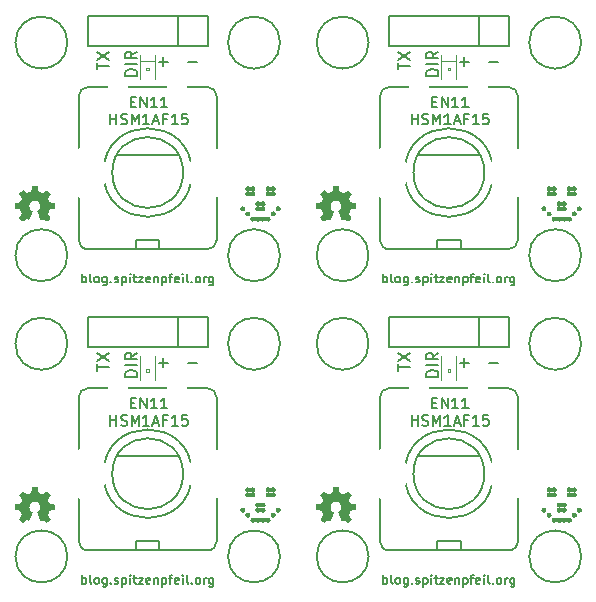
<source format=gto>
G04 (created by PCBNEW (2013-03-02 BZR 3981)-testing) date Tue 05 Mar 2013 09:11:50 AM CET*
%MOIN*%
G04 Gerber Fmt 3.4, Leading zero omitted, Abs format*
%FSLAX34Y34*%
G01*
G70*
G90*
G04 APERTURE LIST*
%ADD10C,3.14961e-06*%
%ADD11C,0.00787402*%
%ADD12C,0.00738189*%
%ADD13C,0.0001*%
%ADD14C,0.00393701*%
%ADD15C,0.019685*%
%ADD16C,0.0688976*%
%ADD17O,0.167323X0.167323*%
%ADD18C,0.0984252*%
%ADD19R,0.0511811X0.0511811*%
%ADD20C,0.0511811*%
%ADD21R,0.0649606X0.0649606*%
%ADD22C,0.0649606*%
%ADD23R,0.0472X0.0472*%
G04 APERTURE END LIST*
G54D10*
G54D11*
X43928Y-16138D02*
X44046Y-16138D01*
X44097Y-16324D02*
X43928Y-16324D01*
X43928Y-15970D01*
X44097Y-15970D01*
X44249Y-16324D02*
X44249Y-15970D01*
X44451Y-16324D01*
X44451Y-15970D01*
X44805Y-16324D02*
X44603Y-16324D01*
X44704Y-16324D02*
X44704Y-15970D01*
X44670Y-16020D01*
X44637Y-16054D01*
X44603Y-16071D01*
X45143Y-16324D02*
X44940Y-16324D01*
X45042Y-16324D02*
X45042Y-15970D01*
X45008Y-16020D01*
X44974Y-16054D01*
X44940Y-16071D01*
X43245Y-16899D02*
X43245Y-16544D01*
X43245Y-16713D02*
X43447Y-16713D01*
X43447Y-16899D02*
X43447Y-16544D01*
X43599Y-16882D02*
X43650Y-16899D01*
X43734Y-16899D01*
X43768Y-16882D01*
X43785Y-16865D01*
X43802Y-16831D01*
X43802Y-16798D01*
X43785Y-16764D01*
X43768Y-16747D01*
X43734Y-16730D01*
X43667Y-16713D01*
X43633Y-16696D01*
X43616Y-16679D01*
X43599Y-16646D01*
X43599Y-16612D01*
X43616Y-16578D01*
X43633Y-16561D01*
X43667Y-16544D01*
X43751Y-16544D01*
X43802Y-16561D01*
X43953Y-16899D02*
X43953Y-16544D01*
X44071Y-16798D01*
X44190Y-16544D01*
X44190Y-16899D01*
X44544Y-16899D02*
X44341Y-16899D01*
X44443Y-16899D02*
X44443Y-16544D01*
X44409Y-16595D01*
X44375Y-16629D01*
X44341Y-16646D01*
X44679Y-16798D02*
X44848Y-16798D01*
X44645Y-16899D02*
X44763Y-16544D01*
X44881Y-16899D01*
X45118Y-16713D02*
X45000Y-16713D01*
X45000Y-16899D02*
X45000Y-16544D01*
X45168Y-16544D01*
X45489Y-16899D02*
X45286Y-16899D01*
X45388Y-16899D02*
X45388Y-16544D01*
X45354Y-16595D01*
X45320Y-16629D01*
X45286Y-16646D01*
X45809Y-16544D02*
X45641Y-16544D01*
X45624Y-16713D01*
X45641Y-16696D01*
X45674Y-16679D01*
X45759Y-16679D01*
X45793Y-16696D01*
X45809Y-16713D01*
X45826Y-16747D01*
X45826Y-16831D01*
X45809Y-16865D01*
X45793Y-16882D01*
X45759Y-16899D01*
X45674Y-16899D01*
X45641Y-16882D01*
X45624Y-16865D01*
G54D12*
X42301Y-22166D02*
X42301Y-21871D01*
X42301Y-21983D02*
X42329Y-21969D01*
X42386Y-21969D01*
X42414Y-21983D01*
X42428Y-21998D01*
X42442Y-22026D01*
X42442Y-22110D01*
X42428Y-22138D01*
X42414Y-22152D01*
X42386Y-22166D01*
X42329Y-22166D01*
X42301Y-22152D01*
X42611Y-22166D02*
X42582Y-22152D01*
X42568Y-22124D01*
X42568Y-21871D01*
X42765Y-22166D02*
X42737Y-22152D01*
X42723Y-22138D01*
X42709Y-22110D01*
X42709Y-22026D01*
X42723Y-21998D01*
X42737Y-21983D01*
X42765Y-21969D01*
X42807Y-21969D01*
X42836Y-21983D01*
X42850Y-21998D01*
X42864Y-22026D01*
X42864Y-22110D01*
X42850Y-22138D01*
X42836Y-22152D01*
X42807Y-22166D01*
X42765Y-22166D01*
X43117Y-21969D02*
X43117Y-22208D01*
X43103Y-22237D01*
X43089Y-22251D01*
X43061Y-22265D01*
X43018Y-22265D01*
X42990Y-22251D01*
X43117Y-22152D02*
X43089Y-22166D01*
X43032Y-22166D01*
X43004Y-22152D01*
X42990Y-22138D01*
X42976Y-22110D01*
X42976Y-22026D01*
X42990Y-21998D01*
X43004Y-21983D01*
X43032Y-21969D01*
X43089Y-21969D01*
X43117Y-21983D01*
X43257Y-22138D02*
X43271Y-22152D01*
X43257Y-22166D01*
X43243Y-22152D01*
X43257Y-22138D01*
X43257Y-22166D01*
X43384Y-22152D02*
X43412Y-22166D01*
X43468Y-22166D01*
X43496Y-22152D01*
X43510Y-22124D01*
X43510Y-22110D01*
X43496Y-22082D01*
X43468Y-22068D01*
X43426Y-22068D01*
X43398Y-22054D01*
X43384Y-22026D01*
X43384Y-22012D01*
X43398Y-21983D01*
X43426Y-21969D01*
X43468Y-21969D01*
X43496Y-21983D01*
X43637Y-21969D02*
X43637Y-22265D01*
X43637Y-21983D02*
X43665Y-21969D01*
X43721Y-21969D01*
X43750Y-21983D01*
X43764Y-21998D01*
X43778Y-22026D01*
X43778Y-22110D01*
X43764Y-22138D01*
X43750Y-22152D01*
X43721Y-22166D01*
X43665Y-22166D01*
X43637Y-22152D01*
X43904Y-22166D02*
X43904Y-21969D01*
X43904Y-21871D02*
X43890Y-21885D01*
X43904Y-21899D01*
X43918Y-21885D01*
X43904Y-21871D01*
X43904Y-21899D01*
X44003Y-21969D02*
X44115Y-21969D01*
X44045Y-21871D02*
X44045Y-22124D01*
X44059Y-22152D01*
X44087Y-22166D01*
X44115Y-22166D01*
X44185Y-21969D02*
X44340Y-21969D01*
X44185Y-22166D01*
X44340Y-22166D01*
X44565Y-22152D02*
X44537Y-22166D01*
X44481Y-22166D01*
X44453Y-22152D01*
X44438Y-22124D01*
X44438Y-22012D01*
X44453Y-21983D01*
X44481Y-21969D01*
X44537Y-21969D01*
X44565Y-21983D01*
X44579Y-22012D01*
X44579Y-22040D01*
X44438Y-22068D01*
X44706Y-21969D02*
X44706Y-22166D01*
X44706Y-21998D02*
X44720Y-21983D01*
X44748Y-21969D01*
X44790Y-21969D01*
X44818Y-21983D01*
X44832Y-22012D01*
X44832Y-22166D01*
X44973Y-21969D02*
X44973Y-22265D01*
X44973Y-21983D02*
X45001Y-21969D01*
X45057Y-21969D01*
X45085Y-21983D01*
X45099Y-21998D01*
X45113Y-22026D01*
X45113Y-22110D01*
X45099Y-22138D01*
X45085Y-22152D01*
X45057Y-22166D01*
X45001Y-22166D01*
X44973Y-22152D01*
X45198Y-21969D02*
X45310Y-21969D01*
X45240Y-22166D02*
X45240Y-21913D01*
X45254Y-21885D01*
X45282Y-21871D01*
X45310Y-21871D01*
X45521Y-22152D02*
X45493Y-22166D01*
X45437Y-22166D01*
X45409Y-22152D01*
X45395Y-22124D01*
X45395Y-22012D01*
X45409Y-21983D01*
X45437Y-21969D01*
X45493Y-21969D01*
X45521Y-21983D01*
X45535Y-22012D01*
X45535Y-22040D01*
X45395Y-22068D01*
X45662Y-22166D02*
X45662Y-21969D01*
X45662Y-21871D02*
X45648Y-21885D01*
X45662Y-21899D01*
X45676Y-21885D01*
X45662Y-21871D01*
X45662Y-21899D01*
X45845Y-22166D02*
X45816Y-22152D01*
X45802Y-22124D01*
X45802Y-21871D01*
X45957Y-22138D02*
X45971Y-22152D01*
X45957Y-22166D01*
X45943Y-22152D01*
X45957Y-22138D01*
X45957Y-22166D01*
X46140Y-22166D02*
X46112Y-22152D01*
X46098Y-22138D01*
X46084Y-22110D01*
X46084Y-22026D01*
X46098Y-21998D01*
X46112Y-21983D01*
X46140Y-21969D01*
X46182Y-21969D01*
X46210Y-21983D01*
X46224Y-21998D01*
X46238Y-22026D01*
X46238Y-22110D01*
X46224Y-22138D01*
X46210Y-22152D01*
X46182Y-22166D01*
X46140Y-22166D01*
X46365Y-22166D02*
X46365Y-21969D01*
X46365Y-22026D02*
X46379Y-21998D01*
X46393Y-21983D01*
X46421Y-21969D01*
X46449Y-21969D01*
X46674Y-21969D02*
X46674Y-22208D01*
X46660Y-22237D01*
X46646Y-22251D01*
X46618Y-22265D01*
X46576Y-22265D01*
X46548Y-22251D01*
X46674Y-22152D02*
X46646Y-22166D01*
X46590Y-22166D01*
X46562Y-22152D01*
X46548Y-22138D01*
X46534Y-22110D01*
X46534Y-22026D01*
X46548Y-21998D01*
X46562Y-21983D01*
X46590Y-21969D01*
X46646Y-21969D01*
X46674Y-21983D01*
G54D11*
X44135Y-15275D02*
X43742Y-15275D01*
X43742Y-15181D01*
X43760Y-15125D01*
X43798Y-15088D01*
X43835Y-15069D01*
X43910Y-15050D01*
X43967Y-15050D01*
X44041Y-15069D01*
X44079Y-15088D01*
X44116Y-15125D01*
X44135Y-15181D01*
X44135Y-15275D01*
X44135Y-14881D02*
X43742Y-14881D01*
X44135Y-14469D02*
X43948Y-14600D01*
X44135Y-14694D02*
X43742Y-14694D01*
X43742Y-14544D01*
X43760Y-14506D01*
X43779Y-14488D01*
X43817Y-14469D01*
X43873Y-14469D01*
X43910Y-14488D01*
X43929Y-14506D01*
X43948Y-14544D01*
X43948Y-14694D01*
X44850Y-14812D02*
X45149Y-14812D01*
X45000Y-14962D02*
X45000Y-14662D01*
X45834Y-14812D02*
X46134Y-14812D01*
X42797Y-15063D02*
X42797Y-14838D01*
X43190Y-14951D02*
X42797Y-14951D01*
X42797Y-14745D02*
X43190Y-14482D01*
X42797Y-14482D02*
X43190Y-14745D01*
X32757Y-15063D02*
X32757Y-14838D01*
X33151Y-14951D02*
X32757Y-14951D01*
X32757Y-14745D02*
X33151Y-14482D01*
X32757Y-14482D02*
X33151Y-14745D01*
X35794Y-14812D02*
X36094Y-14812D01*
X34810Y-14812D02*
X35110Y-14812D01*
X34960Y-14962D02*
X34960Y-14662D01*
X34096Y-15275D02*
X33702Y-15275D01*
X33702Y-15181D01*
X33721Y-15125D01*
X33758Y-15088D01*
X33796Y-15069D01*
X33871Y-15050D01*
X33927Y-15050D01*
X34002Y-15069D01*
X34040Y-15088D01*
X34077Y-15125D01*
X34096Y-15181D01*
X34096Y-15275D01*
X34096Y-14881D02*
X33702Y-14881D01*
X34096Y-14469D02*
X33908Y-14600D01*
X34096Y-14694D02*
X33702Y-14694D01*
X33702Y-14544D01*
X33721Y-14506D01*
X33740Y-14488D01*
X33777Y-14469D01*
X33833Y-14469D01*
X33871Y-14488D01*
X33890Y-14506D01*
X33908Y-14544D01*
X33908Y-14694D01*
G54D12*
X32262Y-22166D02*
X32262Y-21871D01*
X32262Y-21983D02*
X32290Y-21969D01*
X32346Y-21969D01*
X32374Y-21983D01*
X32388Y-21998D01*
X32402Y-22026D01*
X32402Y-22110D01*
X32388Y-22138D01*
X32374Y-22152D01*
X32346Y-22166D01*
X32290Y-22166D01*
X32262Y-22152D01*
X32571Y-22166D02*
X32543Y-22152D01*
X32529Y-22124D01*
X32529Y-21871D01*
X32726Y-22166D02*
X32698Y-22152D01*
X32684Y-22138D01*
X32670Y-22110D01*
X32670Y-22026D01*
X32684Y-21998D01*
X32698Y-21983D01*
X32726Y-21969D01*
X32768Y-21969D01*
X32796Y-21983D01*
X32810Y-21998D01*
X32824Y-22026D01*
X32824Y-22110D01*
X32810Y-22138D01*
X32796Y-22152D01*
X32768Y-22166D01*
X32726Y-22166D01*
X33077Y-21969D02*
X33077Y-22208D01*
X33063Y-22237D01*
X33049Y-22251D01*
X33021Y-22265D01*
X32979Y-22265D01*
X32951Y-22251D01*
X33077Y-22152D02*
X33049Y-22166D01*
X32993Y-22166D01*
X32965Y-22152D01*
X32951Y-22138D01*
X32937Y-22110D01*
X32937Y-22026D01*
X32951Y-21998D01*
X32965Y-21983D01*
X32993Y-21969D01*
X33049Y-21969D01*
X33077Y-21983D01*
X33218Y-22138D02*
X33232Y-22152D01*
X33218Y-22166D01*
X33204Y-22152D01*
X33218Y-22138D01*
X33218Y-22166D01*
X33345Y-22152D02*
X33373Y-22166D01*
X33429Y-22166D01*
X33457Y-22152D01*
X33471Y-22124D01*
X33471Y-22110D01*
X33457Y-22082D01*
X33429Y-22068D01*
X33387Y-22068D01*
X33359Y-22054D01*
X33345Y-22026D01*
X33345Y-22012D01*
X33359Y-21983D01*
X33387Y-21969D01*
X33429Y-21969D01*
X33457Y-21983D01*
X33598Y-21969D02*
X33598Y-22265D01*
X33598Y-21983D02*
X33626Y-21969D01*
X33682Y-21969D01*
X33710Y-21983D01*
X33724Y-21998D01*
X33738Y-22026D01*
X33738Y-22110D01*
X33724Y-22138D01*
X33710Y-22152D01*
X33682Y-22166D01*
X33626Y-22166D01*
X33598Y-22152D01*
X33865Y-22166D02*
X33865Y-21969D01*
X33865Y-21871D02*
X33851Y-21885D01*
X33865Y-21899D01*
X33879Y-21885D01*
X33865Y-21871D01*
X33865Y-21899D01*
X33963Y-21969D02*
X34076Y-21969D01*
X34005Y-21871D02*
X34005Y-22124D01*
X34019Y-22152D01*
X34048Y-22166D01*
X34076Y-22166D01*
X34146Y-21969D02*
X34301Y-21969D01*
X34146Y-22166D01*
X34301Y-22166D01*
X34526Y-22152D02*
X34498Y-22166D01*
X34441Y-22166D01*
X34413Y-22152D01*
X34399Y-22124D01*
X34399Y-22012D01*
X34413Y-21983D01*
X34441Y-21969D01*
X34498Y-21969D01*
X34526Y-21983D01*
X34540Y-22012D01*
X34540Y-22040D01*
X34399Y-22068D01*
X34666Y-21969D02*
X34666Y-22166D01*
X34666Y-21998D02*
X34680Y-21983D01*
X34708Y-21969D01*
X34751Y-21969D01*
X34779Y-21983D01*
X34793Y-22012D01*
X34793Y-22166D01*
X34933Y-21969D02*
X34933Y-22265D01*
X34933Y-21983D02*
X34962Y-21969D01*
X35018Y-21969D01*
X35046Y-21983D01*
X35060Y-21998D01*
X35074Y-22026D01*
X35074Y-22110D01*
X35060Y-22138D01*
X35046Y-22152D01*
X35018Y-22166D01*
X34962Y-22166D01*
X34933Y-22152D01*
X35158Y-21969D02*
X35271Y-21969D01*
X35201Y-22166D02*
X35201Y-21913D01*
X35215Y-21885D01*
X35243Y-21871D01*
X35271Y-21871D01*
X35482Y-22152D02*
X35454Y-22166D01*
X35397Y-22166D01*
X35369Y-22152D01*
X35355Y-22124D01*
X35355Y-22012D01*
X35369Y-21983D01*
X35397Y-21969D01*
X35454Y-21969D01*
X35482Y-21983D01*
X35496Y-22012D01*
X35496Y-22040D01*
X35355Y-22068D01*
X35622Y-22166D02*
X35622Y-21969D01*
X35622Y-21871D02*
X35608Y-21885D01*
X35622Y-21899D01*
X35636Y-21885D01*
X35622Y-21871D01*
X35622Y-21899D01*
X35805Y-22166D02*
X35777Y-22152D01*
X35763Y-22124D01*
X35763Y-21871D01*
X35918Y-22138D02*
X35932Y-22152D01*
X35918Y-22166D01*
X35904Y-22152D01*
X35918Y-22138D01*
X35918Y-22166D01*
X36100Y-22166D02*
X36072Y-22152D01*
X36058Y-22138D01*
X36044Y-22110D01*
X36044Y-22026D01*
X36058Y-21998D01*
X36072Y-21983D01*
X36100Y-21969D01*
X36143Y-21969D01*
X36171Y-21983D01*
X36185Y-21998D01*
X36199Y-22026D01*
X36199Y-22110D01*
X36185Y-22138D01*
X36171Y-22152D01*
X36143Y-22166D01*
X36100Y-22166D01*
X36325Y-22166D02*
X36325Y-21969D01*
X36325Y-22026D02*
X36339Y-21998D01*
X36354Y-21983D01*
X36382Y-21969D01*
X36410Y-21969D01*
X36635Y-21969D02*
X36635Y-22208D01*
X36621Y-22237D01*
X36607Y-22251D01*
X36579Y-22265D01*
X36536Y-22265D01*
X36508Y-22251D01*
X36635Y-22152D02*
X36607Y-22166D01*
X36550Y-22166D01*
X36522Y-22152D01*
X36508Y-22138D01*
X36494Y-22110D01*
X36494Y-22026D01*
X36508Y-21998D01*
X36522Y-21983D01*
X36550Y-21969D01*
X36607Y-21969D01*
X36635Y-21983D01*
G54D11*
X33889Y-16138D02*
X34007Y-16138D01*
X34057Y-16324D02*
X33889Y-16324D01*
X33889Y-15970D01*
X34057Y-15970D01*
X34209Y-16324D02*
X34209Y-15970D01*
X34412Y-16324D01*
X34412Y-15970D01*
X34766Y-16324D02*
X34564Y-16324D01*
X34665Y-16324D02*
X34665Y-15970D01*
X34631Y-16020D01*
X34597Y-16054D01*
X34564Y-16071D01*
X35104Y-16324D02*
X34901Y-16324D01*
X35002Y-16324D02*
X35002Y-15970D01*
X34969Y-16020D01*
X34935Y-16054D01*
X34901Y-16071D01*
X33205Y-16899D02*
X33205Y-16544D01*
X33205Y-16713D02*
X33408Y-16713D01*
X33408Y-16899D02*
X33408Y-16544D01*
X33560Y-16882D02*
X33610Y-16899D01*
X33695Y-16899D01*
X33728Y-16882D01*
X33745Y-16865D01*
X33762Y-16831D01*
X33762Y-16798D01*
X33745Y-16764D01*
X33728Y-16747D01*
X33695Y-16730D01*
X33627Y-16713D01*
X33593Y-16696D01*
X33577Y-16679D01*
X33560Y-16646D01*
X33560Y-16612D01*
X33577Y-16578D01*
X33593Y-16561D01*
X33627Y-16544D01*
X33712Y-16544D01*
X33762Y-16561D01*
X33914Y-16899D02*
X33914Y-16544D01*
X34032Y-16798D01*
X34150Y-16544D01*
X34150Y-16899D01*
X34505Y-16899D02*
X34302Y-16899D01*
X34403Y-16899D02*
X34403Y-16544D01*
X34370Y-16595D01*
X34336Y-16629D01*
X34302Y-16646D01*
X34640Y-16798D02*
X34808Y-16798D01*
X34606Y-16899D02*
X34724Y-16544D01*
X34842Y-16899D01*
X35078Y-16713D02*
X34960Y-16713D01*
X34960Y-16899D02*
X34960Y-16544D01*
X35129Y-16544D01*
X35449Y-16899D02*
X35247Y-16899D01*
X35348Y-16899D02*
X35348Y-16544D01*
X35314Y-16595D01*
X35281Y-16629D01*
X35247Y-16646D01*
X35770Y-16544D02*
X35601Y-16544D01*
X35584Y-16713D01*
X35601Y-16696D01*
X35635Y-16679D01*
X35719Y-16679D01*
X35753Y-16696D01*
X35770Y-16713D01*
X35787Y-16747D01*
X35787Y-16831D01*
X35770Y-16865D01*
X35753Y-16882D01*
X35719Y-16899D01*
X35635Y-16899D01*
X35601Y-16882D01*
X35584Y-16865D01*
X33889Y-26178D02*
X34007Y-26178D01*
X34057Y-26363D02*
X33889Y-26363D01*
X33889Y-26009D01*
X34057Y-26009D01*
X34209Y-26363D02*
X34209Y-26009D01*
X34412Y-26363D01*
X34412Y-26009D01*
X34766Y-26363D02*
X34564Y-26363D01*
X34665Y-26363D02*
X34665Y-26009D01*
X34631Y-26060D01*
X34597Y-26093D01*
X34564Y-26110D01*
X35104Y-26363D02*
X34901Y-26363D01*
X35002Y-26363D02*
X35002Y-26009D01*
X34969Y-26060D01*
X34935Y-26093D01*
X34901Y-26110D01*
X33205Y-26938D02*
X33205Y-26584D01*
X33205Y-26753D02*
X33408Y-26753D01*
X33408Y-26938D02*
X33408Y-26584D01*
X33560Y-26921D02*
X33610Y-26938D01*
X33695Y-26938D01*
X33728Y-26921D01*
X33745Y-26904D01*
X33762Y-26871D01*
X33762Y-26837D01*
X33745Y-26803D01*
X33728Y-26786D01*
X33695Y-26769D01*
X33627Y-26753D01*
X33593Y-26736D01*
X33577Y-26719D01*
X33560Y-26685D01*
X33560Y-26651D01*
X33577Y-26618D01*
X33593Y-26601D01*
X33627Y-26584D01*
X33712Y-26584D01*
X33762Y-26601D01*
X33914Y-26938D02*
X33914Y-26584D01*
X34032Y-26837D01*
X34150Y-26584D01*
X34150Y-26938D01*
X34505Y-26938D02*
X34302Y-26938D01*
X34403Y-26938D02*
X34403Y-26584D01*
X34370Y-26634D01*
X34336Y-26668D01*
X34302Y-26685D01*
X34640Y-26837D02*
X34808Y-26837D01*
X34606Y-26938D02*
X34724Y-26584D01*
X34842Y-26938D01*
X35078Y-26753D02*
X34960Y-26753D01*
X34960Y-26938D02*
X34960Y-26584D01*
X35129Y-26584D01*
X35449Y-26938D02*
X35247Y-26938D01*
X35348Y-26938D02*
X35348Y-26584D01*
X35314Y-26634D01*
X35281Y-26668D01*
X35247Y-26685D01*
X35770Y-26584D02*
X35601Y-26584D01*
X35584Y-26753D01*
X35601Y-26736D01*
X35635Y-26719D01*
X35719Y-26719D01*
X35753Y-26736D01*
X35770Y-26753D01*
X35787Y-26786D01*
X35787Y-26871D01*
X35770Y-26904D01*
X35753Y-26921D01*
X35719Y-26938D01*
X35635Y-26938D01*
X35601Y-26921D01*
X35584Y-26904D01*
G54D12*
X32262Y-32206D02*
X32262Y-31910D01*
X32262Y-32023D02*
X32290Y-32009D01*
X32346Y-32009D01*
X32374Y-32023D01*
X32388Y-32037D01*
X32402Y-32065D01*
X32402Y-32149D01*
X32388Y-32178D01*
X32374Y-32192D01*
X32346Y-32206D01*
X32290Y-32206D01*
X32262Y-32192D01*
X32571Y-32206D02*
X32543Y-32192D01*
X32529Y-32163D01*
X32529Y-31910D01*
X32726Y-32206D02*
X32698Y-32192D01*
X32684Y-32178D01*
X32670Y-32149D01*
X32670Y-32065D01*
X32684Y-32037D01*
X32698Y-32023D01*
X32726Y-32009D01*
X32768Y-32009D01*
X32796Y-32023D01*
X32810Y-32037D01*
X32824Y-32065D01*
X32824Y-32149D01*
X32810Y-32178D01*
X32796Y-32192D01*
X32768Y-32206D01*
X32726Y-32206D01*
X33077Y-32009D02*
X33077Y-32248D01*
X33063Y-32276D01*
X33049Y-32290D01*
X33021Y-32304D01*
X32979Y-32304D01*
X32951Y-32290D01*
X33077Y-32192D02*
X33049Y-32206D01*
X32993Y-32206D01*
X32965Y-32192D01*
X32951Y-32178D01*
X32937Y-32149D01*
X32937Y-32065D01*
X32951Y-32037D01*
X32965Y-32023D01*
X32993Y-32009D01*
X33049Y-32009D01*
X33077Y-32023D01*
X33218Y-32178D02*
X33232Y-32192D01*
X33218Y-32206D01*
X33204Y-32192D01*
X33218Y-32178D01*
X33218Y-32206D01*
X33345Y-32192D02*
X33373Y-32206D01*
X33429Y-32206D01*
X33457Y-32192D01*
X33471Y-32163D01*
X33471Y-32149D01*
X33457Y-32121D01*
X33429Y-32107D01*
X33387Y-32107D01*
X33359Y-32093D01*
X33345Y-32065D01*
X33345Y-32051D01*
X33359Y-32023D01*
X33387Y-32009D01*
X33429Y-32009D01*
X33457Y-32023D01*
X33598Y-32009D02*
X33598Y-32304D01*
X33598Y-32023D02*
X33626Y-32009D01*
X33682Y-32009D01*
X33710Y-32023D01*
X33724Y-32037D01*
X33738Y-32065D01*
X33738Y-32149D01*
X33724Y-32178D01*
X33710Y-32192D01*
X33682Y-32206D01*
X33626Y-32206D01*
X33598Y-32192D01*
X33865Y-32206D02*
X33865Y-32009D01*
X33865Y-31910D02*
X33851Y-31924D01*
X33865Y-31938D01*
X33879Y-31924D01*
X33865Y-31910D01*
X33865Y-31938D01*
X33963Y-32009D02*
X34076Y-32009D01*
X34005Y-31910D02*
X34005Y-32163D01*
X34019Y-32192D01*
X34048Y-32206D01*
X34076Y-32206D01*
X34146Y-32009D02*
X34301Y-32009D01*
X34146Y-32206D01*
X34301Y-32206D01*
X34526Y-32192D02*
X34498Y-32206D01*
X34441Y-32206D01*
X34413Y-32192D01*
X34399Y-32163D01*
X34399Y-32051D01*
X34413Y-32023D01*
X34441Y-32009D01*
X34498Y-32009D01*
X34526Y-32023D01*
X34540Y-32051D01*
X34540Y-32079D01*
X34399Y-32107D01*
X34666Y-32009D02*
X34666Y-32206D01*
X34666Y-32037D02*
X34680Y-32023D01*
X34708Y-32009D01*
X34751Y-32009D01*
X34779Y-32023D01*
X34793Y-32051D01*
X34793Y-32206D01*
X34933Y-32009D02*
X34933Y-32304D01*
X34933Y-32023D02*
X34962Y-32009D01*
X35018Y-32009D01*
X35046Y-32023D01*
X35060Y-32037D01*
X35074Y-32065D01*
X35074Y-32149D01*
X35060Y-32178D01*
X35046Y-32192D01*
X35018Y-32206D01*
X34962Y-32206D01*
X34933Y-32192D01*
X35158Y-32009D02*
X35271Y-32009D01*
X35201Y-32206D02*
X35201Y-31953D01*
X35215Y-31924D01*
X35243Y-31910D01*
X35271Y-31910D01*
X35482Y-32192D02*
X35454Y-32206D01*
X35397Y-32206D01*
X35369Y-32192D01*
X35355Y-32163D01*
X35355Y-32051D01*
X35369Y-32023D01*
X35397Y-32009D01*
X35454Y-32009D01*
X35482Y-32023D01*
X35496Y-32051D01*
X35496Y-32079D01*
X35355Y-32107D01*
X35622Y-32206D02*
X35622Y-32009D01*
X35622Y-31910D02*
X35608Y-31924D01*
X35622Y-31938D01*
X35636Y-31924D01*
X35622Y-31910D01*
X35622Y-31938D01*
X35805Y-32206D02*
X35777Y-32192D01*
X35763Y-32163D01*
X35763Y-31910D01*
X35918Y-32178D02*
X35932Y-32192D01*
X35918Y-32206D01*
X35904Y-32192D01*
X35918Y-32178D01*
X35918Y-32206D01*
X36100Y-32206D02*
X36072Y-32192D01*
X36058Y-32178D01*
X36044Y-32149D01*
X36044Y-32065D01*
X36058Y-32037D01*
X36072Y-32023D01*
X36100Y-32009D01*
X36143Y-32009D01*
X36171Y-32023D01*
X36185Y-32037D01*
X36199Y-32065D01*
X36199Y-32149D01*
X36185Y-32178D01*
X36171Y-32192D01*
X36143Y-32206D01*
X36100Y-32206D01*
X36325Y-32206D02*
X36325Y-32009D01*
X36325Y-32065D02*
X36339Y-32037D01*
X36354Y-32023D01*
X36382Y-32009D01*
X36410Y-32009D01*
X36635Y-32009D02*
X36635Y-32248D01*
X36621Y-32276D01*
X36607Y-32290D01*
X36579Y-32304D01*
X36536Y-32304D01*
X36508Y-32290D01*
X36635Y-32192D02*
X36607Y-32206D01*
X36550Y-32206D01*
X36522Y-32192D01*
X36508Y-32178D01*
X36494Y-32149D01*
X36494Y-32065D01*
X36508Y-32037D01*
X36522Y-32023D01*
X36550Y-32009D01*
X36607Y-32009D01*
X36635Y-32023D01*
G54D11*
X34096Y-25314D02*
X33702Y-25314D01*
X33702Y-25221D01*
X33721Y-25164D01*
X33758Y-25127D01*
X33796Y-25108D01*
X33871Y-25089D01*
X33927Y-25089D01*
X34002Y-25108D01*
X34040Y-25127D01*
X34077Y-25164D01*
X34096Y-25221D01*
X34096Y-25314D01*
X34096Y-24921D02*
X33702Y-24921D01*
X34096Y-24508D02*
X33908Y-24640D01*
X34096Y-24733D02*
X33702Y-24733D01*
X33702Y-24583D01*
X33721Y-24546D01*
X33740Y-24527D01*
X33777Y-24508D01*
X33833Y-24508D01*
X33871Y-24527D01*
X33890Y-24546D01*
X33908Y-24583D01*
X33908Y-24733D01*
X34810Y-24851D02*
X35110Y-24851D01*
X34960Y-25001D02*
X34960Y-24701D01*
X35794Y-24851D02*
X36094Y-24851D01*
X32757Y-25103D02*
X32757Y-24878D01*
X33151Y-24990D02*
X32757Y-24990D01*
X32757Y-24784D02*
X33151Y-24521D01*
X32757Y-24521D02*
X33151Y-24784D01*
X42797Y-25103D02*
X42797Y-24878D01*
X43190Y-24990D02*
X42797Y-24990D01*
X42797Y-24784D02*
X43190Y-24521D01*
X42797Y-24521D02*
X43190Y-24784D01*
X45834Y-24851D02*
X46134Y-24851D01*
X44850Y-24851D02*
X45149Y-24851D01*
X45000Y-25001D02*
X45000Y-24701D01*
X44135Y-25314D02*
X43742Y-25314D01*
X43742Y-25221D01*
X43760Y-25164D01*
X43798Y-25127D01*
X43835Y-25108D01*
X43910Y-25089D01*
X43967Y-25089D01*
X44041Y-25108D01*
X44079Y-25127D01*
X44116Y-25164D01*
X44135Y-25221D01*
X44135Y-25314D01*
X44135Y-24921D02*
X43742Y-24921D01*
X44135Y-24508D02*
X43948Y-24640D01*
X44135Y-24733D02*
X43742Y-24733D01*
X43742Y-24583D01*
X43760Y-24546D01*
X43779Y-24527D01*
X43817Y-24508D01*
X43873Y-24508D01*
X43910Y-24527D01*
X43929Y-24546D01*
X43948Y-24583D01*
X43948Y-24733D01*
G54D12*
X42301Y-32206D02*
X42301Y-31910D01*
X42301Y-32023D02*
X42329Y-32009D01*
X42386Y-32009D01*
X42414Y-32023D01*
X42428Y-32037D01*
X42442Y-32065D01*
X42442Y-32149D01*
X42428Y-32178D01*
X42414Y-32192D01*
X42386Y-32206D01*
X42329Y-32206D01*
X42301Y-32192D01*
X42611Y-32206D02*
X42582Y-32192D01*
X42568Y-32163D01*
X42568Y-31910D01*
X42765Y-32206D02*
X42737Y-32192D01*
X42723Y-32178D01*
X42709Y-32149D01*
X42709Y-32065D01*
X42723Y-32037D01*
X42737Y-32023D01*
X42765Y-32009D01*
X42807Y-32009D01*
X42836Y-32023D01*
X42850Y-32037D01*
X42864Y-32065D01*
X42864Y-32149D01*
X42850Y-32178D01*
X42836Y-32192D01*
X42807Y-32206D01*
X42765Y-32206D01*
X43117Y-32009D02*
X43117Y-32248D01*
X43103Y-32276D01*
X43089Y-32290D01*
X43061Y-32304D01*
X43018Y-32304D01*
X42990Y-32290D01*
X43117Y-32192D02*
X43089Y-32206D01*
X43032Y-32206D01*
X43004Y-32192D01*
X42990Y-32178D01*
X42976Y-32149D01*
X42976Y-32065D01*
X42990Y-32037D01*
X43004Y-32023D01*
X43032Y-32009D01*
X43089Y-32009D01*
X43117Y-32023D01*
X43257Y-32178D02*
X43271Y-32192D01*
X43257Y-32206D01*
X43243Y-32192D01*
X43257Y-32178D01*
X43257Y-32206D01*
X43384Y-32192D02*
X43412Y-32206D01*
X43468Y-32206D01*
X43496Y-32192D01*
X43510Y-32163D01*
X43510Y-32149D01*
X43496Y-32121D01*
X43468Y-32107D01*
X43426Y-32107D01*
X43398Y-32093D01*
X43384Y-32065D01*
X43384Y-32051D01*
X43398Y-32023D01*
X43426Y-32009D01*
X43468Y-32009D01*
X43496Y-32023D01*
X43637Y-32009D02*
X43637Y-32304D01*
X43637Y-32023D02*
X43665Y-32009D01*
X43721Y-32009D01*
X43750Y-32023D01*
X43764Y-32037D01*
X43778Y-32065D01*
X43778Y-32149D01*
X43764Y-32178D01*
X43750Y-32192D01*
X43721Y-32206D01*
X43665Y-32206D01*
X43637Y-32192D01*
X43904Y-32206D02*
X43904Y-32009D01*
X43904Y-31910D02*
X43890Y-31924D01*
X43904Y-31938D01*
X43918Y-31924D01*
X43904Y-31910D01*
X43904Y-31938D01*
X44003Y-32009D02*
X44115Y-32009D01*
X44045Y-31910D02*
X44045Y-32163D01*
X44059Y-32192D01*
X44087Y-32206D01*
X44115Y-32206D01*
X44185Y-32009D02*
X44340Y-32009D01*
X44185Y-32206D01*
X44340Y-32206D01*
X44565Y-32192D02*
X44537Y-32206D01*
X44481Y-32206D01*
X44453Y-32192D01*
X44438Y-32163D01*
X44438Y-32051D01*
X44453Y-32023D01*
X44481Y-32009D01*
X44537Y-32009D01*
X44565Y-32023D01*
X44579Y-32051D01*
X44579Y-32079D01*
X44438Y-32107D01*
X44706Y-32009D02*
X44706Y-32206D01*
X44706Y-32037D02*
X44720Y-32023D01*
X44748Y-32009D01*
X44790Y-32009D01*
X44818Y-32023D01*
X44832Y-32051D01*
X44832Y-32206D01*
X44973Y-32009D02*
X44973Y-32304D01*
X44973Y-32023D02*
X45001Y-32009D01*
X45057Y-32009D01*
X45085Y-32023D01*
X45099Y-32037D01*
X45113Y-32065D01*
X45113Y-32149D01*
X45099Y-32178D01*
X45085Y-32192D01*
X45057Y-32206D01*
X45001Y-32206D01*
X44973Y-32192D01*
X45198Y-32009D02*
X45310Y-32009D01*
X45240Y-32206D02*
X45240Y-31953D01*
X45254Y-31924D01*
X45282Y-31910D01*
X45310Y-31910D01*
X45521Y-32192D02*
X45493Y-32206D01*
X45437Y-32206D01*
X45409Y-32192D01*
X45395Y-32163D01*
X45395Y-32051D01*
X45409Y-32023D01*
X45437Y-32009D01*
X45493Y-32009D01*
X45521Y-32023D01*
X45535Y-32051D01*
X45535Y-32079D01*
X45395Y-32107D01*
X45662Y-32206D02*
X45662Y-32009D01*
X45662Y-31910D02*
X45648Y-31924D01*
X45662Y-31938D01*
X45676Y-31924D01*
X45662Y-31910D01*
X45662Y-31938D01*
X45845Y-32206D02*
X45816Y-32192D01*
X45802Y-32163D01*
X45802Y-31910D01*
X45957Y-32178D02*
X45971Y-32192D01*
X45957Y-32206D01*
X45943Y-32192D01*
X45957Y-32178D01*
X45957Y-32206D01*
X46140Y-32206D02*
X46112Y-32192D01*
X46098Y-32178D01*
X46084Y-32149D01*
X46084Y-32065D01*
X46098Y-32037D01*
X46112Y-32023D01*
X46140Y-32009D01*
X46182Y-32009D01*
X46210Y-32023D01*
X46224Y-32037D01*
X46238Y-32065D01*
X46238Y-32149D01*
X46224Y-32178D01*
X46210Y-32192D01*
X46182Y-32206D01*
X46140Y-32206D01*
X46365Y-32206D02*
X46365Y-32009D01*
X46365Y-32065D02*
X46379Y-32037D01*
X46393Y-32023D01*
X46421Y-32009D01*
X46449Y-32009D01*
X46674Y-32009D02*
X46674Y-32248D01*
X46660Y-32276D01*
X46646Y-32290D01*
X46618Y-32304D01*
X46576Y-32304D01*
X46548Y-32290D01*
X46674Y-32192D02*
X46646Y-32206D01*
X46590Y-32206D01*
X46562Y-32192D01*
X46548Y-32178D01*
X46534Y-32149D01*
X46534Y-32065D01*
X46548Y-32037D01*
X46562Y-32023D01*
X46590Y-32009D01*
X46646Y-32009D01*
X46674Y-32023D01*
G54D11*
X43928Y-26178D02*
X44046Y-26178D01*
X44097Y-26363D02*
X43928Y-26363D01*
X43928Y-26009D01*
X44097Y-26009D01*
X44249Y-26363D02*
X44249Y-26009D01*
X44451Y-26363D01*
X44451Y-26009D01*
X44805Y-26363D02*
X44603Y-26363D01*
X44704Y-26363D02*
X44704Y-26009D01*
X44670Y-26060D01*
X44637Y-26093D01*
X44603Y-26110D01*
X45143Y-26363D02*
X44940Y-26363D01*
X45042Y-26363D02*
X45042Y-26009D01*
X45008Y-26060D01*
X44974Y-26093D01*
X44940Y-26110D01*
X43245Y-26938D02*
X43245Y-26584D01*
X43245Y-26753D02*
X43447Y-26753D01*
X43447Y-26938D02*
X43447Y-26584D01*
X43599Y-26921D02*
X43650Y-26938D01*
X43734Y-26938D01*
X43768Y-26921D01*
X43785Y-26904D01*
X43802Y-26871D01*
X43802Y-26837D01*
X43785Y-26803D01*
X43768Y-26786D01*
X43734Y-26769D01*
X43667Y-26753D01*
X43633Y-26736D01*
X43616Y-26719D01*
X43599Y-26685D01*
X43599Y-26651D01*
X43616Y-26618D01*
X43633Y-26601D01*
X43667Y-26584D01*
X43751Y-26584D01*
X43802Y-26601D01*
X43953Y-26938D02*
X43953Y-26584D01*
X44071Y-26837D01*
X44190Y-26584D01*
X44190Y-26938D01*
X44544Y-26938D02*
X44341Y-26938D01*
X44443Y-26938D02*
X44443Y-26584D01*
X44409Y-26634D01*
X44375Y-26668D01*
X44341Y-26685D01*
X44679Y-26837D02*
X44848Y-26837D01*
X44645Y-26938D02*
X44763Y-26584D01*
X44881Y-26938D01*
X45118Y-26753D02*
X45000Y-26753D01*
X45000Y-26938D02*
X45000Y-26584D01*
X45168Y-26584D01*
X45489Y-26938D02*
X45286Y-26938D01*
X45388Y-26938D02*
X45388Y-26584D01*
X45354Y-26634D01*
X45320Y-26668D01*
X45286Y-26685D01*
X45809Y-26584D02*
X45641Y-26584D01*
X45624Y-26753D01*
X45641Y-26736D01*
X45674Y-26719D01*
X45759Y-26719D01*
X45793Y-26736D01*
X45809Y-26753D01*
X45826Y-26786D01*
X45826Y-26871D01*
X45809Y-26904D01*
X45793Y-26921D01*
X45759Y-26938D01*
X45674Y-26938D01*
X45641Y-26921D01*
X45624Y-26904D01*
X46791Y-20748D02*
X46791Y-15964D01*
X46476Y-21062D02*
G75*
G03X46791Y-20748I0J314D01*
G74*
G01*
X42500Y-21062D02*
X46476Y-21062D01*
X46791Y-15964D02*
G75*
G03X46476Y-15649I-314J0D01*
G74*
G01*
X42500Y-15649D02*
X46476Y-15649D01*
X42185Y-20748D02*
X42185Y-15964D01*
X42185Y-20748D02*
G75*
G03X42500Y-21062I314J0D01*
G74*
G01*
X42500Y-15649D02*
G75*
G03X42185Y-15964I0J-314D01*
G74*
G01*
X44094Y-21062D02*
X44094Y-20748D01*
X44094Y-20748D02*
X44881Y-20748D01*
X44881Y-20748D02*
X44881Y-21062D01*
X44881Y-21062D02*
X44094Y-21062D01*
X45964Y-18503D02*
G75*
G03X45964Y-18503I-1476J0D01*
G74*
G01*
X43464Y-17913D02*
X45511Y-17913D01*
X45669Y-18503D02*
G75*
G03X45669Y-18503I-1181J0D01*
G74*
G01*
X48897Y-21259D02*
G75*
G03X48897Y-21259I-866J0D01*
G74*
G01*
X41811Y-21259D02*
G75*
G03X41811Y-21259I-866J0D01*
G74*
G01*
X41811Y-14173D02*
G75*
G03X41811Y-14173I-866J0D01*
G74*
G01*
X48897Y-14173D02*
G75*
G03X48897Y-14173I-866J0D01*
G74*
G01*
X46488Y-14279D02*
X46488Y-14279D01*
X46488Y-13279D02*
X46488Y-14279D01*
X46488Y-14279D02*
X46488Y-14279D01*
X46488Y-14279D02*
X42488Y-14279D01*
X42488Y-14279D02*
X42488Y-13279D01*
X42488Y-13279D02*
X46488Y-13279D01*
X45488Y-13279D02*
X45488Y-14279D01*
G54D13*
G36*
X48502Y-20136D02*
X48519Y-20134D01*
X48535Y-20129D01*
X48542Y-20125D01*
X48556Y-20115D01*
X48567Y-20103D01*
X48576Y-20089D01*
X48582Y-20073D01*
X48584Y-20057D01*
X48584Y-20040D01*
X48580Y-20024D01*
X48572Y-20008D01*
X48567Y-20001D01*
X48560Y-19993D01*
X48553Y-19986D01*
X48545Y-19981D01*
X48543Y-19979D01*
X48529Y-19973D01*
X48514Y-19969D01*
X48497Y-19968D01*
X48491Y-19969D01*
X48482Y-19970D01*
X48474Y-19972D01*
X48465Y-19976D01*
X48455Y-19981D01*
X48441Y-19992D01*
X48430Y-20005D01*
X48422Y-20021D01*
X48419Y-20028D01*
X48417Y-20036D01*
X48416Y-20043D01*
X48416Y-20044D01*
X48416Y-20044D01*
X48415Y-20041D01*
X48415Y-20040D01*
X48413Y-20029D01*
X48409Y-20018D01*
X48404Y-20008D01*
X48394Y-19996D01*
X48381Y-19984D01*
X48367Y-19975D01*
X48350Y-19970D01*
X48332Y-19968D01*
X48328Y-19968D01*
X48314Y-19970D01*
X48302Y-19973D01*
X48299Y-19974D01*
X48285Y-19982D01*
X48272Y-19993D01*
X48262Y-20005D01*
X48254Y-20020D01*
X48249Y-20035D01*
X48249Y-20035D01*
X48248Y-20039D01*
X48248Y-20041D01*
X48248Y-20041D01*
X48248Y-20039D01*
X48247Y-20035D01*
X48246Y-20033D01*
X48241Y-20018D01*
X48233Y-20004D01*
X48222Y-19991D01*
X48212Y-19983D01*
X48198Y-19975D01*
X48182Y-19970D01*
X48164Y-19968D01*
X48151Y-19969D01*
X48134Y-19973D01*
X48119Y-19981D01*
X48106Y-19992D01*
X48094Y-20005D01*
X48093Y-20007D01*
X48089Y-20013D01*
X48087Y-20018D01*
X48085Y-20022D01*
X48083Y-20030D01*
X48081Y-20037D01*
X48080Y-20043D01*
X48080Y-20044D01*
X48080Y-20044D01*
X48079Y-20040D01*
X48077Y-20031D01*
X48073Y-20019D01*
X48068Y-20009D01*
X48058Y-19996D01*
X48045Y-19984D01*
X48030Y-19975D01*
X48014Y-19970D01*
X47996Y-19968D01*
X47980Y-19969D01*
X47964Y-19974D01*
X47949Y-19982D01*
X47935Y-19994D01*
X47929Y-20001D01*
X47922Y-20010D01*
X47917Y-20021D01*
X47914Y-20030D01*
X47912Y-20047D01*
X47912Y-20063D01*
X47916Y-20079D01*
X47922Y-20094D01*
X47932Y-20107D01*
X47943Y-20118D01*
X47957Y-20127D01*
X47972Y-20133D01*
X47989Y-20136D01*
X47991Y-20136D01*
X48008Y-20135D01*
X48024Y-20132D01*
X48040Y-20124D01*
X48045Y-20121D01*
X48056Y-20111D01*
X48066Y-20099D01*
X48073Y-20086D01*
X48075Y-20081D01*
X48077Y-20074D01*
X48079Y-20067D01*
X48080Y-20061D01*
X48080Y-20058D01*
X48080Y-20061D01*
X48081Y-20064D01*
X48082Y-20071D01*
X48085Y-20080D01*
X48087Y-20087D01*
X48091Y-20094D01*
X48102Y-20108D01*
X48114Y-20120D01*
X48129Y-20129D01*
X48146Y-20135D01*
X48149Y-20135D01*
X48161Y-20136D01*
X48173Y-20136D01*
X48184Y-20134D01*
X48195Y-20131D01*
X48211Y-20122D01*
X48225Y-20111D01*
X48226Y-20110D01*
X48235Y-20098D01*
X48242Y-20084D01*
X48247Y-20070D01*
X48247Y-20069D01*
X48248Y-20065D01*
X48248Y-20063D01*
X48248Y-20064D01*
X48249Y-20068D01*
X48249Y-20069D01*
X48251Y-20078D01*
X48255Y-20087D01*
X48260Y-20097D01*
X48268Y-20107D01*
X48280Y-20119D01*
X48295Y-20128D01*
X48312Y-20134D01*
X48315Y-20135D01*
X48326Y-20136D01*
X48338Y-20136D01*
X48349Y-20135D01*
X48359Y-20132D01*
X48374Y-20125D01*
X48388Y-20114D01*
X48400Y-20102D01*
X48409Y-20087D01*
X48411Y-20082D01*
X48413Y-20074D01*
X48415Y-20067D01*
X48416Y-20061D01*
X48416Y-20060D01*
X48416Y-20060D01*
X48417Y-20064D01*
X48417Y-20064D01*
X48419Y-20075D01*
X48423Y-20086D01*
X48428Y-20096D01*
X48431Y-20099D01*
X48441Y-20112D01*
X48455Y-20123D01*
X48469Y-20131D01*
X48485Y-20135D01*
X48502Y-20136D01*
X48502Y-20136D01*
G37*
G36*
X47822Y-19968D02*
X47832Y-19968D01*
X47842Y-19967D01*
X47853Y-19964D01*
X47869Y-19957D01*
X47883Y-19947D01*
X47895Y-19934D01*
X47903Y-19920D01*
X47909Y-19904D01*
X47911Y-19886D01*
X47910Y-19869D01*
X47906Y-19853D01*
X47898Y-19838D01*
X47888Y-19825D01*
X47874Y-19814D01*
X47870Y-19811D01*
X47854Y-19803D01*
X47837Y-19800D01*
X47819Y-19800D01*
X47802Y-19803D01*
X47788Y-19809D01*
X47773Y-19819D01*
X47761Y-19831D01*
X47752Y-19846D01*
X47745Y-19863D01*
X47744Y-19871D01*
X47743Y-19882D01*
X47743Y-19893D01*
X47745Y-19902D01*
X47746Y-19905D01*
X47752Y-19922D01*
X47762Y-19937D01*
X47775Y-19950D01*
X47790Y-19959D01*
X47797Y-19962D01*
X47807Y-19966D01*
X47816Y-19967D01*
X47822Y-19968D01*
X47822Y-19968D01*
G37*
G36*
X48671Y-19968D02*
X48688Y-19966D01*
X48705Y-19960D01*
X48720Y-19950D01*
X48724Y-19948D01*
X48735Y-19935D01*
X48745Y-19921D01*
X48751Y-19904D01*
X48752Y-19896D01*
X48753Y-19885D01*
X48753Y-19874D01*
X48751Y-19865D01*
X48750Y-19861D01*
X48743Y-19844D01*
X48734Y-19830D01*
X48722Y-19818D01*
X48707Y-19809D01*
X48691Y-19802D01*
X48673Y-19799D01*
X48667Y-19799D01*
X48650Y-19801D01*
X48634Y-19807D01*
X48620Y-19815D01*
X48608Y-19826D01*
X48598Y-19839D01*
X48590Y-19854D01*
X48586Y-19870D01*
X48585Y-19887D01*
X48586Y-19898D01*
X48588Y-19907D01*
X48591Y-19917D01*
X48598Y-19930D01*
X48609Y-19943D01*
X48622Y-19954D01*
X48637Y-19962D01*
X48653Y-19967D01*
X48671Y-19968D01*
X48671Y-19968D01*
G37*
G36*
X47654Y-19799D02*
X47666Y-19799D01*
X47676Y-19798D01*
X47688Y-19794D01*
X47704Y-19786D01*
X47718Y-19775D01*
X47727Y-19764D01*
X47736Y-19750D01*
X47741Y-19733D01*
X47742Y-19726D01*
X47743Y-19716D01*
X47742Y-19706D01*
X47741Y-19698D01*
X47740Y-19692D01*
X47733Y-19676D01*
X47724Y-19661D01*
X47711Y-19649D01*
X47696Y-19640D01*
X47690Y-19637D01*
X47679Y-19633D01*
X47668Y-19631D01*
X47656Y-19631D01*
X47648Y-19632D01*
X47639Y-19633D01*
X47630Y-19635D01*
X47621Y-19640D01*
X47616Y-19642D01*
X47602Y-19653D01*
X47590Y-19666D01*
X47581Y-19681D01*
X47576Y-19698D01*
X47575Y-19702D01*
X47574Y-19712D01*
X47575Y-19723D01*
X47576Y-19732D01*
X47577Y-19738D01*
X47584Y-19754D01*
X47593Y-19769D01*
X47606Y-19781D01*
X47621Y-19790D01*
X47638Y-19797D01*
X47643Y-19798D01*
X47654Y-19799D01*
X47654Y-19799D01*
G37*
G36*
X48330Y-19799D02*
X48347Y-19798D01*
X48363Y-19794D01*
X48372Y-19789D01*
X48386Y-19779D01*
X48398Y-19767D01*
X48408Y-19752D01*
X48413Y-19735D01*
X48414Y-19732D01*
X48416Y-19718D01*
X48416Y-19705D01*
X48412Y-19691D01*
X48406Y-19674D01*
X48396Y-19660D01*
X48383Y-19648D01*
X48368Y-19639D01*
X48351Y-19633D01*
X48340Y-19630D01*
X48346Y-19630D01*
X48347Y-19629D01*
X48359Y-19626D01*
X48372Y-19621D01*
X48383Y-19613D01*
X48385Y-19611D01*
X48398Y-19599D01*
X48407Y-19585D01*
X48413Y-19569D01*
X48416Y-19553D01*
X48415Y-19537D01*
X48412Y-19520D01*
X48404Y-19505D01*
X48404Y-19504D01*
X48394Y-19490D01*
X48381Y-19479D01*
X48367Y-19471D01*
X48351Y-19466D01*
X48335Y-19463D01*
X48319Y-19464D01*
X48303Y-19468D01*
X48288Y-19476D01*
X48274Y-19486D01*
X48266Y-19494D01*
X48258Y-19507D01*
X48252Y-19520D01*
X48249Y-19532D01*
X48248Y-19535D01*
X48248Y-19537D01*
X48248Y-19536D01*
X48247Y-19532D01*
X48244Y-19521D01*
X48239Y-19509D01*
X48232Y-19498D01*
X48228Y-19492D01*
X48215Y-19480D01*
X48201Y-19471D01*
X48184Y-19466D01*
X48167Y-19463D01*
X48150Y-19464D01*
X48140Y-19467D01*
X48123Y-19474D01*
X48109Y-19484D01*
X48097Y-19496D01*
X48088Y-19511D01*
X48082Y-19527D01*
X48081Y-19536D01*
X48080Y-19552D01*
X48083Y-19569D01*
X48089Y-19585D01*
X48099Y-19599D01*
X48111Y-19611D01*
X48126Y-19621D01*
X48132Y-19624D01*
X48140Y-19627D01*
X48147Y-19629D01*
X48153Y-19630D01*
X48154Y-19630D01*
X48153Y-19631D01*
X48150Y-19632D01*
X48141Y-19634D01*
X48130Y-19638D01*
X48120Y-19643D01*
X48115Y-19646D01*
X48104Y-19656D01*
X48094Y-19668D01*
X48087Y-19681D01*
X48082Y-19695D01*
X48080Y-19710D01*
X48080Y-19725D01*
X48081Y-19728D01*
X48086Y-19745D01*
X48093Y-19761D01*
X48105Y-19775D01*
X48114Y-19783D01*
X48129Y-19792D01*
X48146Y-19798D01*
X48153Y-19798D01*
X48162Y-19799D01*
X48171Y-19798D01*
X48180Y-19798D01*
X48187Y-19796D01*
X48193Y-19795D01*
X48209Y-19786D01*
X48223Y-19775D01*
X48234Y-19762D01*
X48238Y-19755D01*
X48244Y-19744D01*
X48247Y-19733D01*
X48247Y-19732D01*
X48248Y-19728D01*
X48248Y-19726D01*
X48248Y-19726D01*
X48248Y-19704D01*
X48248Y-19704D01*
X48248Y-19702D01*
X48247Y-19698D01*
X48247Y-19696D01*
X48242Y-19681D01*
X48233Y-19667D01*
X48223Y-19655D01*
X48210Y-19644D01*
X48196Y-19637D01*
X48195Y-19636D01*
X48187Y-19634D01*
X48180Y-19632D01*
X48173Y-19631D01*
X48180Y-19629D01*
X48190Y-19627D01*
X48205Y-19620D01*
X48219Y-19611D01*
X48230Y-19599D01*
X48239Y-19585D01*
X48243Y-19578D01*
X48246Y-19569D01*
X48247Y-19562D01*
X48248Y-19559D01*
X48248Y-19557D01*
X48248Y-19558D01*
X48249Y-19562D01*
X48250Y-19568D01*
X48253Y-19577D01*
X48257Y-19585D01*
X48262Y-19594D01*
X48273Y-19606D01*
X48286Y-19617D01*
X48301Y-19625D01*
X48316Y-19629D01*
X48324Y-19631D01*
X48316Y-19632D01*
X48315Y-19632D01*
X48308Y-19634D01*
X48300Y-19637D01*
X48299Y-19637D01*
X48285Y-19645D01*
X48272Y-19656D01*
X48262Y-19668D01*
X48254Y-19683D01*
X48249Y-19697D01*
X48249Y-19698D01*
X48248Y-19702D01*
X48248Y-19704D01*
X48248Y-19726D01*
X48248Y-19726D01*
X48248Y-19728D01*
X48249Y-19733D01*
X48252Y-19743D01*
X48259Y-19758D01*
X48270Y-19772D01*
X48282Y-19783D01*
X48297Y-19792D01*
X48297Y-19792D01*
X48313Y-19797D01*
X48330Y-19799D01*
X48330Y-19799D01*
G37*
G36*
X48831Y-19799D02*
X48845Y-19799D01*
X48857Y-19797D01*
X48865Y-19795D01*
X48881Y-19787D01*
X48895Y-19777D01*
X48906Y-19764D01*
X48915Y-19749D01*
X48920Y-19733D01*
X48922Y-19715D01*
X48921Y-19708D01*
X48918Y-19691D01*
X48911Y-19674D01*
X48901Y-19659D01*
X48898Y-19656D01*
X48886Y-19646D01*
X48872Y-19638D01*
X48857Y-19633D01*
X48857Y-19633D01*
X48844Y-19631D01*
X48830Y-19631D01*
X48818Y-19633D01*
X48813Y-19634D01*
X48797Y-19641D01*
X48783Y-19650D01*
X48772Y-19662D01*
X48763Y-19676D01*
X48756Y-19691D01*
X48753Y-19708D01*
X48754Y-19725D01*
X48757Y-19742D01*
X48763Y-19755D01*
X48773Y-19769D01*
X48785Y-19781D01*
X48800Y-19790D01*
X48816Y-19797D01*
X48818Y-19797D01*
X48831Y-19799D01*
X48831Y-19799D01*
G37*
G36*
X47998Y-19295D02*
X48015Y-19293D01*
X48031Y-19287D01*
X48039Y-19283D01*
X48046Y-19278D01*
X48054Y-19271D01*
X48063Y-19261D01*
X48072Y-19247D01*
X48078Y-19231D01*
X48079Y-19226D01*
X48080Y-19215D01*
X48080Y-19203D01*
X48078Y-19193D01*
X48074Y-19179D01*
X48066Y-19164D01*
X48056Y-19151D01*
X48054Y-19149D01*
X48046Y-19143D01*
X48037Y-19137D01*
X48029Y-19133D01*
X48026Y-19132D01*
X48019Y-19129D01*
X48012Y-19128D01*
X48007Y-19127D01*
X48004Y-19127D01*
X48007Y-19126D01*
X48011Y-19125D01*
X48017Y-19124D01*
X48023Y-19122D01*
X48035Y-19116D01*
X48048Y-19108D01*
X48058Y-19099D01*
X48059Y-19097D01*
X48070Y-19083D01*
X48076Y-19067D01*
X48080Y-19050D01*
X48080Y-19033D01*
X48079Y-19029D01*
X48074Y-19012D01*
X48066Y-18996D01*
X48055Y-18982D01*
X48045Y-18973D01*
X48030Y-18965D01*
X48014Y-18959D01*
X48010Y-18959D01*
X47999Y-18958D01*
X47987Y-18958D01*
X47976Y-18960D01*
X47967Y-18963D01*
X47951Y-18970D01*
X47938Y-18981D01*
X47927Y-18993D01*
X47918Y-19008D01*
X47913Y-19024D01*
X47913Y-19026D01*
X47912Y-19030D01*
X47911Y-19032D01*
X47911Y-19030D01*
X47910Y-19026D01*
X47908Y-19019D01*
X47906Y-19012D01*
X47903Y-19005D01*
X47900Y-19000D01*
X47890Y-18986D01*
X47877Y-18974D01*
X47862Y-18965D01*
X47846Y-18960D01*
X47828Y-18958D01*
X47814Y-18959D01*
X47798Y-18963D01*
X47783Y-18970D01*
X47774Y-18976D01*
X47762Y-18988D01*
X47753Y-19003D01*
X47746Y-19018D01*
X47743Y-19035D01*
X47743Y-19052D01*
X47747Y-19067D01*
X47754Y-19084D01*
X47764Y-19098D01*
X47777Y-19109D01*
X47792Y-19118D01*
X47809Y-19124D01*
X47819Y-19127D01*
X47813Y-19127D01*
X47810Y-19128D01*
X47796Y-19132D01*
X47783Y-19139D01*
X47771Y-19148D01*
X47761Y-19158D01*
X47755Y-19167D01*
X47749Y-19179D01*
X47745Y-19190D01*
X47744Y-19199D01*
X47743Y-19209D01*
X47743Y-19220D01*
X47745Y-19229D01*
X47748Y-19239D01*
X47756Y-19255D01*
X47766Y-19269D01*
X47780Y-19280D01*
X47795Y-19288D01*
X47813Y-19294D01*
X47817Y-19294D01*
X47828Y-19295D01*
X47839Y-19294D01*
X47848Y-19292D01*
X47855Y-19290D01*
X47871Y-19282D01*
X47885Y-19272D01*
X47896Y-19259D01*
X47905Y-19244D01*
X47910Y-19227D01*
X47910Y-19226D01*
X47911Y-19222D01*
X47912Y-19222D01*
X47912Y-19199D01*
X47911Y-19198D01*
X47910Y-19195D01*
X47910Y-19194D01*
X47907Y-19183D01*
X47902Y-19171D01*
X47895Y-19160D01*
X47890Y-19154D01*
X47877Y-19142D01*
X47861Y-19133D01*
X47844Y-19128D01*
X47836Y-19126D01*
X47842Y-19125D01*
X47847Y-19124D01*
X47852Y-19122D01*
X47856Y-19121D01*
X47871Y-19114D01*
X47885Y-19103D01*
X47896Y-19091D01*
X47904Y-19076D01*
X47910Y-19060D01*
X47910Y-19056D01*
X47911Y-19053D01*
X47912Y-19055D01*
X47913Y-19060D01*
X47913Y-19060D01*
X47916Y-19069D01*
X47920Y-19079D01*
X47925Y-19088D01*
X47930Y-19094D01*
X47937Y-19102D01*
X47946Y-19110D01*
X47954Y-19115D01*
X47954Y-19115D01*
X47967Y-19121D01*
X47981Y-19125D01*
X47987Y-19126D01*
X47980Y-19127D01*
X47965Y-19132D01*
X47950Y-19140D01*
X47937Y-19150D01*
X47926Y-19163D01*
X47923Y-19167D01*
X47919Y-19175D01*
X47916Y-19184D01*
X47913Y-19192D01*
X47912Y-19197D01*
X47912Y-19197D01*
X47912Y-19199D01*
X47912Y-19222D01*
X47912Y-19222D01*
X47913Y-19226D01*
X47914Y-19231D01*
X47915Y-19236D01*
X47919Y-19245D01*
X47927Y-19260D01*
X47938Y-19272D01*
X47951Y-19282D01*
X47966Y-19289D01*
X47982Y-19294D01*
X47998Y-19295D01*
X47998Y-19295D01*
G37*
G36*
X48505Y-19295D02*
X48521Y-19292D01*
X48537Y-19286D01*
X48551Y-19277D01*
X48564Y-19266D01*
X48573Y-19252D01*
X48581Y-19236D01*
X48582Y-19231D01*
X48583Y-19226D01*
X48583Y-19225D01*
X48584Y-19222D01*
X48584Y-19222D01*
X48584Y-19199D01*
X48584Y-19196D01*
X48582Y-19190D01*
X48579Y-19181D01*
X48572Y-19166D01*
X48561Y-19152D01*
X48549Y-19141D01*
X48534Y-19133D01*
X48517Y-19128D01*
X48509Y-19126D01*
X48515Y-19125D01*
X48516Y-19125D01*
X48529Y-19121D01*
X48542Y-19115D01*
X48548Y-19112D01*
X48556Y-19105D01*
X48564Y-19096D01*
X48571Y-19088D01*
X48575Y-19081D01*
X48580Y-19070D01*
X48583Y-19060D01*
X48584Y-19056D01*
X48584Y-19053D01*
X48585Y-19055D01*
X48586Y-19060D01*
X48590Y-19071D01*
X48597Y-19086D01*
X48608Y-19100D01*
X48621Y-19111D01*
X48637Y-19120D01*
X48654Y-19125D01*
X48660Y-19126D01*
X48652Y-19128D01*
X48644Y-19130D01*
X48628Y-19137D01*
X48613Y-19147D01*
X48601Y-19160D01*
X48598Y-19165D01*
X48593Y-19173D01*
X48590Y-19182D01*
X48588Y-19188D01*
X48586Y-19194D01*
X48586Y-19194D01*
X48585Y-19198D01*
X48584Y-19199D01*
X48584Y-19222D01*
X48585Y-19223D01*
X48586Y-19227D01*
X48587Y-19233D01*
X48592Y-19245D01*
X48599Y-19257D01*
X48604Y-19264D01*
X48616Y-19276D01*
X48631Y-19286D01*
X48648Y-19292D01*
X48656Y-19294D01*
X48667Y-19294D01*
X48679Y-19294D01*
X48690Y-19292D01*
X48691Y-19292D01*
X48708Y-19285D01*
X48722Y-19275D01*
X48735Y-19263D01*
X48744Y-19248D01*
X48751Y-19231D01*
X48752Y-19224D01*
X48753Y-19212D01*
X48752Y-19200D01*
X48751Y-19190D01*
X48748Y-19181D01*
X48742Y-19169D01*
X48735Y-19158D01*
X48727Y-19150D01*
X48717Y-19141D01*
X48706Y-19135D01*
X48702Y-19133D01*
X48694Y-19130D01*
X48686Y-19128D01*
X48680Y-19127D01*
X48680Y-19127D01*
X48682Y-19126D01*
X48687Y-19124D01*
X48696Y-19121D01*
X48707Y-19117D01*
X48717Y-19112D01*
X48718Y-19110D01*
X48729Y-19100D01*
X48739Y-19088D01*
X48746Y-19076D01*
X48749Y-19070D01*
X48752Y-19053D01*
X48753Y-19035D01*
X48750Y-19018D01*
X48749Y-19015D01*
X48742Y-18999D01*
X48731Y-18985D01*
X48718Y-18974D01*
X48703Y-18965D01*
X48687Y-18959D01*
X48684Y-18959D01*
X48673Y-18958D01*
X48660Y-18958D01*
X48649Y-18960D01*
X48647Y-18960D01*
X48630Y-18967D01*
X48615Y-18977D01*
X48603Y-18989D01*
X48593Y-19005D01*
X48591Y-19010D01*
X48588Y-19017D01*
X48586Y-19024D01*
X48585Y-19030D01*
X48585Y-19031D01*
X48585Y-19032D01*
X48584Y-19029D01*
X48583Y-19025D01*
X48580Y-19013D01*
X48573Y-18998D01*
X48562Y-18985D01*
X48550Y-18974D01*
X48535Y-18965D01*
X48535Y-18965D01*
X48519Y-18960D01*
X48502Y-18958D01*
X48485Y-18959D01*
X48469Y-18963D01*
X48460Y-18968D01*
X48446Y-18978D01*
X48434Y-18990D01*
X48424Y-19005D01*
X48419Y-19021D01*
X48418Y-19025D01*
X48416Y-19039D01*
X48416Y-19052D01*
X48420Y-19067D01*
X48427Y-19083D01*
X48437Y-19098D01*
X48450Y-19109D01*
X48465Y-19118D01*
X48482Y-19124D01*
X48486Y-19125D01*
X48489Y-19126D01*
X48489Y-19127D01*
X48484Y-19127D01*
X48474Y-19130D01*
X48464Y-19135D01*
X48454Y-19140D01*
X48444Y-19147D01*
X48433Y-19160D01*
X48424Y-19176D01*
X48422Y-19178D01*
X48417Y-19195D01*
X48416Y-19212D01*
X48418Y-19229D01*
X48424Y-19245D01*
X48427Y-19253D01*
X48433Y-19261D01*
X48440Y-19269D01*
X48440Y-19269D01*
X48454Y-19281D01*
X48469Y-19289D01*
X48486Y-19294D01*
X48488Y-19294D01*
X48505Y-19295D01*
X48505Y-19295D01*
G37*
G36*
X40330Y-20137D02*
X40337Y-20133D01*
X40352Y-20124D01*
X40374Y-20109D01*
X40400Y-20092D01*
X40426Y-20074D01*
X40448Y-20060D01*
X40463Y-20050D01*
X40469Y-20047D01*
X40472Y-20048D01*
X40485Y-20054D01*
X40502Y-20063D01*
X40513Y-20069D01*
X40529Y-20076D01*
X40538Y-20077D01*
X40539Y-20075D01*
X40545Y-20063D01*
X40554Y-20041D01*
X40567Y-20013D01*
X40581Y-19979D01*
X40596Y-19943D01*
X40612Y-19907D01*
X40626Y-19872D01*
X40639Y-19840D01*
X40649Y-19814D01*
X40656Y-19797D01*
X40659Y-19789D01*
X40658Y-19787D01*
X40650Y-19779D01*
X40635Y-19769D01*
X40604Y-19743D01*
X40573Y-19705D01*
X40555Y-19662D01*
X40548Y-19613D01*
X40554Y-19568D01*
X40571Y-19526D01*
X40601Y-19487D01*
X40638Y-19458D01*
X40680Y-19440D01*
X40728Y-19434D01*
X40773Y-19439D01*
X40817Y-19457D01*
X40856Y-19486D01*
X40873Y-19505D01*
X40895Y-19544D01*
X40908Y-19586D01*
X40909Y-19597D01*
X40907Y-19643D01*
X40894Y-19687D01*
X40869Y-19726D01*
X40836Y-19759D01*
X40831Y-19762D01*
X40816Y-19774D01*
X40805Y-19782D01*
X40797Y-19788D01*
X40856Y-19930D01*
X40865Y-19952D01*
X40881Y-19991D01*
X40895Y-20024D01*
X40907Y-20051D01*
X40915Y-20069D01*
X40918Y-20076D01*
X40918Y-20076D01*
X40924Y-20077D01*
X40934Y-20073D01*
X40954Y-20064D01*
X40967Y-20057D01*
X40982Y-20050D01*
X40989Y-20047D01*
X40995Y-20050D01*
X41009Y-20059D01*
X41030Y-20073D01*
X41056Y-20091D01*
X41080Y-20107D01*
X41102Y-20122D01*
X41118Y-20132D01*
X41126Y-20136D01*
X41127Y-20136D01*
X41134Y-20132D01*
X41147Y-20122D01*
X41166Y-20104D01*
X41193Y-20077D01*
X41197Y-20072D01*
X41220Y-20050D01*
X41238Y-20031D01*
X41250Y-20017D01*
X41255Y-20011D01*
X41255Y-20011D01*
X41251Y-20003D01*
X41240Y-19987D01*
X41226Y-19964D01*
X41208Y-19938D01*
X41161Y-19870D01*
X41187Y-19806D01*
X41195Y-19786D01*
X41205Y-19762D01*
X41212Y-19745D01*
X41216Y-19738D01*
X41223Y-19735D01*
X41240Y-19731D01*
X41266Y-19726D01*
X41296Y-19720D01*
X41325Y-19715D01*
X41351Y-19710D01*
X41370Y-19706D01*
X41379Y-19705D01*
X41381Y-19703D01*
X41383Y-19699D01*
X41384Y-19690D01*
X41384Y-19674D01*
X41385Y-19649D01*
X41385Y-19613D01*
X41385Y-19609D01*
X41384Y-19575D01*
X41384Y-19547D01*
X41383Y-19530D01*
X41382Y-19523D01*
X41382Y-19523D01*
X41373Y-19521D01*
X41355Y-19517D01*
X41329Y-19512D01*
X41298Y-19506D01*
X41296Y-19505D01*
X41265Y-19499D01*
X41238Y-19494D01*
X41220Y-19490D01*
X41213Y-19487D01*
X41211Y-19485D01*
X41205Y-19473D01*
X41196Y-19454D01*
X41185Y-19430D01*
X41175Y-19406D01*
X41167Y-19384D01*
X41161Y-19367D01*
X41159Y-19360D01*
X41159Y-19360D01*
X41164Y-19352D01*
X41174Y-19336D01*
X41189Y-19314D01*
X41208Y-19287D01*
X41209Y-19285D01*
X41227Y-19259D01*
X41241Y-19237D01*
X41251Y-19221D01*
X41255Y-19214D01*
X41254Y-19213D01*
X41249Y-19206D01*
X41235Y-19191D01*
X41216Y-19171D01*
X41193Y-19147D01*
X41186Y-19140D01*
X41160Y-19115D01*
X41142Y-19099D01*
X41131Y-19090D01*
X41126Y-19088D01*
X41126Y-19088D01*
X41118Y-19093D01*
X41101Y-19104D01*
X41079Y-19119D01*
X41052Y-19137D01*
X41050Y-19139D01*
X41024Y-19157D01*
X41002Y-19171D01*
X40987Y-19182D01*
X40980Y-19186D01*
X40979Y-19186D01*
X40968Y-19183D01*
X40949Y-19176D01*
X40926Y-19167D01*
X40902Y-19157D01*
X40880Y-19148D01*
X40863Y-19141D01*
X40856Y-19136D01*
X40855Y-19136D01*
X40853Y-19126D01*
X40848Y-19107D01*
X40842Y-19080D01*
X40836Y-19047D01*
X40835Y-19042D01*
X40829Y-19011D01*
X40824Y-18985D01*
X40821Y-18967D01*
X40819Y-18960D01*
X40814Y-18959D01*
X40799Y-18958D01*
X40776Y-18957D01*
X40748Y-18957D01*
X40718Y-18957D01*
X40689Y-18958D01*
X40665Y-18958D01*
X40647Y-18960D01*
X40639Y-18961D01*
X40639Y-18962D01*
X40636Y-18971D01*
X40632Y-18991D01*
X40627Y-19018D01*
X40620Y-19050D01*
X40619Y-19056D01*
X40613Y-19087D01*
X40608Y-19113D01*
X40604Y-19131D01*
X40602Y-19138D01*
X40600Y-19139D01*
X40587Y-19145D01*
X40566Y-19153D01*
X40540Y-19164D01*
X40480Y-19188D01*
X40406Y-19138D01*
X40399Y-19133D01*
X40373Y-19115D01*
X40351Y-19100D01*
X40336Y-19091D01*
X40329Y-19087D01*
X40329Y-19087D01*
X40321Y-19094D01*
X40307Y-19107D01*
X40287Y-19127D01*
X40264Y-19150D01*
X40246Y-19167D01*
X40226Y-19188D01*
X40213Y-19202D01*
X40206Y-19211D01*
X40204Y-19216D01*
X40204Y-19220D01*
X40209Y-19227D01*
X40220Y-19244D01*
X40235Y-19266D01*
X40253Y-19292D01*
X40268Y-19314D01*
X40284Y-19339D01*
X40294Y-19356D01*
X40298Y-19365D01*
X40297Y-19369D01*
X40292Y-19383D01*
X40283Y-19405D01*
X40272Y-19431D01*
X40246Y-19489D01*
X40208Y-19497D01*
X40185Y-19501D01*
X40152Y-19507D01*
X40121Y-19513D01*
X40073Y-19523D01*
X40071Y-19700D01*
X40079Y-19703D01*
X40086Y-19705D01*
X40104Y-19709D01*
X40129Y-19714D01*
X40160Y-19720D01*
X40185Y-19725D01*
X40211Y-19730D01*
X40230Y-19733D01*
X40238Y-19735D01*
X40240Y-19738D01*
X40247Y-19750D01*
X40256Y-19770D01*
X40266Y-19794D01*
X40277Y-19819D01*
X40286Y-19842D01*
X40292Y-19860D01*
X40295Y-19869D01*
X40291Y-19876D01*
X40281Y-19891D01*
X40267Y-19913D01*
X40249Y-19939D01*
X40232Y-19964D01*
X40217Y-19987D01*
X40207Y-20002D01*
X40202Y-20010D01*
X40204Y-20015D01*
X40215Y-20027D01*
X40234Y-20047D01*
X40263Y-20076D01*
X40268Y-20080D01*
X40291Y-20103D01*
X40310Y-20121D01*
X40324Y-20133D01*
X40330Y-20137D01*
X40330Y-20137D01*
G37*
G54D14*
X44242Y-14783D02*
X44242Y-15177D01*
X44734Y-14783D02*
X44734Y-15177D01*
X44734Y-15177D02*
X44734Y-15374D01*
X44242Y-15374D02*
X44242Y-15177D01*
X44734Y-14586D02*
X44734Y-14783D01*
X44242Y-14586D02*
X44242Y-14783D01*
X44734Y-14783D02*
X44242Y-14783D01*
X44242Y-15177D02*
X44734Y-15177D01*
X44734Y-15374D02*
X44625Y-15374D01*
X44350Y-15374D02*
X44242Y-15374D01*
X44242Y-14586D02*
X44350Y-14586D01*
X44734Y-14586D02*
X44625Y-14586D01*
X44527Y-15019D02*
X44449Y-15019D01*
X44449Y-15019D02*
X44449Y-15097D01*
X44527Y-15097D02*
X44449Y-15097D01*
X44527Y-15019D02*
X44527Y-15097D01*
X44625Y-15373D02*
G75*
G03X44351Y-15373I-137J0D01*
G74*
G01*
X44351Y-14587D02*
G75*
G03X44625Y-14587I137J0D01*
G74*
G01*
X34202Y-14783D02*
X34202Y-15177D01*
X34694Y-14783D02*
X34694Y-15177D01*
X34694Y-15177D02*
X34694Y-15374D01*
X34202Y-15374D02*
X34202Y-15177D01*
X34694Y-14586D02*
X34694Y-14783D01*
X34202Y-14586D02*
X34202Y-14783D01*
X34694Y-14783D02*
X34202Y-14783D01*
X34202Y-15177D02*
X34694Y-15177D01*
X34694Y-15374D02*
X34586Y-15374D01*
X34311Y-15374D02*
X34202Y-15374D01*
X34202Y-14586D02*
X34311Y-14586D01*
X34694Y-14586D02*
X34586Y-14586D01*
X34487Y-15019D02*
X34409Y-15019D01*
X34409Y-15019D02*
X34409Y-15097D01*
X34487Y-15097D02*
X34409Y-15097D01*
X34487Y-15019D02*
X34487Y-15097D01*
X34585Y-15373D02*
G75*
G03X34311Y-15373I-137J0D01*
G74*
G01*
X34311Y-14587D02*
G75*
G03X34585Y-14587I137J0D01*
G74*
G01*
G54D13*
G36*
X30290Y-20137D02*
X30297Y-20133D01*
X30312Y-20124D01*
X30334Y-20109D01*
X30360Y-20092D01*
X30386Y-20074D01*
X30408Y-20060D01*
X30423Y-20050D01*
X30429Y-20047D01*
X30432Y-20048D01*
X30445Y-20054D01*
X30462Y-20063D01*
X30473Y-20069D01*
X30489Y-20076D01*
X30498Y-20077D01*
X30499Y-20075D01*
X30505Y-20063D01*
X30514Y-20041D01*
X30527Y-20013D01*
X30541Y-19979D01*
X30556Y-19943D01*
X30572Y-19907D01*
X30586Y-19872D01*
X30599Y-19840D01*
X30609Y-19814D01*
X30616Y-19797D01*
X30619Y-19789D01*
X30618Y-19787D01*
X30610Y-19779D01*
X30595Y-19769D01*
X30564Y-19743D01*
X30533Y-19705D01*
X30515Y-19662D01*
X30508Y-19613D01*
X30514Y-19568D01*
X30531Y-19526D01*
X30561Y-19487D01*
X30598Y-19458D01*
X30640Y-19440D01*
X30688Y-19434D01*
X30733Y-19439D01*
X30777Y-19457D01*
X30816Y-19486D01*
X30833Y-19505D01*
X30855Y-19544D01*
X30868Y-19586D01*
X30869Y-19597D01*
X30867Y-19643D01*
X30854Y-19687D01*
X30829Y-19726D01*
X30796Y-19759D01*
X30791Y-19762D01*
X30776Y-19774D01*
X30765Y-19782D01*
X30757Y-19788D01*
X30816Y-19930D01*
X30825Y-19952D01*
X30841Y-19991D01*
X30855Y-20024D01*
X30867Y-20051D01*
X30875Y-20069D01*
X30878Y-20076D01*
X30878Y-20076D01*
X30884Y-20077D01*
X30894Y-20073D01*
X30914Y-20064D01*
X30927Y-20057D01*
X30942Y-20050D01*
X30949Y-20047D01*
X30955Y-20050D01*
X30969Y-20059D01*
X30990Y-20073D01*
X31016Y-20091D01*
X31040Y-20107D01*
X31062Y-20122D01*
X31078Y-20132D01*
X31086Y-20136D01*
X31087Y-20136D01*
X31094Y-20132D01*
X31107Y-20122D01*
X31126Y-20104D01*
X31153Y-20077D01*
X31157Y-20072D01*
X31180Y-20050D01*
X31198Y-20031D01*
X31210Y-20017D01*
X31215Y-20011D01*
X31215Y-20011D01*
X31211Y-20003D01*
X31200Y-19987D01*
X31186Y-19964D01*
X31168Y-19938D01*
X31121Y-19870D01*
X31147Y-19806D01*
X31155Y-19786D01*
X31165Y-19762D01*
X31172Y-19745D01*
X31176Y-19738D01*
X31183Y-19735D01*
X31200Y-19731D01*
X31226Y-19726D01*
X31256Y-19720D01*
X31285Y-19715D01*
X31311Y-19710D01*
X31330Y-19706D01*
X31339Y-19705D01*
X31341Y-19703D01*
X31343Y-19699D01*
X31344Y-19690D01*
X31344Y-19674D01*
X31345Y-19649D01*
X31345Y-19613D01*
X31345Y-19609D01*
X31344Y-19575D01*
X31344Y-19547D01*
X31343Y-19530D01*
X31342Y-19523D01*
X31342Y-19523D01*
X31333Y-19521D01*
X31315Y-19517D01*
X31289Y-19512D01*
X31258Y-19506D01*
X31256Y-19505D01*
X31225Y-19499D01*
X31198Y-19494D01*
X31180Y-19490D01*
X31173Y-19487D01*
X31171Y-19485D01*
X31165Y-19473D01*
X31156Y-19454D01*
X31145Y-19430D01*
X31135Y-19406D01*
X31127Y-19384D01*
X31121Y-19367D01*
X31119Y-19360D01*
X31119Y-19360D01*
X31124Y-19352D01*
X31134Y-19336D01*
X31149Y-19314D01*
X31168Y-19287D01*
X31169Y-19285D01*
X31187Y-19259D01*
X31201Y-19237D01*
X31211Y-19221D01*
X31215Y-19214D01*
X31214Y-19213D01*
X31209Y-19206D01*
X31195Y-19191D01*
X31176Y-19171D01*
X31153Y-19147D01*
X31146Y-19140D01*
X31120Y-19115D01*
X31102Y-19099D01*
X31091Y-19090D01*
X31086Y-19088D01*
X31086Y-19088D01*
X31078Y-19093D01*
X31061Y-19104D01*
X31039Y-19119D01*
X31012Y-19137D01*
X31010Y-19139D01*
X30984Y-19157D01*
X30962Y-19171D01*
X30947Y-19182D01*
X30940Y-19186D01*
X30939Y-19186D01*
X30928Y-19183D01*
X30909Y-19176D01*
X30886Y-19167D01*
X30862Y-19157D01*
X30840Y-19148D01*
X30823Y-19141D01*
X30816Y-19136D01*
X30815Y-19136D01*
X30813Y-19126D01*
X30808Y-19107D01*
X30802Y-19080D01*
X30796Y-19047D01*
X30795Y-19042D01*
X30789Y-19011D01*
X30784Y-18985D01*
X30781Y-18967D01*
X30779Y-18960D01*
X30774Y-18959D01*
X30759Y-18958D01*
X30736Y-18957D01*
X30708Y-18957D01*
X30678Y-18957D01*
X30649Y-18958D01*
X30625Y-18958D01*
X30607Y-18960D01*
X30599Y-18961D01*
X30599Y-18962D01*
X30596Y-18971D01*
X30592Y-18991D01*
X30587Y-19018D01*
X30580Y-19050D01*
X30579Y-19056D01*
X30573Y-19087D01*
X30568Y-19113D01*
X30564Y-19131D01*
X30562Y-19138D01*
X30560Y-19139D01*
X30547Y-19145D01*
X30526Y-19153D01*
X30500Y-19164D01*
X30440Y-19188D01*
X30366Y-19138D01*
X30359Y-19133D01*
X30333Y-19115D01*
X30311Y-19100D01*
X30296Y-19091D01*
X30289Y-19087D01*
X30289Y-19087D01*
X30281Y-19094D01*
X30267Y-19107D01*
X30247Y-19127D01*
X30224Y-19150D01*
X30206Y-19167D01*
X30186Y-19188D01*
X30173Y-19202D01*
X30166Y-19211D01*
X30164Y-19216D01*
X30164Y-19220D01*
X30169Y-19227D01*
X30180Y-19244D01*
X30195Y-19266D01*
X30213Y-19292D01*
X30228Y-19314D01*
X30244Y-19339D01*
X30254Y-19356D01*
X30258Y-19365D01*
X30257Y-19369D01*
X30252Y-19383D01*
X30243Y-19405D01*
X30232Y-19431D01*
X30206Y-19489D01*
X30168Y-19497D01*
X30145Y-19501D01*
X30112Y-19507D01*
X30081Y-19513D01*
X30033Y-19523D01*
X30031Y-19700D01*
X30039Y-19703D01*
X30046Y-19705D01*
X30064Y-19709D01*
X30089Y-19714D01*
X30120Y-19720D01*
X30145Y-19725D01*
X30171Y-19730D01*
X30190Y-19733D01*
X30198Y-19735D01*
X30200Y-19738D01*
X30207Y-19750D01*
X30216Y-19770D01*
X30226Y-19794D01*
X30237Y-19819D01*
X30246Y-19842D01*
X30252Y-19860D01*
X30255Y-19869D01*
X30251Y-19876D01*
X30241Y-19891D01*
X30227Y-19913D01*
X30209Y-19939D01*
X30192Y-19964D01*
X30177Y-19987D01*
X30167Y-20002D01*
X30162Y-20010D01*
X30164Y-20015D01*
X30175Y-20027D01*
X30194Y-20047D01*
X30223Y-20076D01*
X30228Y-20080D01*
X30251Y-20103D01*
X30270Y-20121D01*
X30284Y-20133D01*
X30290Y-20137D01*
X30290Y-20137D01*
G37*
G36*
X38462Y-20136D02*
X38479Y-20134D01*
X38495Y-20129D01*
X38502Y-20125D01*
X38516Y-20115D01*
X38527Y-20103D01*
X38536Y-20089D01*
X38542Y-20073D01*
X38544Y-20057D01*
X38544Y-20040D01*
X38540Y-20024D01*
X38532Y-20008D01*
X38527Y-20001D01*
X38520Y-19993D01*
X38513Y-19986D01*
X38505Y-19981D01*
X38503Y-19979D01*
X38489Y-19973D01*
X38474Y-19969D01*
X38457Y-19968D01*
X38451Y-19969D01*
X38442Y-19970D01*
X38434Y-19972D01*
X38425Y-19976D01*
X38415Y-19981D01*
X38401Y-19992D01*
X38390Y-20005D01*
X38382Y-20021D01*
X38379Y-20028D01*
X38377Y-20036D01*
X38376Y-20043D01*
X38376Y-20044D01*
X38376Y-20044D01*
X38375Y-20041D01*
X38375Y-20040D01*
X38373Y-20029D01*
X38369Y-20018D01*
X38364Y-20008D01*
X38354Y-19996D01*
X38341Y-19984D01*
X38327Y-19975D01*
X38310Y-19970D01*
X38292Y-19968D01*
X38288Y-19968D01*
X38274Y-19970D01*
X38262Y-19973D01*
X38259Y-19974D01*
X38245Y-19982D01*
X38232Y-19993D01*
X38222Y-20005D01*
X38214Y-20020D01*
X38209Y-20035D01*
X38209Y-20035D01*
X38208Y-20039D01*
X38208Y-20041D01*
X38208Y-20041D01*
X38208Y-20039D01*
X38207Y-20035D01*
X38206Y-20033D01*
X38201Y-20018D01*
X38193Y-20004D01*
X38182Y-19991D01*
X38172Y-19983D01*
X38158Y-19975D01*
X38142Y-19970D01*
X38124Y-19968D01*
X38111Y-19969D01*
X38094Y-19973D01*
X38079Y-19981D01*
X38066Y-19992D01*
X38054Y-20005D01*
X38053Y-20007D01*
X38049Y-20013D01*
X38047Y-20018D01*
X38045Y-20022D01*
X38043Y-20030D01*
X38041Y-20037D01*
X38040Y-20043D01*
X38040Y-20044D01*
X38040Y-20044D01*
X38039Y-20040D01*
X38037Y-20031D01*
X38033Y-20019D01*
X38028Y-20009D01*
X38018Y-19996D01*
X38005Y-19984D01*
X37990Y-19975D01*
X37974Y-19970D01*
X37956Y-19968D01*
X37940Y-19969D01*
X37924Y-19974D01*
X37909Y-19982D01*
X37895Y-19994D01*
X37889Y-20001D01*
X37882Y-20010D01*
X37877Y-20021D01*
X37874Y-20030D01*
X37872Y-20047D01*
X37872Y-20063D01*
X37876Y-20079D01*
X37882Y-20094D01*
X37892Y-20107D01*
X37903Y-20118D01*
X37917Y-20127D01*
X37932Y-20133D01*
X37949Y-20136D01*
X37951Y-20136D01*
X37968Y-20135D01*
X37984Y-20132D01*
X38000Y-20124D01*
X38005Y-20121D01*
X38016Y-20111D01*
X38026Y-20099D01*
X38033Y-20086D01*
X38035Y-20081D01*
X38037Y-20074D01*
X38039Y-20067D01*
X38040Y-20061D01*
X38040Y-20058D01*
X38040Y-20061D01*
X38041Y-20064D01*
X38042Y-20071D01*
X38045Y-20080D01*
X38047Y-20087D01*
X38051Y-20094D01*
X38062Y-20108D01*
X38074Y-20120D01*
X38089Y-20129D01*
X38106Y-20135D01*
X38109Y-20135D01*
X38121Y-20136D01*
X38133Y-20136D01*
X38144Y-20134D01*
X38155Y-20131D01*
X38171Y-20122D01*
X38185Y-20111D01*
X38186Y-20110D01*
X38195Y-20098D01*
X38202Y-20084D01*
X38207Y-20070D01*
X38207Y-20069D01*
X38208Y-20065D01*
X38208Y-20063D01*
X38208Y-20064D01*
X38209Y-20068D01*
X38209Y-20069D01*
X38211Y-20078D01*
X38215Y-20087D01*
X38220Y-20097D01*
X38228Y-20107D01*
X38240Y-20119D01*
X38255Y-20128D01*
X38272Y-20134D01*
X38275Y-20135D01*
X38286Y-20136D01*
X38298Y-20136D01*
X38309Y-20135D01*
X38319Y-20132D01*
X38334Y-20125D01*
X38348Y-20114D01*
X38360Y-20102D01*
X38369Y-20087D01*
X38371Y-20082D01*
X38373Y-20074D01*
X38375Y-20067D01*
X38376Y-20061D01*
X38376Y-20060D01*
X38376Y-20060D01*
X38377Y-20064D01*
X38377Y-20064D01*
X38379Y-20075D01*
X38383Y-20086D01*
X38388Y-20096D01*
X38391Y-20099D01*
X38401Y-20112D01*
X38415Y-20123D01*
X38429Y-20131D01*
X38445Y-20135D01*
X38462Y-20136D01*
X38462Y-20136D01*
G37*
G36*
X37782Y-19968D02*
X37792Y-19968D01*
X37802Y-19967D01*
X37813Y-19964D01*
X37829Y-19957D01*
X37843Y-19947D01*
X37855Y-19934D01*
X37863Y-19920D01*
X37869Y-19904D01*
X37871Y-19886D01*
X37870Y-19869D01*
X37866Y-19853D01*
X37858Y-19838D01*
X37848Y-19825D01*
X37834Y-19814D01*
X37830Y-19811D01*
X37814Y-19803D01*
X37797Y-19800D01*
X37779Y-19800D01*
X37762Y-19803D01*
X37748Y-19809D01*
X37733Y-19819D01*
X37721Y-19831D01*
X37712Y-19846D01*
X37705Y-19863D01*
X37704Y-19871D01*
X37703Y-19882D01*
X37703Y-19893D01*
X37705Y-19902D01*
X37706Y-19905D01*
X37712Y-19922D01*
X37722Y-19937D01*
X37735Y-19950D01*
X37750Y-19959D01*
X37757Y-19962D01*
X37767Y-19966D01*
X37776Y-19967D01*
X37782Y-19968D01*
X37782Y-19968D01*
G37*
G36*
X38631Y-19968D02*
X38648Y-19966D01*
X38665Y-19960D01*
X38680Y-19950D01*
X38684Y-19948D01*
X38695Y-19935D01*
X38705Y-19921D01*
X38711Y-19904D01*
X38712Y-19896D01*
X38713Y-19885D01*
X38713Y-19874D01*
X38711Y-19865D01*
X38710Y-19861D01*
X38703Y-19844D01*
X38694Y-19830D01*
X38682Y-19818D01*
X38667Y-19809D01*
X38651Y-19802D01*
X38633Y-19799D01*
X38627Y-19799D01*
X38610Y-19801D01*
X38594Y-19807D01*
X38580Y-19815D01*
X38568Y-19826D01*
X38558Y-19839D01*
X38550Y-19854D01*
X38546Y-19870D01*
X38545Y-19887D01*
X38546Y-19898D01*
X38548Y-19907D01*
X38551Y-19917D01*
X38558Y-19930D01*
X38569Y-19943D01*
X38582Y-19954D01*
X38597Y-19962D01*
X38613Y-19967D01*
X38631Y-19968D01*
X38631Y-19968D01*
G37*
G36*
X37614Y-19799D02*
X37626Y-19799D01*
X37636Y-19798D01*
X37648Y-19794D01*
X37664Y-19786D01*
X37678Y-19775D01*
X37687Y-19764D01*
X37696Y-19750D01*
X37701Y-19733D01*
X37702Y-19726D01*
X37703Y-19716D01*
X37702Y-19706D01*
X37701Y-19698D01*
X37700Y-19692D01*
X37693Y-19676D01*
X37684Y-19661D01*
X37671Y-19649D01*
X37656Y-19640D01*
X37650Y-19637D01*
X37639Y-19633D01*
X37628Y-19631D01*
X37616Y-19631D01*
X37608Y-19632D01*
X37599Y-19633D01*
X37590Y-19635D01*
X37581Y-19640D01*
X37576Y-19642D01*
X37562Y-19653D01*
X37550Y-19666D01*
X37541Y-19681D01*
X37536Y-19698D01*
X37535Y-19702D01*
X37534Y-19712D01*
X37535Y-19723D01*
X37536Y-19732D01*
X37537Y-19738D01*
X37544Y-19754D01*
X37553Y-19769D01*
X37566Y-19781D01*
X37581Y-19790D01*
X37598Y-19797D01*
X37603Y-19798D01*
X37614Y-19799D01*
X37614Y-19799D01*
G37*
G36*
X38290Y-19799D02*
X38307Y-19798D01*
X38323Y-19794D01*
X38332Y-19789D01*
X38346Y-19779D01*
X38358Y-19767D01*
X38368Y-19752D01*
X38373Y-19735D01*
X38374Y-19732D01*
X38376Y-19718D01*
X38376Y-19705D01*
X38372Y-19691D01*
X38366Y-19674D01*
X38356Y-19660D01*
X38343Y-19648D01*
X38328Y-19639D01*
X38311Y-19633D01*
X38300Y-19630D01*
X38306Y-19630D01*
X38307Y-19629D01*
X38319Y-19626D01*
X38332Y-19621D01*
X38343Y-19613D01*
X38345Y-19611D01*
X38358Y-19599D01*
X38367Y-19585D01*
X38373Y-19569D01*
X38376Y-19553D01*
X38375Y-19537D01*
X38372Y-19520D01*
X38364Y-19505D01*
X38364Y-19504D01*
X38354Y-19490D01*
X38341Y-19479D01*
X38327Y-19471D01*
X38311Y-19466D01*
X38295Y-19463D01*
X38279Y-19464D01*
X38263Y-19468D01*
X38248Y-19476D01*
X38234Y-19486D01*
X38226Y-19494D01*
X38218Y-19507D01*
X38212Y-19520D01*
X38209Y-19532D01*
X38208Y-19535D01*
X38208Y-19537D01*
X38208Y-19536D01*
X38207Y-19532D01*
X38204Y-19521D01*
X38199Y-19509D01*
X38192Y-19498D01*
X38188Y-19492D01*
X38175Y-19480D01*
X38161Y-19471D01*
X38144Y-19466D01*
X38127Y-19463D01*
X38110Y-19464D01*
X38100Y-19467D01*
X38083Y-19474D01*
X38069Y-19484D01*
X38057Y-19496D01*
X38048Y-19511D01*
X38042Y-19527D01*
X38041Y-19536D01*
X38040Y-19552D01*
X38043Y-19569D01*
X38049Y-19585D01*
X38059Y-19599D01*
X38071Y-19611D01*
X38086Y-19621D01*
X38092Y-19624D01*
X38100Y-19627D01*
X38107Y-19629D01*
X38113Y-19630D01*
X38114Y-19630D01*
X38113Y-19631D01*
X38110Y-19632D01*
X38101Y-19634D01*
X38090Y-19638D01*
X38080Y-19643D01*
X38075Y-19646D01*
X38064Y-19656D01*
X38054Y-19668D01*
X38047Y-19681D01*
X38042Y-19695D01*
X38040Y-19710D01*
X38040Y-19725D01*
X38041Y-19728D01*
X38046Y-19745D01*
X38053Y-19761D01*
X38065Y-19775D01*
X38074Y-19783D01*
X38089Y-19792D01*
X38106Y-19798D01*
X38113Y-19798D01*
X38122Y-19799D01*
X38131Y-19798D01*
X38140Y-19798D01*
X38147Y-19796D01*
X38153Y-19795D01*
X38169Y-19786D01*
X38183Y-19775D01*
X38194Y-19762D01*
X38198Y-19755D01*
X38204Y-19744D01*
X38207Y-19733D01*
X38207Y-19732D01*
X38208Y-19728D01*
X38208Y-19726D01*
X38208Y-19726D01*
X38208Y-19704D01*
X38208Y-19704D01*
X38208Y-19702D01*
X38207Y-19698D01*
X38207Y-19696D01*
X38202Y-19681D01*
X38193Y-19667D01*
X38183Y-19655D01*
X38170Y-19644D01*
X38156Y-19637D01*
X38155Y-19636D01*
X38147Y-19634D01*
X38140Y-19632D01*
X38133Y-19631D01*
X38140Y-19629D01*
X38150Y-19627D01*
X38165Y-19620D01*
X38179Y-19611D01*
X38190Y-19599D01*
X38199Y-19585D01*
X38203Y-19578D01*
X38206Y-19569D01*
X38207Y-19562D01*
X38208Y-19559D01*
X38208Y-19557D01*
X38208Y-19558D01*
X38209Y-19562D01*
X38210Y-19568D01*
X38213Y-19577D01*
X38217Y-19585D01*
X38222Y-19594D01*
X38233Y-19606D01*
X38246Y-19617D01*
X38261Y-19625D01*
X38276Y-19629D01*
X38284Y-19631D01*
X38276Y-19632D01*
X38275Y-19632D01*
X38268Y-19634D01*
X38260Y-19637D01*
X38259Y-19637D01*
X38245Y-19645D01*
X38232Y-19656D01*
X38222Y-19668D01*
X38214Y-19683D01*
X38209Y-19697D01*
X38209Y-19698D01*
X38208Y-19702D01*
X38208Y-19704D01*
X38208Y-19726D01*
X38208Y-19726D01*
X38208Y-19728D01*
X38209Y-19733D01*
X38212Y-19743D01*
X38219Y-19758D01*
X38230Y-19772D01*
X38242Y-19783D01*
X38257Y-19792D01*
X38257Y-19792D01*
X38273Y-19797D01*
X38290Y-19799D01*
X38290Y-19799D01*
G37*
G36*
X38791Y-19799D02*
X38805Y-19799D01*
X38817Y-19797D01*
X38825Y-19795D01*
X38841Y-19787D01*
X38855Y-19777D01*
X38866Y-19764D01*
X38875Y-19749D01*
X38880Y-19733D01*
X38882Y-19715D01*
X38881Y-19708D01*
X38878Y-19691D01*
X38871Y-19674D01*
X38861Y-19659D01*
X38858Y-19656D01*
X38846Y-19646D01*
X38832Y-19638D01*
X38817Y-19633D01*
X38817Y-19633D01*
X38804Y-19631D01*
X38790Y-19631D01*
X38778Y-19633D01*
X38773Y-19634D01*
X38757Y-19641D01*
X38743Y-19650D01*
X38732Y-19662D01*
X38723Y-19676D01*
X38716Y-19691D01*
X38713Y-19708D01*
X38714Y-19725D01*
X38717Y-19742D01*
X38723Y-19755D01*
X38733Y-19769D01*
X38745Y-19781D01*
X38760Y-19790D01*
X38776Y-19797D01*
X38778Y-19797D01*
X38791Y-19799D01*
X38791Y-19799D01*
G37*
G36*
X37958Y-19295D02*
X37975Y-19293D01*
X37991Y-19287D01*
X37999Y-19283D01*
X38006Y-19278D01*
X38014Y-19271D01*
X38023Y-19261D01*
X38032Y-19247D01*
X38038Y-19231D01*
X38039Y-19226D01*
X38040Y-19215D01*
X38040Y-19203D01*
X38038Y-19193D01*
X38034Y-19179D01*
X38026Y-19164D01*
X38016Y-19151D01*
X38014Y-19149D01*
X38006Y-19143D01*
X37997Y-19137D01*
X37989Y-19133D01*
X37986Y-19132D01*
X37979Y-19129D01*
X37972Y-19128D01*
X37967Y-19127D01*
X37964Y-19127D01*
X37967Y-19126D01*
X37971Y-19125D01*
X37977Y-19124D01*
X37983Y-19122D01*
X37995Y-19116D01*
X38008Y-19108D01*
X38018Y-19099D01*
X38019Y-19097D01*
X38030Y-19083D01*
X38036Y-19067D01*
X38040Y-19050D01*
X38040Y-19033D01*
X38039Y-19029D01*
X38034Y-19012D01*
X38026Y-18996D01*
X38015Y-18982D01*
X38005Y-18973D01*
X37990Y-18965D01*
X37974Y-18959D01*
X37970Y-18959D01*
X37959Y-18958D01*
X37947Y-18958D01*
X37936Y-18960D01*
X37927Y-18963D01*
X37911Y-18970D01*
X37898Y-18981D01*
X37887Y-18993D01*
X37878Y-19008D01*
X37873Y-19024D01*
X37873Y-19026D01*
X37872Y-19030D01*
X37871Y-19032D01*
X37871Y-19030D01*
X37870Y-19026D01*
X37868Y-19019D01*
X37866Y-19012D01*
X37863Y-19005D01*
X37860Y-19000D01*
X37850Y-18986D01*
X37837Y-18974D01*
X37822Y-18965D01*
X37806Y-18960D01*
X37788Y-18958D01*
X37774Y-18959D01*
X37758Y-18963D01*
X37743Y-18970D01*
X37734Y-18976D01*
X37722Y-18988D01*
X37713Y-19003D01*
X37706Y-19018D01*
X37703Y-19035D01*
X37703Y-19052D01*
X37707Y-19067D01*
X37714Y-19084D01*
X37724Y-19098D01*
X37737Y-19109D01*
X37752Y-19118D01*
X37769Y-19124D01*
X37779Y-19127D01*
X37773Y-19127D01*
X37770Y-19128D01*
X37756Y-19132D01*
X37743Y-19139D01*
X37731Y-19148D01*
X37721Y-19158D01*
X37715Y-19167D01*
X37709Y-19179D01*
X37705Y-19190D01*
X37704Y-19199D01*
X37703Y-19209D01*
X37703Y-19220D01*
X37705Y-19229D01*
X37708Y-19239D01*
X37716Y-19255D01*
X37726Y-19269D01*
X37740Y-19280D01*
X37755Y-19288D01*
X37773Y-19294D01*
X37777Y-19294D01*
X37788Y-19295D01*
X37799Y-19294D01*
X37808Y-19292D01*
X37815Y-19290D01*
X37831Y-19282D01*
X37845Y-19272D01*
X37856Y-19259D01*
X37865Y-19244D01*
X37870Y-19227D01*
X37870Y-19226D01*
X37871Y-19222D01*
X37872Y-19222D01*
X37872Y-19199D01*
X37871Y-19198D01*
X37870Y-19195D01*
X37870Y-19194D01*
X37867Y-19183D01*
X37862Y-19171D01*
X37855Y-19160D01*
X37850Y-19154D01*
X37837Y-19142D01*
X37821Y-19133D01*
X37804Y-19128D01*
X37796Y-19126D01*
X37802Y-19125D01*
X37807Y-19124D01*
X37812Y-19122D01*
X37816Y-19121D01*
X37831Y-19114D01*
X37845Y-19103D01*
X37856Y-19091D01*
X37864Y-19076D01*
X37870Y-19060D01*
X37870Y-19056D01*
X37871Y-19053D01*
X37872Y-19055D01*
X37873Y-19060D01*
X37873Y-19060D01*
X37876Y-19069D01*
X37880Y-19079D01*
X37885Y-19088D01*
X37890Y-19094D01*
X37897Y-19102D01*
X37906Y-19110D01*
X37914Y-19115D01*
X37914Y-19115D01*
X37927Y-19121D01*
X37941Y-19125D01*
X37947Y-19126D01*
X37940Y-19127D01*
X37925Y-19132D01*
X37910Y-19140D01*
X37897Y-19150D01*
X37886Y-19163D01*
X37883Y-19167D01*
X37879Y-19175D01*
X37876Y-19184D01*
X37873Y-19192D01*
X37872Y-19197D01*
X37872Y-19197D01*
X37872Y-19199D01*
X37872Y-19222D01*
X37872Y-19222D01*
X37873Y-19226D01*
X37874Y-19231D01*
X37875Y-19236D01*
X37879Y-19245D01*
X37887Y-19260D01*
X37898Y-19272D01*
X37911Y-19282D01*
X37926Y-19289D01*
X37942Y-19294D01*
X37958Y-19295D01*
X37958Y-19295D01*
G37*
G36*
X38465Y-19295D02*
X38481Y-19292D01*
X38497Y-19286D01*
X38511Y-19277D01*
X38524Y-19266D01*
X38533Y-19252D01*
X38541Y-19236D01*
X38542Y-19231D01*
X38543Y-19226D01*
X38543Y-19225D01*
X38544Y-19222D01*
X38544Y-19222D01*
X38544Y-19199D01*
X38544Y-19196D01*
X38542Y-19190D01*
X38539Y-19181D01*
X38532Y-19166D01*
X38521Y-19152D01*
X38509Y-19141D01*
X38494Y-19133D01*
X38477Y-19128D01*
X38469Y-19126D01*
X38475Y-19125D01*
X38476Y-19125D01*
X38489Y-19121D01*
X38502Y-19115D01*
X38508Y-19112D01*
X38516Y-19105D01*
X38524Y-19096D01*
X38531Y-19088D01*
X38535Y-19081D01*
X38540Y-19070D01*
X38543Y-19060D01*
X38544Y-19056D01*
X38544Y-19053D01*
X38545Y-19055D01*
X38546Y-19060D01*
X38550Y-19071D01*
X38557Y-19086D01*
X38568Y-19100D01*
X38581Y-19111D01*
X38597Y-19120D01*
X38614Y-19125D01*
X38620Y-19126D01*
X38612Y-19128D01*
X38604Y-19130D01*
X38588Y-19137D01*
X38573Y-19147D01*
X38561Y-19160D01*
X38558Y-19165D01*
X38553Y-19173D01*
X38550Y-19182D01*
X38548Y-19188D01*
X38546Y-19194D01*
X38546Y-19194D01*
X38545Y-19198D01*
X38544Y-19199D01*
X38544Y-19222D01*
X38545Y-19223D01*
X38546Y-19227D01*
X38547Y-19233D01*
X38552Y-19245D01*
X38559Y-19257D01*
X38564Y-19264D01*
X38576Y-19276D01*
X38591Y-19286D01*
X38608Y-19292D01*
X38616Y-19294D01*
X38627Y-19294D01*
X38639Y-19294D01*
X38650Y-19292D01*
X38651Y-19292D01*
X38668Y-19285D01*
X38682Y-19275D01*
X38695Y-19263D01*
X38704Y-19248D01*
X38711Y-19231D01*
X38712Y-19224D01*
X38713Y-19212D01*
X38712Y-19200D01*
X38711Y-19190D01*
X38708Y-19181D01*
X38702Y-19169D01*
X38695Y-19158D01*
X38687Y-19150D01*
X38677Y-19141D01*
X38666Y-19135D01*
X38662Y-19133D01*
X38654Y-19130D01*
X38646Y-19128D01*
X38640Y-19127D01*
X38640Y-19127D01*
X38642Y-19126D01*
X38647Y-19124D01*
X38656Y-19121D01*
X38667Y-19117D01*
X38677Y-19112D01*
X38678Y-19110D01*
X38689Y-19100D01*
X38699Y-19088D01*
X38706Y-19076D01*
X38709Y-19070D01*
X38712Y-19053D01*
X38713Y-19035D01*
X38710Y-19018D01*
X38709Y-19015D01*
X38702Y-18999D01*
X38691Y-18985D01*
X38678Y-18974D01*
X38663Y-18965D01*
X38647Y-18959D01*
X38644Y-18959D01*
X38633Y-18958D01*
X38620Y-18958D01*
X38609Y-18960D01*
X38607Y-18960D01*
X38590Y-18967D01*
X38575Y-18977D01*
X38563Y-18989D01*
X38553Y-19005D01*
X38551Y-19010D01*
X38548Y-19017D01*
X38546Y-19024D01*
X38545Y-19030D01*
X38545Y-19031D01*
X38545Y-19032D01*
X38544Y-19029D01*
X38543Y-19025D01*
X38540Y-19013D01*
X38533Y-18998D01*
X38522Y-18985D01*
X38510Y-18974D01*
X38495Y-18965D01*
X38495Y-18965D01*
X38479Y-18960D01*
X38462Y-18958D01*
X38445Y-18959D01*
X38429Y-18963D01*
X38420Y-18968D01*
X38406Y-18978D01*
X38394Y-18990D01*
X38384Y-19005D01*
X38379Y-19021D01*
X38378Y-19025D01*
X38376Y-19039D01*
X38376Y-19052D01*
X38380Y-19067D01*
X38387Y-19083D01*
X38397Y-19098D01*
X38410Y-19109D01*
X38425Y-19118D01*
X38442Y-19124D01*
X38446Y-19125D01*
X38449Y-19126D01*
X38449Y-19127D01*
X38444Y-19127D01*
X38434Y-19130D01*
X38424Y-19135D01*
X38414Y-19140D01*
X38404Y-19147D01*
X38393Y-19160D01*
X38384Y-19176D01*
X38382Y-19178D01*
X38377Y-19195D01*
X38376Y-19212D01*
X38378Y-19229D01*
X38384Y-19245D01*
X38387Y-19253D01*
X38393Y-19261D01*
X38400Y-19269D01*
X38400Y-19269D01*
X38414Y-19281D01*
X38429Y-19289D01*
X38446Y-19294D01*
X38448Y-19294D01*
X38465Y-19295D01*
X38465Y-19295D01*
G37*
G54D11*
X36448Y-14279D02*
X36448Y-14279D01*
X36448Y-13279D02*
X36448Y-14279D01*
X36448Y-14279D02*
X36448Y-14279D01*
X36448Y-14279D02*
X32448Y-14279D01*
X32448Y-14279D02*
X32448Y-13279D01*
X32448Y-13279D02*
X36448Y-13279D01*
X35448Y-13279D02*
X35448Y-14279D01*
X38858Y-14173D02*
G75*
G03X38858Y-14173I-866J0D01*
G74*
G01*
X31771Y-14173D02*
G75*
G03X31771Y-14173I-866J0D01*
G74*
G01*
X31771Y-21259D02*
G75*
G03X31771Y-21259I-866J0D01*
G74*
G01*
X38858Y-21259D02*
G75*
G03X38858Y-21259I-866J0D01*
G74*
G01*
X36751Y-20748D02*
X36751Y-15964D01*
X36437Y-21062D02*
G75*
G03X36751Y-20748I0J314D01*
G74*
G01*
X32460Y-21062D02*
X36437Y-21062D01*
X36751Y-15964D02*
G75*
G03X36437Y-15649I-314J0D01*
G74*
G01*
X32460Y-15649D02*
X36437Y-15649D01*
X32145Y-20748D02*
X32145Y-15964D01*
X32145Y-20748D02*
G75*
G03X32460Y-21062I314J0D01*
G74*
G01*
X32460Y-15649D02*
G75*
G03X32145Y-15964I0J-314D01*
G74*
G01*
X34055Y-21062D02*
X34055Y-20748D01*
X34055Y-20748D02*
X34842Y-20748D01*
X34842Y-20748D02*
X34842Y-21062D01*
X34842Y-21062D02*
X34055Y-21062D01*
X35925Y-18503D02*
G75*
G03X35925Y-18503I-1476J0D01*
G74*
G01*
X33425Y-17913D02*
X35472Y-17913D01*
X35629Y-18503D02*
G75*
G03X35629Y-18503I-1181J0D01*
G74*
G01*
X36751Y-30787D02*
X36751Y-26003D01*
X36437Y-31102D02*
G75*
G03X36751Y-30787I0J314D01*
G74*
G01*
X32460Y-31102D02*
X36437Y-31102D01*
X36751Y-26003D02*
G75*
G03X36437Y-25688I-314J0D01*
G74*
G01*
X32460Y-25688D02*
X36437Y-25688D01*
X32145Y-30787D02*
X32145Y-26003D01*
X32145Y-30787D02*
G75*
G03X32460Y-31102I314J0D01*
G74*
G01*
X32460Y-25688D02*
G75*
G03X32145Y-26003I0J-314D01*
G74*
G01*
X34055Y-31102D02*
X34055Y-30787D01*
X34055Y-30787D02*
X34842Y-30787D01*
X34842Y-30787D02*
X34842Y-31102D01*
X34842Y-31102D02*
X34055Y-31102D01*
X35925Y-28543D02*
G75*
G03X35925Y-28543I-1476J0D01*
G74*
G01*
X33425Y-27952D02*
X35472Y-27952D01*
X35629Y-28543D02*
G75*
G03X35629Y-28543I-1181J0D01*
G74*
G01*
X38858Y-31299D02*
G75*
G03X38858Y-31299I-866J0D01*
G74*
G01*
X31771Y-31299D02*
G75*
G03X31771Y-31299I-866J0D01*
G74*
G01*
X31771Y-24212D02*
G75*
G03X31771Y-24212I-866J0D01*
G74*
G01*
X38858Y-24212D02*
G75*
G03X38858Y-24212I-866J0D01*
G74*
G01*
X36448Y-24318D02*
X36448Y-24318D01*
X36448Y-23318D02*
X36448Y-24318D01*
X36448Y-24318D02*
X36448Y-24318D01*
X36448Y-24318D02*
X32448Y-24318D01*
X32448Y-24318D02*
X32448Y-23318D01*
X32448Y-23318D02*
X36448Y-23318D01*
X35448Y-23318D02*
X35448Y-24318D01*
G54D13*
G36*
X38462Y-30175D02*
X38479Y-30173D01*
X38495Y-30168D01*
X38502Y-30164D01*
X38516Y-30154D01*
X38527Y-30142D01*
X38536Y-30128D01*
X38542Y-30112D01*
X38544Y-30096D01*
X38544Y-30079D01*
X38540Y-30063D01*
X38532Y-30047D01*
X38527Y-30040D01*
X38520Y-30032D01*
X38513Y-30025D01*
X38505Y-30020D01*
X38503Y-30018D01*
X38489Y-30012D01*
X38474Y-30008D01*
X38457Y-30007D01*
X38451Y-30008D01*
X38442Y-30009D01*
X38434Y-30011D01*
X38425Y-30015D01*
X38415Y-30020D01*
X38401Y-30031D01*
X38390Y-30044D01*
X38382Y-30060D01*
X38379Y-30067D01*
X38377Y-30075D01*
X38376Y-30082D01*
X38376Y-30083D01*
X38376Y-30083D01*
X38375Y-30080D01*
X38375Y-30079D01*
X38373Y-30068D01*
X38369Y-30057D01*
X38364Y-30047D01*
X38354Y-30035D01*
X38341Y-30023D01*
X38327Y-30014D01*
X38310Y-30009D01*
X38292Y-30007D01*
X38288Y-30007D01*
X38274Y-30009D01*
X38262Y-30012D01*
X38259Y-30013D01*
X38245Y-30021D01*
X38232Y-30032D01*
X38222Y-30044D01*
X38214Y-30059D01*
X38209Y-30074D01*
X38209Y-30074D01*
X38208Y-30078D01*
X38208Y-30080D01*
X38208Y-30080D01*
X38208Y-30078D01*
X38207Y-30074D01*
X38206Y-30072D01*
X38201Y-30057D01*
X38193Y-30043D01*
X38182Y-30030D01*
X38172Y-30022D01*
X38158Y-30014D01*
X38142Y-30009D01*
X38124Y-30007D01*
X38111Y-30008D01*
X38094Y-30012D01*
X38079Y-30020D01*
X38066Y-30031D01*
X38054Y-30044D01*
X38053Y-30046D01*
X38049Y-30052D01*
X38047Y-30057D01*
X38045Y-30061D01*
X38043Y-30069D01*
X38041Y-30076D01*
X38040Y-30082D01*
X38040Y-30083D01*
X38040Y-30083D01*
X38039Y-30079D01*
X38037Y-30070D01*
X38033Y-30058D01*
X38028Y-30048D01*
X38018Y-30035D01*
X38005Y-30023D01*
X37990Y-30014D01*
X37974Y-30009D01*
X37956Y-30007D01*
X37940Y-30008D01*
X37924Y-30013D01*
X37909Y-30021D01*
X37895Y-30033D01*
X37889Y-30040D01*
X37882Y-30049D01*
X37877Y-30060D01*
X37874Y-30069D01*
X37872Y-30086D01*
X37872Y-30102D01*
X37876Y-30118D01*
X37882Y-30133D01*
X37892Y-30146D01*
X37903Y-30157D01*
X37917Y-30166D01*
X37932Y-30172D01*
X37949Y-30175D01*
X37951Y-30175D01*
X37968Y-30174D01*
X37984Y-30171D01*
X38000Y-30163D01*
X38005Y-30160D01*
X38016Y-30150D01*
X38026Y-30138D01*
X38033Y-30125D01*
X38035Y-30120D01*
X38037Y-30113D01*
X38039Y-30106D01*
X38040Y-30100D01*
X38040Y-30097D01*
X38040Y-30100D01*
X38041Y-30103D01*
X38042Y-30110D01*
X38045Y-30119D01*
X38047Y-30126D01*
X38051Y-30133D01*
X38062Y-30147D01*
X38074Y-30159D01*
X38089Y-30168D01*
X38106Y-30174D01*
X38109Y-30174D01*
X38121Y-30175D01*
X38133Y-30175D01*
X38144Y-30173D01*
X38155Y-30170D01*
X38171Y-30161D01*
X38185Y-30150D01*
X38186Y-30149D01*
X38195Y-30137D01*
X38202Y-30123D01*
X38207Y-30109D01*
X38207Y-30108D01*
X38208Y-30104D01*
X38208Y-30102D01*
X38208Y-30103D01*
X38209Y-30107D01*
X38209Y-30108D01*
X38211Y-30117D01*
X38215Y-30126D01*
X38220Y-30136D01*
X38228Y-30146D01*
X38240Y-30158D01*
X38255Y-30167D01*
X38272Y-30173D01*
X38275Y-30174D01*
X38286Y-30175D01*
X38298Y-30175D01*
X38309Y-30174D01*
X38319Y-30171D01*
X38334Y-30164D01*
X38348Y-30153D01*
X38360Y-30141D01*
X38369Y-30126D01*
X38371Y-30121D01*
X38373Y-30113D01*
X38375Y-30106D01*
X38376Y-30100D01*
X38376Y-30099D01*
X38376Y-30099D01*
X38377Y-30103D01*
X38377Y-30103D01*
X38379Y-30114D01*
X38383Y-30125D01*
X38388Y-30135D01*
X38391Y-30138D01*
X38401Y-30151D01*
X38415Y-30162D01*
X38429Y-30170D01*
X38445Y-30174D01*
X38462Y-30175D01*
X38462Y-30175D01*
G37*
G36*
X37782Y-30007D02*
X37792Y-30007D01*
X37802Y-30006D01*
X37813Y-30003D01*
X37829Y-29996D01*
X37843Y-29986D01*
X37855Y-29973D01*
X37863Y-29959D01*
X37869Y-29943D01*
X37871Y-29925D01*
X37870Y-29908D01*
X37866Y-29892D01*
X37858Y-29877D01*
X37848Y-29864D01*
X37834Y-29853D01*
X37830Y-29850D01*
X37814Y-29842D01*
X37797Y-29839D01*
X37779Y-29839D01*
X37762Y-29842D01*
X37748Y-29848D01*
X37733Y-29858D01*
X37721Y-29870D01*
X37712Y-29885D01*
X37705Y-29902D01*
X37704Y-29910D01*
X37703Y-29921D01*
X37703Y-29932D01*
X37705Y-29941D01*
X37706Y-29944D01*
X37712Y-29961D01*
X37722Y-29976D01*
X37735Y-29989D01*
X37750Y-29998D01*
X37757Y-30001D01*
X37767Y-30005D01*
X37776Y-30006D01*
X37782Y-30007D01*
X37782Y-30007D01*
G37*
G36*
X38631Y-30007D02*
X38648Y-30005D01*
X38665Y-29999D01*
X38680Y-29989D01*
X38684Y-29987D01*
X38695Y-29974D01*
X38705Y-29960D01*
X38711Y-29943D01*
X38712Y-29935D01*
X38713Y-29924D01*
X38713Y-29913D01*
X38711Y-29904D01*
X38710Y-29900D01*
X38703Y-29883D01*
X38694Y-29869D01*
X38682Y-29857D01*
X38667Y-29848D01*
X38651Y-29841D01*
X38633Y-29838D01*
X38627Y-29838D01*
X38610Y-29840D01*
X38594Y-29846D01*
X38580Y-29854D01*
X38568Y-29865D01*
X38558Y-29878D01*
X38550Y-29893D01*
X38546Y-29909D01*
X38545Y-29926D01*
X38546Y-29937D01*
X38548Y-29946D01*
X38551Y-29956D01*
X38558Y-29969D01*
X38569Y-29982D01*
X38582Y-29993D01*
X38597Y-30001D01*
X38613Y-30006D01*
X38631Y-30007D01*
X38631Y-30007D01*
G37*
G36*
X37614Y-29838D02*
X37626Y-29838D01*
X37636Y-29837D01*
X37648Y-29833D01*
X37664Y-29825D01*
X37678Y-29814D01*
X37687Y-29803D01*
X37696Y-29789D01*
X37701Y-29772D01*
X37702Y-29765D01*
X37703Y-29755D01*
X37702Y-29745D01*
X37701Y-29737D01*
X37700Y-29731D01*
X37693Y-29715D01*
X37684Y-29700D01*
X37671Y-29688D01*
X37656Y-29679D01*
X37650Y-29676D01*
X37639Y-29672D01*
X37628Y-29670D01*
X37616Y-29670D01*
X37608Y-29671D01*
X37599Y-29672D01*
X37590Y-29674D01*
X37581Y-29679D01*
X37576Y-29681D01*
X37562Y-29692D01*
X37550Y-29705D01*
X37541Y-29720D01*
X37536Y-29737D01*
X37535Y-29741D01*
X37534Y-29751D01*
X37535Y-29762D01*
X37536Y-29771D01*
X37537Y-29777D01*
X37544Y-29793D01*
X37553Y-29808D01*
X37566Y-29820D01*
X37581Y-29829D01*
X37598Y-29836D01*
X37603Y-29837D01*
X37614Y-29838D01*
X37614Y-29838D01*
G37*
G36*
X38290Y-29838D02*
X38307Y-29837D01*
X38323Y-29833D01*
X38332Y-29828D01*
X38346Y-29818D01*
X38358Y-29806D01*
X38368Y-29791D01*
X38373Y-29774D01*
X38374Y-29771D01*
X38376Y-29757D01*
X38376Y-29744D01*
X38372Y-29730D01*
X38366Y-29713D01*
X38356Y-29699D01*
X38343Y-29687D01*
X38328Y-29678D01*
X38311Y-29672D01*
X38300Y-29669D01*
X38306Y-29669D01*
X38307Y-29668D01*
X38319Y-29665D01*
X38332Y-29660D01*
X38343Y-29652D01*
X38345Y-29650D01*
X38358Y-29638D01*
X38367Y-29624D01*
X38373Y-29608D01*
X38376Y-29592D01*
X38375Y-29576D01*
X38372Y-29559D01*
X38364Y-29544D01*
X38364Y-29543D01*
X38354Y-29529D01*
X38341Y-29518D01*
X38327Y-29510D01*
X38311Y-29505D01*
X38295Y-29502D01*
X38279Y-29503D01*
X38263Y-29507D01*
X38248Y-29515D01*
X38234Y-29525D01*
X38226Y-29533D01*
X38218Y-29546D01*
X38212Y-29559D01*
X38209Y-29571D01*
X38208Y-29574D01*
X38208Y-29576D01*
X38208Y-29575D01*
X38207Y-29571D01*
X38204Y-29560D01*
X38199Y-29548D01*
X38192Y-29537D01*
X38188Y-29531D01*
X38175Y-29519D01*
X38161Y-29510D01*
X38144Y-29505D01*
X38127Y-29502D01*
X38110Y-29503D01*
X38100Y-29506D01*
X38083Y-29513D01*
X38069Y-29523D01*
X38057Y-29535D01*
X38048Y-29550D01*
X38042Y-29566D01*
X38041Y-29575D01*
X38040Y-29591D01*
X38043Y-29608D01*
X38049Y-29624D01*
X38059Y-29638D01*
X38071Y-29650D01*
X38086Y-29660D01*
X38092Y-29663D01*
X38100Y-29666D01*
X38107Y-29668D01*
X38113Y-29669D01*
X38114Y-29669D01*
X38113Y-29670D01*
X38110Y-29671D01*
X38101Y-29673D01*
X38090Y-29677D01*
X38080Y-29682D01*
X38075Y-29685D01*
X38064Y-29695D01*
X38054Y-29707D01*
X38047Y-29720D01*
X38042Y-29734D01*
X38040Y-29749D01*
X38040Y-29764D01*
X38041Y-29767D01*
X38046Y-29784D01*
X38053Y-29800D01*
X38065Y-29814D01*
X38074Y-29822D01*
X38089Y-29831D01*
X38106Y-29837D01*
X38113Y-29837D01*
X38122Y-29838D01*
X38131Y-29837D01*
X38140Y-29837D01*
X38147Y-29835D01*
X38153Y-29834D01*
X38169Y-29825D01*
X38183Y-29814D01*
X38194Y-29801D01*
X38198Y-29794D01*
X38204Y-29783D01*
X38207Y-29772D01*
X38207Y-29771D01*
X38208Y-29767D01*
X38208Y-29765D01*
X38208Y-29765D01*
X38208Y-29743D01*
X38208Y-29743D01*
X38208Y-29741D01*
X38207Y-29737D01*
X38207Y-29735D01*
X38202Y-29720D01*
X38193Y-29706D01*
X38183Y-29694D01*
X38170Y-29683D01*
X38156Y-29676D01*
X38155Y-29675D01*
X38147Y-29673D01*
X38140Y-29671D01*
X38133Y-29670D01*
X38140Y-29668D01*
X38150Y-29666D01*
X38165Y-29659D01*
X38179Y-29650D01*
X38190Y-29638D01*
X38199Y-29624D01*
X38203Y-29617D01*
X38206Y-29608D01*
X38207Y-29601D01*
X38208Y-29598D01*
X38208Y-29596D01*
X38208Y-29597D01*
X38209Y-29601D01*
X38210Y-29607D01*
X38213Y-29616D01*
X38217Y-29624D01*
X38222Y-29633D01*
X38233Y-29645D01*
X38246Y-29656D01*
X38261Y-29664D01*
X38276Y-29668D01*
X38284Y-29670D01*
X38276Y-29671D01*
X38275Y-29671D01*
X38268Y-29673D01*
X38260Y-29676D01*
X38259Y-29676D01*
X38245Y-29684D01*
X38232Y-29695D01*
X38222Y-29707D01*
X38214Y-29722D01*
X38209Y-29736D01*
X38209Y-29737D01*
X38208Y-29741D01*
X38208Y-29743D01*
X38208Y-29765D01*
X38208Y-29765D01*
X38208Y-29767D01*
X38209Y-29772D01*
X38212Y-29782D01*
X38219Y-29797D01*
X38230Y-29811D01*
X38242Y-29822D01*
X38257Y-29831D01*
X38257Y-29831D01*
X38273Y-29836D01*
X38290Y-29838D01*
X38290Y-29838D01*
G37*
G36*
X38791Y-29838D02*
X38805Y-29838D01*
X38817Y-29836D01*
X38825Y-29834D01*
X38841Y-29826D01*
X38855Y-29816D01*
X38866Y-29803D01*
X38875Y-29788D01*
X38880Y-29772D01*
X38882Y-29754D01*
X38881Y-29747D01*
X38878Y-29730D01*
X38871Y-29713D01*
X38861Y-29698D01*
X38858Y-29695D01*
X38846Y-29685D01*
X38832Y-29677D01*
X38817Y-29672D01*
X38817Y-29672D01*
X38804Y-29670D01*
X38790Y-29670D01*
X38778Y-29672D01*
X38773Y-29673D01*
X38757Y-29680D01*
X38743Y-29689D01*
X38732Y-29701D01*
X38723Y-29715D01*
X38716Y-29730D01*
X38713Y-29747D01*
X38714Y-29764D01*
X38717Y-29781D01*
X38723Y-29794D01*
X38733Y-29808D01*
X38745Y-29820D01*
X38760Y-29829D01*
X38776Y-29836D01*
X38778Y-29836D01*
X38791Y-29838D01*
X38791Y-29838D01*
G37*
G36*
X37958Y-29334D02*
X37975Y-29332D01*
X37991Y-29326D01*
X37999Y-29322D01*
X38006Y-29317D01*
X38014Y-29310D01*
X38023Y-29300D01*
X38032Y-29286D01*
X38038Y-29270D01*
X38039Y-29265D01*
X38040Y-29254D01*
X38040Y-29242D01*
X38038Y-29232D01*
X38034Y-29218D01*
X38026Y-29203D01*
X38016Y-29190D01*
X38014Y-29188D01*
X38006Y-29182D01*
X37997Y-29176D01*
X37989Y-29172D01*
X37986Y-29171D01*
X37979Y-29168D01*
X37972Y-29167D01*
X37967Y-29166D01*
X37964Y-29166D01*
X37967Y-29165D01*
X37971Y-29164D01*
X37977Y-29163D01*
X37983Y-29161D01*
X37995Y-29155D01*
X38008Y-29147D01*
X38018Y-29138D01*
X38019Y-29136D01*
X38030Y-29122D01*
X38036Y-29106D01*
X38040Y-29089D01*
X38040Y-29072D01*
X38039Y-29068D01*
X38034Y-29051D01*
X38026Y-29035D01*
X38015Y-29021D01*
X38005Y-29012D01*
X37990Y-29004D01*
X37974Y-28998D01*
X37970Y-28998D01*
X37959Y-28997D01*
X37947Y-28997D01*
X37936Y-28999D01*
X37927Y-29002D01*
X37911Y-29009D01*
X37898Y-29020D01*
X37887Y-29032D01*
X37878Y-29047D01*
X37873Y-29063D01*
X37873Y-29065D01*
X37872Y-29069D01*
X37871Y-29071D01*
X37871Y-29069D01*
X37870Y-29065D01*
X37868Y-29058D01*
X37866Y-29051D01*
X37863Y-29044D01*
X37860Y-29039D01*
X37850Y-29025D01*
X37837Y-29013D01*
X37822Y-29004D01*
X37806Y-28999D01*
X37788Y-28997D01*
X37774Y-28998D01*
X37758Y-29002D01*
X37743Y-29009D01*
X37734Y-29015D01*
X37722Y-29027D01*
X37713Y-29042D01*
X37706Y-29057D01*
X37703Y-29074D01*
X37703Y-29091D01*
X37707Y-29106D01*
X37714Y-29123D01*
X37724Y-29137D01*
X37737Y-29148D01*
X37752Y-29157D01*
X37769Y-29163D01*
X37779Y-29166D01*
X37773Y-29166D01*
X37770Y-29167D01*
X37756Y-29171D01*
X37743Y-29178D01*
X37731Y-29187D01*
X37721Y-29197D01*
X37715Y-29206D01*
X37709Y-29218D01*
X37705Y-29229D01*
X37704Y-29238D01*
X37703Y-29248D01*
X37703Y-29259D01*
X37705Y-29268D01*
X37708Y-29278D01*
X37716Y-29294D01*
X37726Y-29308D01*
X37740Y-29319D01*
X37755Y-29327D01*
X37773Y-29333D01*
X37777Y-29333D01*
X37788Y-29334D01*
X37799Y-29333D01*
X37808Y-29331D01*
X37815Y-29329D01*
X37831Y-29321D01*
X37845Y-29311D01*
X37856Y-29298D01*
X37865Y-29283D01*
X37870Y-29266D01*
X37870Y-29265D01*
X37871Y-29261D01*
X37872Y-29261D01*
X37872Y-29238D01*
X37871Y-29237D01*
X37870Y-29234D01*
X37870Y-29233D01*
X37867Y-29222D01*
X37862Y-29210D01*
X37855Y-29199D01*
X37850Y-29193D01*
X37837Y-29181D01*
X37821Y-29172D01*
X37804Y-29167D01*
X37796Y-29165D01*
X37802Y-29164D01*
X37807Y-29163D01*
X37812Y-29161D01*
X37816Y-29160D01*
X37831Y-29153D01*
X37845Y-29142D01*
X37856Y-29130D01*
X37864Y-29115D01*
X37870Y-29099D01*
X37870Y-29095D01*
X37871Y-29092D01*
X37872Y-29094D01*
X37873Y-29099D01*
X37873Y-29099D01*
X37876Y-29108D01*
X37880Y-29118D01*
X37885Y-29127D01*
X37890Y-29133D01*
X37897Y-29141D01*
X37906Y-29149D01*
X37914Y-29154D01*
X37914Y-29154D01*
X37927Y-29160D01*
X37941Y-29164D01*
X37947Y-29165D01*
X37940Y-29166D01*
X37925Y-29171D01*
X37910Y-29179D01*
X37897Y-29189D01*
X37886Y-29202D01*
X37883Y-29206D01*
X37879Y-29214D01*
X37876Y-29223D01*
X37873Y-29231D01*
X37872Y-29236D01*
X37872Y-29236D01*
X37872Y-29238D01*
X37872Y-29261D01*
X37872Y-29261D01*
X37873Y-29265D01*
X37874Y-29270D01*
X37875Y-29275D01*
X37879Y-29284D01*
X37887Y-29299D01*
X37898Y-29311D01*
X37911Y-29321D01*
X37926Y-29328D01*
X37942Y-29333D01*
X37958Y-29334D01*
X37958Y-29334D01*
G37*
G36*
X38465Y-29334D02*
X38481Y-29331D01*
X38497Y-29325D01*
X38511Y-29316D01*
X38524Y-29305D01*
X38533Y-29291D01*
X38541Y-29275D01*
X38542Y-29270D01*
X38543Y-29265D01*
X38543Y-29264D01*
X38544Y-29261D01*
X38544Y-29261D01*
X38544Y-29238D01*
X38544Y-29235D01*
X38542Y-29229D01*
X38539Y-29220D01*
X38532Y-29205D01*
X38521Y-29191D01*
X38509Y-29180D01*
X38494Y-29172D01*
X38477Y-29167D01*
X38469Y-29165D01*
X38475Y-29164D01*
X38476Y-29164D01*
X38489Y-29160D01*
X38502Y-29154D01*
X38508Y-29151D01*
X38516Y-29144D01*
X38524Y-29135D01*
X38531Y-29127D01*
X38535Y-29120D01*
X38540Y-29109D01*
X38543Y-29099D01*
X38544Y-29095D01*
X38544Y-29092D01*
X38545Y-29094D01*
X38546Y-29099D01*
X38550Y-29110D01*
X38557Y-29125D01*
X38568Y-29139D01*
X38581Y-29150D01*
X38597Y-29159D01*
X38614Y-29164D01*
X38620Y-29165D01*
X38612Y-29167D01*
X38604Y-29169D01*
X38588Y-29176D01*
X38573Y-29186D01*
X38561Y-29199D01*
X38558Y-29204D01*
X38553Y-29212D01*
X38550Y-29221D01*
X38548Y-29227D01*
X38546Y-29233D01*
X38546Y-29233D01*
X38545Y-29237D01*
X38544Y-29238D01*
X38544Y-29261D01*
X38545Y-29262D01*
X38546Y-29266D01*
X38547Y-29272D01*
X38552Y-29284D01*
X38559Y-29296D01*
X38564Y-29303D01*
X38576Y-29315D01*
X38591Y-29325D01*
X38608Y-29331D01*
X38616Y-29333D01*
X38627Y-29333D01*
X38639Y-29333D01*
X38650Y-29331D01*
X38651Y-29331D01*
X38668Y-29324D01*
X38682Y-29314D01*
X38695Y-29302D01*
X38704Y-29287D01*
X38711Y-29270D01*
X38712Y-29263D01*
X38713Y-29251D01*
X38712Y-29239D01*
X38711Y-29229D01*
X38708Y-29220D01*
X38702Y-29208D01*
X38695Y-29197D01*
X38687Y-29189D01*
X38677Y-29180D01*
X38666Y-29174D01*
X38662Y-29172D01*
X38654Y-29169D01*
X38646Y-29167D01*
X38640Y-29166D01*
X38640Y-29166D01*
X38642Y-29165D01*
X38647Y-29163D01*
X38656Y-29160D01*
X38667Y-29156D01*
X38677Y-29151D01*
X38678Y-29149D01*
X38689Y-29139D01*
X38699Y-29127D01*
X38706Y-29115D01*
X38709Y-29109D01*
X38712Y-29092D01*
X38713Y-29074D01*
X38710Y-29057D01*
X38709Y-29054D01*
X38702Y-29038D01*
X38691Y-29024D01*
X38678Y-29013D01*
X38663Y-29004D01*
X38647Y-28998D01*
X38644Y-28998D01*
X38633Y-28997D01*
X38620Y-28997D01*
X38609Y-28999D01*
X38607Y-28999D01*
X38590Y-29006D01*
X38575Y-29016D01*
X38563Y-29028D01*
X38553Y-29044D01*
X38551Y-29049D01*
X38548Y-29056D01*
X38546Y-29063D01*
X38545Y-29069D01*
X38545Y-29070D01*
X38545Y-29071D01*
X38544Y-29068D01*
X38543Y-29064D01*
X38540Y-29052D01*
X38533Y-29037D01*
X38522Y-29024D01*
X38510Y-29013D01*
X38495Y-29004D01*
X38495Y-29004D01*
X38479Y-28999D01*
X38462Y-28997D01*
X38445Y-28998D01*
X38429Y-29002D01*
X38420Y-29007D01*
X38406Y-29017D01*
X38394Y-29029D01*
X38384Y-29044D01*
X38379Y-29060D01*
X38378Y-29064D01*
X38376Y-29078D01*
X38376Y-29091D01*
X38380Y-29106D01*
X38387Y-29122D01*
X38397Y-29137D01*
X38410Y-29148D01*
X38425Y-29157D01*
X38442Y-29163D01*
X38446Y-29164D01*
X38449Y-29165D01*
X38449Y-29166D01*
X38444Y-29166D01*
X38434Y-29169D01*
X38424Y-29174D01*
X38414Y-29179D01*
X38404Y-29186D01*
X38393Y-29199D01*
X38384Y-29215D01*
X38382Y-29217D01*
X38377Y-29234D01*
X38376Y-29251D01*
X38378Y-29268D01*
X38384Y-29284D01*
X38387Y-29292D01*
X38393Y-29300D01*
X38400Y-29308D01*
X38400Y-29308D01*
X38414Y-29320D01*
X38429Y-29328D01*
X38446Y-29333D01*
X38448Y-29333D01*
X38465Y-29334D01*
X38465Y-29334D01*
G37*
G36*
X30290Y-30176D02*
X30297Y-30172D01*
X30312Y-30163D01*
X30334Y-30148D01*
X30360Y-30131D01*
X30386Y-30113D01*
X30408Y-30099D01*
X30423Y-30089D01*
X30429Y-30086D01*
X30432Y-30087D01*
X30445Y-30093D01*
X30462Y-30102D01*
X30473Y-30108D01*
X30489Y-30115D01*
X30498Y-30116D01*
X30499Y-30114D01*
X30505Y-30102D01*
X30514Y-30080D01*
X30527Y-30052D01*
X30541Y-30018D01*
X30556Y-29982D01*
X30572Y-29946D01*
X30586Y-29911D01*
X30599Y-29879D01*
X30609Y-29853D01*
X30616Y-29836D01*
X30619Y-29828D01*
X30618Y-29826D01*
X30610Y-29818D01*
X30595Y-29808D01*
X30564Y-29782D01*
X30533Y-29744D01*
X30515Y-29701D01*
X30508Y-29652D01*
X30514Y-29607D01*
X30531Y-29565D01*
X30561Y-29526D01*
X30598Y-29497D01*
X30640Y-29479D01*
X30688Y-29473D01*
X30733Y-29478D01*
X30777Y-29496D01*
X30816Y-29525D01*
X30833Y-29544D01*
X30855Y-29583D01*
X30868Y-29625D01*
X30869Y-29636D01*
X30867Y-29682D01*
X30854Y-29726D01*
X30829Y-29765D01*
X30796Y-29798D01*
X30791Y-29801D01*
X30776Y-29813D01*
X30765Y-29821D01*
X30757Y-29827D01*
X30816Y-29969D01*
X30825Y-29991D01*
X30841Y-30030D01*
X30855Y-30063D01*
X30867Y-30090D01*
X30875Y-30108D01*
X30878Y-30115D01*
X30878Y-30115D01*
X30884Y-30116D01*
X30894Y-30112D01*
X30914Y-30103D01*
X30927Y-30096D01*
X30942Y-30089D01*
X30949Y-30086D01*
X30955Y-30089D01*
X30969Y-30098D01*
X30990Y-30112D01*
X31016Y-30130D01*
X31040Y-30146D01*
X31062Y-30161D01*
X31078Y-30171D01*
X31086Y-30175D01*
X31087Y-30175D01*
X31094Y-30171D01*
X31107Y-30161D01*
X31126Y-30143D01*
X31153Y-30116D01*
X31157Y-30111D01*
X31180Y-30089D01*
X31198Y-30070D01*
X31210Y-30056D01*
X31215Y-30050D01*
X31215Y-30050D01*
X31211Y-30042D01*
X31200Y-30026D01*
X31186Y-30003D01*
X31168Y-29977D01*
X31121Y-29909D01*
X31147Y-29845D01*
X31155Y-29825D01*
X31165Y-29801D01*
X31172Y-29784D01*
X31176Y-29777D01*
X31183Y-29774D01*
X31200Y-29770D01*
X31226Y-29765D01*
X31256Y-29759D01*
X31285Y-29754D01*
X31311Y-29749D01*
X31330Y-29745D01*
X31339Y-29744D01*
X31341Y-29742D01*
X31343Y-29738D01*
X31344Y-29729D01*
X31344Y-29713D01*
X31345Y-29688D01*
X31345Y-29652D01*
X31345Y-29648D01*
X31344Y-29614D01*
X31344Y-29586D01*
X31343Y-29569D01*
X31342Y-29562D01*
X31342Y-29562D01*
X31333Y-29560D01*
X31315Y-29556D01*
X31289Y-29551D01*
X31258Y-29545D01*
X31256Y-29544D01*
X31225Y-29538D01*
X31198Y-29533D01*
X31180Y-29529D01*
X31173Y-29526D01*
X31171Y-29524D01*
X31165Y-29512D01*
X31156Y-29493D01*
X31145Y-29469D01*
X31135Y-29445D01*
X31127Y-29423D01*
X31121Y-29406D01*
X31119Y-29399D01*
X31119Y-29399D01*
X31124Y-29391D01*
X31134Y-29375D01*
X31149Y-29353D01*
X31168Y-29326D01*
X31169Y-29324D01*
X31187Y-29298D01*
X31201Y-29276D01*
X31211Y-29260D01*
X31215Y-29253D01*
X31214Y-29252D01*
X31209Y-29245D01*
X31195Y-29230D01*
X31176Y-29210D01*
X31153Y-29186D01*
X31146Y-29179D01*
X31120Y-29154D01*
X31102Y-29138D01*
X31091Y-29129D01*
X31086Y-29127D01*
X31086Y-29127D01*
X31078Y-29132D01*
X31061Y-29143D01*
X31039Y-29158D01*
X31012Y-29176D01*
X31010Y-29178D01*
X30984Y-29196D01*
X30962Y-29210D01*
X30947Y-29221D01*
X30940Y-29225D01*
X30939Y-29225D01*
X30928Y-29222D01*
X30909Y-29215D01*
X30886Y-29206D01*
X30862Y-29196D01*
X30840Y-29187D01*
X30823Y-29180D01*
X30816Y-29175D01*
X30815Y-29175D01*
X30813Y-29165D01*
X30808Y-29146D01*
X30802Y-29119D01*
X30796Y-29086D01*
X30795Y-29081D01*
X30789Y-29050D01*
X30784Y-29024D01*
X30781Y-29006D01*
X30779Y-28999D01*
X30774Y-28998D01*
X30759Y-28997D01*
X30736Y-28996D01*
X30708Y-28996D01*
X30678Y-28996D01*
X30649Y-28997D01*
X30625Y-28997D01*
X30607Y-28999D01*
X30599Y-29000D01*
X30599Y-29001D01*
X30596Y-29010D01*
X30592Y-29030D01*
X30587Y-29057D01*
X30580Y-29089D01*
X30579Y-29095D01*
X30573Y-29126D01*
X30568Y-29152D01*
X30564Y-29170D01*
X30562Y-29177D01*
X30560Y-29178D01*
X30547Y-29184D01*
X30526Y-29192D01*
X30500Y-29203D01*
X30440Y-29227D01*
X30366Y-29177D01*
X30359Y-29172D01*
X30333Y-29154D01*
X30311Y-29139D01*
X30296Y-29130D01*
X30289Y-29126D01*
X30289Y-29126D01*
X30281Y-29133D01*
X30267Y-29146D01*
X30247Y-29166D01*
X30224Y-29189D01*
X30206Y-29206D01*
X30186Y-29227D01*
X30173Y-29241D01*
X30166Y-29250D01*
X30164Y-29255D01*
X30164Y-29259D01*
X30169Y-29266D01*
X30180Y-29283D01*
X30195Y-29305D01*
X30213Y-29331D01*
X30228Y-29353D01*
X30244Y-29378D01*
X30254Y-29395D01*
X30258Y-29404D01*
X30257Y-29408D01*
X30252Y-29422D01*
X30243Y-29444D01*
X30232Y-29470D01*
X30206Y-29528D01*
X30168Y-29536D01*
X30145Y-29540D01*
X30112Y-29546D01*
X30081Y-29552D01*
X30033Y-29562D01*
X30031Y-29739D01*
X30039Y-29742D01*
X30046Y-29744D01*
X30064Y-29748D01*
X30089Y-29753D01*
X30120Y-29759D01*
X30145Y-29764D01*
X30171Y-29769D01*
X30190Y-29772D01*
X30198Y-29774D01*
X30200Y-29777D01*
X30207Y-29789D01*
X30216Y-29809D01*
X30226Y-29833D01*
X30237Y-29858D01*
X30246Y-29881D01*
X30252Y-29899D01*
X30255Y-29908D01*
X30251Y-29915D01*
X30241Y-29930D01*
X30227Y-29952D01*
X30209Y-29978D01*
X30192Y-30003D01*
X30177Y-30026D01*
X30167Y-30041D01*
X30162Y-30049D01*
X30164Y-30054D01*
X30175Y-30066D01*
X30194Y-30086D01*
X30223Y-30115D01*
X30228Y-30119D01*
X30251Y-30142D01*
X30270Y-30160D01*
X30284Y-30172D01*
X30290Y-30176D01*
X30290Y-30176D01*
G37*
G54D14*
X34202Y-24822D02*
X34202Y-25216D01*
X34694Y-24822D02*
X34694Y-25216D01*
X34694Y-25216D02*
X34694Y-25413D01*
X34202Y-25413D02*
X34202Y-25216D01*
X34694Y-24625D02*
X34694Y-24822D01*
X34202Y-24625D02*
X34202Y-24822D01*
X34694Y-24822D02*
X34202Y-24822D01*
X34202Y-25216D02*
X34694Y-25216D01*
X34694Y-25413D02*
X34586Y-25413D01*
X34311Y-25413D02*
X34202Y-25413D01*
X34202Y-24625D02*
X34311Y-24625D01*
X34694Y-24625D02*
X34586Y-24625D01*
X34487Y-25059D02*
X34409Y-25059D01*
X34409Y-25059D02*
X34409Y-25137D01*
X34487Y-25137D02*
X34409Y-25137D01*
X34487Y-25059D02*
X34487Y-25137D01*
X34585Y-25412D02*
G75*
G03X34311Y-25412I-137J0D01*
G74*
G01*
X34311Y-24626D02*
G75*
G03X34585Y-24626I137J0D01*
G74*
G01*
X44242Y-24822D02*
X44242Y-25216D01*
X44734Y-24822D02*
X44734Y-25216D01*
X44734Y-25216D02*
X44734Y-25413D01*
X44242Y-25413D02*
X44242Y-25216D01*
X44734Y-24625D02*
X44734Y-24822D01*
X44242Y-24625D02*
X44242Y-24822D01*
X44734Y-24822D02*
X44242Y-24822D01*
X44242Y-25216D02*
X44734Y-25216D01*
X44734Y-25413D02*
X44625Y-25413D01*
X44350Y-25413D02*
X44242Y-25413D01*
X44242Y-24625D02*
X44350Y-24625D01*
X44734Y-24625D02*
X44625Y-24625D01*
X44527Y-25059D02*
X44449Y-25059D01*
X44449Y-25059D02*
X44449Y-25137D01*
X44527Y-25137D02*
X44449Y-25137D01*
X44527Y-25059D02*
X44527Y-25137D01*
X44625Y-25412D02*
G75*
G03X44351Y-25412I-137J0D01*
G74*
G01*
X44351Y-24626D02*
G75*
G03X44625Y-24626I137J0D01*
G74*
G01*
G54D13*
G36*
X40330Y-30176D02*
X40337Y-30172D01*
X40352Y-30163D01*
X40374Y-30148D01*
X40400Y-30131D01*
X40426Y-30113D01*
X40448Y-30099D01*
X40463Y-30089D01*
X40469Y-30086D01*
X40472Y-30087D01*
X40485Y-30093D01*
X40502Y-30102D01*
X40513Y-30108D01*
X40529Y-30115D01*
X40538Y-30116D01*
X40539Y-30114D01*
X40545Y-30102D01*
X40554Y-30080D01*
X40567Y-30052D01*
X40581Y-30018D01*
X40596Y-29982D01*
X40612Y-29946D01*
X40626Y-29911D01*
X40639Y-29879D01*
X40649Y-29853D01*
X40656Y-29836D01*
X40659Y-29828D01*
X40658Y-29826D01*
X40650Y-29818D01*
X40635Y-29808D01*
X40604Y-29782D01*
X40573Y-29744D01*
X40555Y-29701D01*
X40548Y-29652D01*
X40554Y-29607D01*
X40571Y-29565D01*
X40601Y-29526D01*
X40638Y-29497D01*
X40680Y-29479D01*
X40728Y-29473D01*
X40773Y-29478D01*
X40817Y-29496D01*
X40856Y-29525D01*
X40873Y-29544D01*
X40895Y-29583D01*
X40908Y-29625D01*
X40909Y-29636D01*
X40907Y-29682D01*
X40894Y-29726D01*
X40869Y-29765D01*
X40836Y-29798D01*
X40831Y-29801D01*
X40816Y-29813D01*
X40805Y-29821D01*
X40797Y-29827D01*
X40856Y-29969D01*
X40865Y-29991D01*
X40881Y-30030D01*
X40895Y-30063D01*
X40907Y-30090D01*
X40915Y-30108D01*
X40918Y-30115D01*
X40918Y-30115D01*
X40924Y-30116D01*
X40934Y-30112D01*
X40954Y-30103D01*
X40967Y-30096D01*
X40982Y-30089D01*
X40989Y-30086D01*
X40995Y-30089D01*
X41009Y-30098D01*
X41030Y-30112D01*
X41056Y-30130D01*
X41080Y-30146D01*
X41102Y-30161D01*
X41118Y-30171D01*
X41126Y-30175D01*
X41127Y-30175D01*
X41134Y-30171D01*
X41147Y-30161D01*
X41166Y-30143D01*
X41193Y-30116D01*
X41197Y-30111D01*
X41220Y-30089D01*
X41238Y-30070D01*
X41250Y-30056D01*
X41255Y-30050D01*
X41255Y-30050D01*
X41251Y-30042D01*
X41240Y-30026D01*
X41226Y-30003D01*
X41208Y-29977D01*
X41161Y-29909D01*
X41187Y-29845D01*
X41195Y-29825D01*
X41205Y-29801D01*
X41212Y-29784D01*
X41216Y-29777D01*
X41223Y-29774D01*
X41240Y-29770D01*
X41266Y-29765D01*
X41296Y-29759D01*
X41325Y-29754D01*
X41351Y-29749D01*
X41370Y-29745D01*
X41379Y-29744D01*
X41381Y-29742D01*
X41383Y-29738D01*
X41384Y-29729D01*
X41384Y-29713D01*
X41385Y-29688D01*
X41385Y-29652D01*
X41385Y-29648D01*
X41384Y-29614D01*
X41384Y-29586D01*
X41383Y-29569D01*
X41382Y-29562D01*
X41382Y-29562D01*
X41373Y-29560D01*
X41355Y-29556D01*
X41329Y-29551D01*
X41298Y-29545D01*
X41296Y-29544D01*
X41265Y-29538D01*
X41238Y-29533D01*
X41220Y-29529D01*
X41213Y-29526D01*
X41211Y-29524D01*
X41205Y-29512D01*
X41196Y-29493D01*
X41185Y-29469D01*
X41175Y-29445D01*
X41167Y-29423D01*
X41161Y-29406D01*
X41159Y-29399D01*
X41159Y-29399D01*
X41164Y-29391D01*
X41174Y-29375D01*
X41189Y-29353D01*
X41208Y-29326D01*
X41209Y-29324D01*
X41227Y-29298D01*
X41241Y-29276D01*
X41251Y-29260D01*
X41255Y-29253D01*
X41254Y-29252D01*
X41249Y-29245D01*
X41235Y-29230D01*
X41216Y-29210D01*
X41193Y-29186D01*
X41186Y-29179D01*
X41160Y-29154D01*
X41142Y-29138D01*
X41131Y-29129D01*
X41126Y-29127D01*
X41126Y-29127D01*
X41118Y-29132D01*
X41101Y-29143D01*
X41079Y-29158D01*
X41052Y-29176D01*
X41050Y-29178D01*
X41024Y-29196D01*
X41002Y-29210D01*
X40987Y-29221D01*
X40980Y-29225D01*
X40979Y-29225D01*
X40968Y-29222D01*
X40949Y-29215D01*
X40926Y-29206D01*
X40902Y-29196D01*
X40880Y-29187D01*
X40863Y-29180D01*
X40856Y-29175D01*
X40855Y-29175D01*
X40853Y-29165D01*
X40848Y-29146D01*
X40842Y-29119D01*
X40836Y-29086D01*
X40835Y-29081D01*
X40829Y-29050D01*
X40824Y-29024D01*
X40821Y-29006D01*
X40819Y-28999D01*
X40814Y-28998D01*
X40799Y-28997D01*
X40776Y-28996D01*
X40748Y-28996D01*
X40718Y-28996D01*
X40689Y-28997D01*
X40665Y-28997D01*
X40647Y-28999D01*
X40639Y-29000D01*
X40639Y-29001D01*
X40636Y-29010D01*
X40632Y-29030D01*
X40627Y-29057D01*
X40620Y-29089D01*
X40619Y-29095D01*
X40613Y-29126D01*
X40608Y-29152D01*
X40604Y-29170D01*
X40602Y-29177D01*
X40600Y-29178D01*
X40587Y-29184D01*
X40566Y-29192D01*
X40540Y-29203D01*
X40480Y-29227D01*
X40406Y-29177D01*
X40399Y-29172D01*
X40373Y-29154D01*
X40351Y-29139D01*
X40336Y-29130D01*
X40329Y-29126D01*
X40329Y-29126D01*
X40321Y-29133D01*
X40307Y-29146D01*
X40287Y-29166D01*
X40264Y-29189D01*
X40246Y-29206D01*
X40226Y-29227D01*
X40213Y-29241D01*
X40206Y-29250D01*
X40204Y-29255D01*
X40204Y-29259D01*
X40209Y-29266D01*
X40220Y-29283D01*
X40235Y-29305D01*
X40253Y-29331D01*
X40268Y-29353D01*
X40284Y-29378D01*
X40294Y-29395D01*
X40298Y-29404D01*
X40297Y-29408D01*
X40292Y-29422D01*
X40283Y-29444D01*
X40272Y-29470D01*
X40246Y-29528D01*
X40208Y-29536D01*
X40185Y-29540D01*
X40152Y-29546D01*
X40121Y-29552D01*
X40073Y-29562D01*
X40071Y-29739D01*
X40079Y-29742D01*
X40086Y-29744D01*
X40104Y-29748D01*
X40129Y-29753D01*
X40160Y-29759D01*
X40185Y-29764D01*
X40211Y-29769D01*
X40230Y-29772D01*
X40238Y-29774D01*
X40240Y-29777D01*
X40247Y-29789D01*
X40256Y-29809D01*
X40266Y-29833D01*
X40277Y-29858D01*
X40286Y-29881D01*
X40292Y-29899D01*
X40295Y-29908D01*
X40291Y-29915D01*
X40281Y-29930D01*
X40267Y-29952D01*
X40249Y-29978D01*
X40232Y-30003D01*
X40217Y-30026D01*
X40207Y-30041D01*
X40202Y-30049D01*
X40204Y-30054D01*
X40215Y-30066D01*
X40234Y-30086D01*
X40263Y-30115D01*
X40268Y-30119D01*
X40291Y-30142D01*
X40310Y-30160D01*
X40324Y-30172D01*
X40330Y-30176D01*
X40330Y-30176D01*
G37*
G36*
X48502Y-30175D02*
X48519Y-30173D01*
X48535Y-30168D01*
X48542Y-30164D01*
X48556Y-30154D01*
X48567Y-30142D01*
X48576Y-30128D01*
X48582Y-30112D01*
X48584Y-30096D01*
X48584Y-30079D01*
X48580Y-30063D01*
X48572Y-30047D01*
X48567Y-30040D01*
X48560Y-30032D01*
X48553Y-30025D01*
X48545Y-30020D01*
X48543Y-30018D01*
X48529Y-30012D01*
X48514Y-30008D01*
X48497Y-30007D01*
X48491Y-30008D01*
X48482Y-30009D01*
X48474Y-30011D01*
X48465Y-30015D01*
X48455Y-30020D01*
X48441Y-30031D01*
X48430Y-30044D01*
X48422Y-30060D01*
X48419Y-30067D01*
X48417Y-30075D01*
X48416Y-30082D01*
X48416Y-30083D01*
X48416Y-30083D01*
X48415Y-30080D01*
X48415Y-30079D01*
X48413Y-30068D01*
X48409Y-30057D01*
X48404Y-30047D01*
X48394Y-30035D01*
X48381Y-30023D01*
X48367Y-30014D01*
X48350Y-30009D01*
X48332Y-30007D01*
X48328Y-30007D01*
X48314Y-30009D01*
X48302Y-30012D01*
X48299Y-30013D01*
X48285Y-30021D01*
X48272Y-30032D01*
X48262Y-30044D01*
X48254Y-30059D01*
X48249Y-30074D01*
X48249Y-30074D01*
X48248Y-30078D01*
X48248Y-30080D01*
X48248Y-30080D01*
X48248Y-30078D01*
X48247Y-30074D01*
X48246Y-30072D01*
X48241Y-30057D01*
X48233Y-30043D01*
X48222Y-30030D01*
X48212Y-30022D01*
X48198Y-30014D01*
X48182Y-30009D01*
X48164Y-30007D01*
X48151Y-30008D01*
X48134Y-30012D01*
X48119Y-30020D01*
X48106Y-30031D01*
X48094Y-30044D01*
X48093Y-30046D01*
X48089Y-30052D01*
X48087Y-30057D01*
X48085Y-30061D01*
X48083Y-30069D01*
X48081Y-30076D01*
X48080Y-30082D01*
X48080Y-30083D01*
X48080Y-30083D01*
X48079Y-30079D01*
X48077Y-30070D01*
X48073Y-30058D01*
X48068Y-30048D01*
X48058Y-30035D01*
X48045Y-30023D01*
X48030Y-30014D01*
X48014Y-30009D01*
X47996Y-30007D01*
X47980Y-30008D01*
X47964Y-30013D01*
X47949Y-30021D01*
X47935Y-30033D01*
X47929Y-30040D01*
X47922Y-30049D01*
X47917Y-30060D01*
X47914Y-30069D01*
X47912Y-30086D01*
X47912Y-30102D01*
X47916Y-30118D01*
X47922Y-30133D01*
X47932Y-30146D01*
X47943Y-30157D01*
X47957Y-30166D01*
X47972Y-30172D01*
X47989Y-30175D01*
X47991Y-30175D01*
X48008Y-30174D01*
X48024Y-30171D01*
X48040Y-30163D01*
X48045Y-30160D01*
X48056Y-30150D01*
X48066Y-30138D01*
X48073Y-30125D01*
X48075Y-30120D01*
X48077Y-30113D01*
X48079Y-30106D01*
X48080Y-30100D01*
X48080Y-30097D01*
X48080Y-30100D01*
X48081Y-30103D01*
X48082Y-30110D01*
X48085Y-30119D01*
X48087Y-30126D01*
X48091Y-30133D01*
X48102Y-30147D01*
X48114Y-30159D01*
X48129Y-30168D01*
X48146Y-30174D01*
X48149Y-30174D01*
X48161Y-30175D01*
X48173Y-30175D01*
X48184Y-30173D01*
X48195Y-30170D01*
X48211Y-30161D01*
X48225Y-30150D01*
X48226Y-30149D01*
X48235Y-30137D01*
X48242Y-30123D01*
X48247Y-30109D01*
X48247Y-30108D01*
X48248Y-30104D01*
X48248Y-30102D01*
X48248Y-30103D01*
X48249Y-30107D01*
X48249Y-30108D01*
X48251Y-30117D01*
X48255Y-30126D01*
X48260Y-30136D01*
X48268Y-30146D01*
X48280Y-30158D01*
X48295Y-30167D01*
X48312Y-30173D01*
X48315Y-30174D01*
X48326Y-30175D01*
X48338Y-30175D01*
X48349Y-30174D01*
X48359Y-30171D01*
X48374Y-30164D01*
X48388Y-30153D01*
X48400Y-30141D01*
X48409Y-30126D01*
X48411Y-30121D01*
X48413Y-30113D01*
X48415Y-30106D01*
X48416Y-30100D01*
X48416Y-30099D01*
X48416Y-30099D01*
X48417Y-30103D01*
X48417Y-30103D01*
X48419Y-30114D01*
X48423Y-30125D01*
X48428Y-30135D01*
X48431Y-30138D01*
X48441Y-30151D01*
X48455Y-30162D01*
X48469Y-30170D01*
X48485Y-30174D01*
X48502Y-30175D01*
X48502Y-30175D01*
G37*
G36*
X47822Y-30007D02*
X47832Y-30007D01*
X47842Y-30006D01*
X47853Y-30003D01*
X47869Y-29996D01*
X47883Y-29986D01*
X47895Y-29973D01*
X47903Y-29959D01*
X47909Y-29943D01*
X47911Y-29925D01*
X47910Y-29908D01*
X47906Y-29892D01*
X47898Y-29877D01*
X47888Y-29864D01*
X47874Y-29853D01*
X47870Y-29850D01*
X47854Y-29842D01*
X47837Y-29839D01*
X47819Y-29839D01*
X47802Y-29842D01*
X47788Y-29848D01*
X47773Y-29858D01*
X47761Y-29870D01*
X47752Y-29885D01*
X47745Y-29902D01*
X47744Y-29910D01*
X47743Y-29921D01*
X47743Y-29932D01*
X47745Y-29941D01*
X47746Y-29944D01*
X47752Y-29961D01*
X47762Y-29976D01*
X47775Y-29989D01*
X47790Y-29998D01*
X47797Y-30001D01*
X47807Y-30005D01*
X47816Y-30006D01*
X47822Y-30007D01*
X47822Y-30007D01*
G37*
G36*
X48671Y-30007D02*
X48688Y-30005D01*
X48705Y-29999D01*
X48720Y-29989D01*
X48724Y-29987D01*
X48735Y-29974D01*
X48745Y-29960D01*
X48751Y-29943D01*
X48752Y-29935D01*
X48753Y-29924D01*
X48753Y-29913D01*
X48751Y-29904D01*
X48750Y-29900D01*
X48743Y-29883D01*
X48734Y-29869D01*
X48722Y-29857D01*
X48707Y-29848D01*
X48691Y-29841D01*
X48673Y-29838D01*
X48667Y-29838D01*
X48650Y-29840D01*
X48634Y-29846D01*
X48620Y-29854D01*
X48608Y-29865D01*
X48598Y-29878D01*
X48590Y-29893D01*
X48586Y-29909D01*
X48585Y-29926D01*
X48586Y-29937D01*
X48588Y-29946D01*
X48591Y-29956D01*
X48598Y-29969D01*
X48609Y-29982D01*
X48622Y-29993D01*
X48637Y-30001D01*
X48653Y-30006D01*
X48671Y-30007D01*
X48671Y-30007D01*
G37*
G36*
X47654Y-29838D02*
X47666Y-29838D01*
X47676Y-29837D01*
X47688Y-29833D01*
X47704Y-29825D01*
X47718Y-29814D01*
X47727Y-29803D01*
X47736Y-29789D01*
X47741Y-29772D01*
X47742Y-29765D01*
X47743Y-29755D01*
X47742Y-29745D01*
X47741Y-29737D01*
X47740Y-29731D01*
X47733Y-29715D01*
X47724Y-29700D01*
X47711Y-29688D01*
X47696Y-29679D01*
X47690Y-29676D01*
X47679Y-29672D01*
X47668Y-29670D01*
X47656Y-29670D01*
X47648Y-29671D01*
X47639Y-29672D01*
X47630Y-29674D01*
X47621Y-29679D01*
X47616Y-29681D01*
X47602Y-29692D01*
X47590Y-29705D01*
X47581Y-29720D01*
X47576Y-29737D01*
X47575Y-29741D01*
X47574Y-29751D01*
X47575Y-29762D01*
X47576Y-29771D01*
X47577Y-29777D01*
X47584Y-29793D01*
X47593Y-29808D01*
X47606Y-29820D01*
X47621Y-29829D01*
X47638Y-29836D01*
X47643Y-29837D01*
X47654Y-29838D01*
X47654Y-29838D01*
G37*
G36*
X48330Y-29838D02*
X48347Y-29837D01*
X48363Y-29833D01*
X48372Y-29828D01*
X48386Y-29818D01*
X48398Y-29806D01*
X48408Y-29791D01*
X48413Y-29774D01*
X48414Y-29771D01*
X48416Y-29757D01*
X48416Y-29744D01*
X48412Y-29730D01*
X48406Y-29713D01*
X48396Y-29699D01*
X48383Y-29687D01*
X48368Y-29678D01*
X48351Y-29672D01*
X48340Y-29669D01*
X48346Y-29669D01*
X48347Y-29668D01*
X48359Y-29665D01*
X48372Y-29660D01*
X48383Y-29652D01*
X48385Y-29650D01*
X48398Y-29638D01*
X48407Y-29624D01*
X48413Y-29608D01*
X48416Y-29592D01*
X48415Y-29576D01*
X48412Y-29559D01*
X48404Y-29544D01*
X48404Y-29543D01*
X48394Y-29529D01*
X48381Y-29518D01*
X48367Y-29510D01*
X48351Y-29505D01*
X48335Y-29502D01*
X48319Y-29503D01*
X48303Y-29507D01*
X48288Y-29515D01*
X48274Y-29525D01*
X48266Y-29533D01*
X48258Y-29546D01*
X48252Y-29559D01*
X48249Y-29571D01*
X48248Y-29574D01*
X48248Y-29576D01*
X48248Y-29575D01*
X48247Y-29571D01*
X48244Y-29560D01*
X48239Y-29548D01*
X48232Y-29537D01*
X48228Y-29531D01*
X48215Y-29519D01*
X48201Y-29510D01*
X48184Y-29505D01*
X48167Y-29502D01*
X48150Y-29503D01*
X48140Y-29506D01*
X48123Y-29513D01*
X48109Y-29523D01*
X48097Y-29535D01*
X48088Y-29550D01*
X48082Y-29566D01*
X48081Y-29575D01*
X48080Y-29591D01*
X48083Y-29608D01*
X48089Y-29624D01*
X48099Y-29638D01*
X48111Y-29650D01*
X48126Y-29660D01*
X48132Y-29663D01*
X48140Y-29666D01*
X48147Y-29668D01*
X48153Y-29669D01*
X48154Y-29669D01*
X48153Y-29670D01*
X48150Y-29671D01*
X48141Y-29673D01*
X48130Y-29677D01*
X48120Y-29682D01*
X48115Y-29685D01*
X48104Y-29695D01*
X48094Y-29707D01*
X48087Y-29720D01*
X48082Y-29734D01*
X48080Y-29749D01*
X48080Y-29764D01*
X48081Y-29767D01*
X48086Y-29784D01*
X48093Y-29800D01*
X48105Y-29814D01*
X48114Y-29822D01*
X48129Y-29831D01*
X48146Y-29837D01*
X48153Y-29837D01*
X48162Y-29838D01*
X48171Y-29837D01*
X48180Y-29837D01*
X48187Y-29835D01*
X48193Y-29834D01*
X48209Y-29825D01*
X48223Y-29814D01*
X48234Y-29801D01*
X48238Y-29794D01*
X48244Y-29783D01*
X48247Y-29772D01*
X48247Y-29771D01*
X48248Y-29767D01*
X48248Y-29765D01*
X48248Y-29765D01*
X48248Y-29743D01*
X48248Y-29743D01*
X48248Y-29741D01*
X48247Y-29737D01*
X48247Y-29735D01*
X48242Y-29720D01*
X48233Y-29706D01*
X48223Y-29694D01*
X48210Y-29683D01*
X48196Y-29676D01*
X48195Y-29675D01*
X48187Y-29673D01*
X48180Y-29671D01*
X48173Y-29670D01*
X48180Y-29668D01*
X48190Y-29666D01*
X48205Y-29659D01*
X48219Y-29650D01*
X48230Y-29638D01*
X48239Y-29624D01*
X48243Y-29617D01*
X48246Y-29608D01*
X48247Y-29601D01*
X48248Y-29598D01*
X48248Y-29596D01*
X48248Y-29597D01*
X48249Y-29601D01*
X48250Y-29607D01*
X48253Y-29616D01*
X48257Y-29624D01*
X48262Y-29633D01*
X48273Y-29645D01*
X48286Y-29656D01*
X48301Y-29664D01*
X48316Y-29668D01*
X48324Y-29670D01*
X48316Y-29671D01*
X48315Y-29671D01*
X48308Y-29673D01*
X48300Y-29676D01*
X48299Y-29676D01*
X48285Y-29684D01*
X48272Y-29695D01*
X48262Y-29707D01*
X48254Y-29722D01*
X48249Y-29736D01*
X48249Y-29737D01*
X48248Y-29741D01*
X48248Y-29743D01*
X48248Y-29765D01*
X48248Y-29765D01*
X48248Y-29767D01*
X48249Y-29772D01*
X48252Y-29782D01*
X48259Y-29797D01*
X48270Y-29811D01*
X48282Y-29822D01*
X48297Y-29831D01*
X48297Y-29831D01*
X48313Y-29836D01*
X48330Y-29838D01*
X48330Y-29838D01*
G37*
G36*
X48831Y-29838D02*
X48845Y-29838D01*
X48857Y-29836D01*
X48865Y-29834D01*
X48881Y-29826D01*
X48895Y-29816D01*
X48906Y-29803D01*
X48915Y-29788D01*
X48920Y-29772D01*
X48922Y-29754D01*
X48921Y-29747D01*
X48918Y-29730D01*
X48911Y-29713D01*
X48901Y-29698D01*
X48898Y-29695D01*
X48886Y-29685D01*
X48872Y-29677D01*
X48857Y-29672D01*
X48857Y-29672D01*
X48844Y-29670D01*
X48830Y-29670D01*
X48818Y-29672D01*
X48813Y-29673D01*
X48797Y-29680D01*
X48783Y-29689D01*
X48772Y-29701D01*
X48763Y-29715D01*
X48756Y-29730D01*
X48753Y-29747D01*
X48754Y-29764D01*
X48757Y-29781D01*
X48763Y-29794D01*
X48773Y-29808D01*
X48785Y-29820D01*
X48800Y-29829D01*
X48816Y-29836D01*
X48818Y-29836D01*
X48831Y-29838D01*
X48831Y-29838D01*
G37*
G36*
X47998Y-29334D02*
X48015Y-29332D01*
X48031Y-29326D01*
X48039Y-29322D01*
X48046Y-29317D01*
X48054Y-29310D01*
X48063Y-29300D01*
X48072Y-29286D01*
X48078Y-29270D01*
X48079Y-29265D01*
X48080Y-29254D01*
X48080Y-29242D01*
X48078Y-29232D01*
X48074Y-29218D01*
X48066Y-29203D01*
X48056Y-29190D01*
X48054Y-29188D01*
X48046Y-29182D01*
X48037Y-29176D01*
X48029Y-29172D01*
X48026Y-29171D01*
X48019Y-29168D01*
X48012Y-29167D01*
X48007Y-29166D01*
X48004Y-29166D01*
X48007Y-29165D01*
X48011Y-29164D01*
X48017Y-29163D01*
X48023Y-29161D01*
X48035Y-29155D01*
X48048Y-29147D01*
X48058Y-29138D01*
X48059Y-29136D01*
X48070Y-29122D01*
X48076Y-29106D01*
X48080Y-29089D01*
X48080Y-29072D01*
X48079Y-29068D01*
X48074Y-29051D01*
X48066Y-29035D01*
X48055Y-29021D01*
X48045Y-29012D01*
X48030Y-29004D01*
X48014Y-28998D01*
X48010Y-28998D01*
X47999Y-28997D01*
X47987Y-28997D01*
X47976Y-28999D01*
X47967Y-29002D01*
X47951Y-29009D01*
X47938Y-29020D01*
X47927Y-29032D01*
X47918Y-29047D01*
X47913Y-29063D01*
X47913Y-29065D01*
X47912Y-29069D01*
X47911Y-29071D01*
X47911Y-29069D01*
X47910Y-29065D01*
X47908Y-29058D01*
X47906Y-29051D01*
X47903Y-29044D01*
X47900Y-29039D01*
X47890Y-29025D01*
X47877Y-29013D01*
X47862Y-29004D01*
X47846Y-28999D01*
X47828Y-28997D01*
X47814Y-28998D01*
X47798Y-29002D01*
X47783Y-29009D01*
X47774Y-29015D01*
X47762Y-29027D01*
X47753Y-29042D01*
X47746Y-29057D01*
X47743Y-29074D01*
X47743Y-29091D01*
X47747Y-29106D01*
X47754Y-29123D01*
X47764Y-29137D01*
X47777Y-29148D01*
X47792Y-29157D01*
X47809Y-29163D01*
X47819Y-29166D01*
X47813Y-29166D01*
X47810Y-29167D01*
X47796Y-29171D01*
X47783Y-29178D01*
X47771Y-29187D01*
X47761Y-29197D01*
X47755Y-29206D01*
X47749Y-29218D01*
X47745Y-29229D01*
X47744Y-29238D01*
X47743Y-29248D01*
X47743Y-29259D01*
X47745Y-29268D01*
X47748Y-29278D01*
X47756Y-29294D01*
X47766Y-29308D01*
X47780Y-29319D01*
X47795Y-29327D01*
X47813Y-29333D01*
X47817Y-29333D01*
X47828Y-29334D01*
X47839Y-29333D01*
X47848Y-29331D01*
X47855Y-29329D01*
X47871Y-29321D01*
X47885Y-29311D01*
X47896Y-29298D01*
X47905Y-29283D01*
X47910Y-29266D01*
X47910Y-29265D01*
X47911Y-29261D01*
X47912Y-29261D01*
X47912Y-29238D01*
X47911Y-29237D01*
X47910Y-29234D01*
X47910Y-29233D01*
X47907Y-29222D01*
X47902Y-29210D01*
X47895Y-29199D01*
X47890Y-29193D01*
X47877Y-29181D01*
X47861Y-29172D01*
X47844Y-29167D01*
X47836Y-29165D01*
X47842Y-29164D01*
X47847Y-29163D01*
X47852Y-29161D01*
X47856Y-29160D01*
X47871Y-29153D01*
X47885Y-29142D01*
X47896Y-29130D01*
X47904Y-29115D01*
X47910Y-29099D01*
X47910Y-29095D01*
X47911Y-29092D01*
X47912Y-29094D01*
X47913Y-29099D01*
X47913Y-29099D01*
X47916Y-29108D01*
X47920Y-29118D01*
X47925Y-29127D01*
X47930Y-29133D01*
X47937Y-29141D01*
X47946Y-29149D01*
X47954Y-29154D01*
X47954Y-29154D01*
X47967Y-29160D01*
X47981Y-29164D01*
X47987Y-29165D01*
X47980Y-29166D01*
X47965Y-29171D01*
X47950Y-29179D01*
X47937Y-29189D01*
X47926Y-29202D01*
X47923Y-29206D01*
X47919Y-29214D01*
X47916Y-29223D01*
X47913Y-29231D01*
X47912Y-29236D01*
X47912Y-29236D01*
X47912Y-29238D01*
X47912Y-29261D01*
X47912Y-29261D01*
X47913Y-29265D01*
X47914Y-29270D01*
X47915Y-29275D01*
X47919Y-29284D01*
X47927Y-29299D01*
X47938Y-29311D01*
X47951Y-29321D01*
X47966Y-29328D01*
X47982Y-29333D01*
X47998Y-29334D01*
X47998Y-29334D01*
G37*
G36*
X48505Y-29334D02*
X48521Y-29331D01*
X48537Y-29325D01*
X48551Y-29316D01*
X48564Y-29305D01*
X48573Y-29291D01*
X48581Y-29275D01*
X48582Y-29270D01*
X48583Y-29265D01*
X48583Y-29264D01*
X48584Y-29261D01*
X48584Y-29261D01*
X48584Y-29238D01*
X48584Y-29235D01*
X48582Y-29229D01*
X48579Y-29220D01*
X48572Y-29205D01*
X48561Y-29191D01*
X48549Y-29180D01*
X48534Y-29172D01*
X48517Y-29167D01*
X48509Y-29165D01*
X48515Y-29164D01*
X48516Y-29164D01*
X48529Y-29160D01*
X48542Y-29154D01*
X48548Y-29151D01*
X48556Y-29144D01*
X48564Y-29135D01*
X48571Y-29127D01*
X48575Y-29120D01*
X48580Y-29109D01*
X48583Y-29099D01*
X48584Y-29095D01*
X48584Y-29092D01*
X48585Y-29094D01*
X48586Y-29099D01*
X48590Y-29110D01*
X48597Y-29125D01*
X48608Y-29139D01*
X48621Y-29150D01*
X48637Y-29159D01*
X48654Y-29164D01*
X48660Y-29165D01*
X48652Y-29167D01*
X48644Y-29169D01*
X48628Y-29176D01*
X48613Y-29186D01*
X48601Y-29199D01*
X48598Y-29204D01*
X48593Y-29212D01*
X48590Y-29221D01*
X48588Y-29227D01*
X48586Y-29233D01*
X48586Y-29233D01*
X48585Y-29237D01*
X48584Y-29238D01*
X48584Y-29261D01*
X48585Y-29262D01*
X48586Y-29266D01*
X48587Y-29272D01*
X48592Y-29284D01*
X48599Y-29296D01*
X48604Y-29303D01*
X48616Y-29315D01*
X48631Y-29325D01*
X48648Y-29331D01*
X48656Y-29333D01*
X48667Y-29333D01*
X48679Y-29333D01*
X48690Y-29331D01*
X48691Y-29331D01*
X48708Y-29324D01*
X48722Y-29314D01*
X48735Y-29302D01*
X48744Y-29287D01*
X48751Y-29270D01*
X48752Y-29263D01*
X48753Y-29251D01*
X48752Y-29239D01*
X48751Y-29229D01*
X48748Y-29220D01*
X48742Y-29208D01*
X48735Y-29197D01*
X48727Y-29189D01*
X48717Y-29180D01*
X48706Y-29174D01*
X48702Y-29172D01*
X48694Y-29169D01*
X48686Y-29167D01*
X48680Y-29166D01*
X48680Y-29166D01*
X48682Y-29165D01*
X48687Y-29163D01*
X48696Y-29160D01*
X48707Y-29156D01*
X48717Y-29151D01*
X48718Y-29149D01*
X48729Y-29139D01*
X48739Y-29127D01*
X48746Y-29115D01*
X48749Y-29109D01*
X48752Y-29092D01*
X48753Y-29074D01*
X48750Y-29057D01*
X48749Y-29054D01*
X48742Y-29038D01*
X48731Y-29024D01*
X48718Y-29013D01*
X48703Y-29004D01*
X48687Y-28998D01*
X48684Y-28998D01*
X48673Y-28997D01*
X48660Y-28997D01*
X48649Y-28999D01*
X48647Y-28999D01*
X48630Y-29006D01*
X48615Y-29016D01*
X48603Y-29028D01*
X48593Y-29044D01*
X48591Y-29049D01*
X48588Y-29056D01*
X48586Y-29063D01*
X48585Y-29069D01*
X48585Y-29070D01*
X48585Y-29071D01*
X48584Y-29068D01*
X48583Y-29064D01*
X48580Y-29052D01*
X48573Y-29037D01*
X48562Y-29024D01*
X48550Y-29013D01*
X48535Y-29004D01*
X48535Y-29004D01*
X48519Y-28999D01*
X48502Y-28997D01*
X48485Y-28998D01*
X48469Y-29002D01*
X48460Y-29007D01*
X48446Y-29017D01*
X48434Y-29029D01*
X48424Y-29044D01*
X48419Y-29060D01*
X48418Y-29064D01*
X48416Y-29078D01*
X48416Y-29091D01*
X48420Y-29106D01*
X48427Y-29122D01*
X48437Y-29137D01*
X48450Y-29148D01*
X48465Y-29157D01*
X48482Y-29163D01*
X48486Y-29164D01*
X48489Y-29165D01*
X48489Y-29166D01*
X48484Y-29166D01*
X48474Y-29169D01*
X48464Y-29174D01*
X48454Y-29179D01*
X48444Y-29186D01*
X48433Y-29199D01*
X48424Y-29215D01*
X48422Y-29217D01*
X48417Y-29234D01*
X48416Y-29251D01*
X48418Y-29268D01*
X48424Y-29284D01*
X48427Y-29292D01*
X48433Y-29300D01*
X48440Y-29308D01*
X48440Y-29308D01*
X48454Y-29320D01*
X48469Y-29328D01*
X48486Y-29333D01*
X48488Y-29333D01*
X48505Y-29334D01*
X48505Y-29334D01*
G37*
G54D11*
X46488Y-24318D02*
X46488Y-24318D01*
X46488Y-23318D02*
X46488Y-24318D01*
X46488Y-24318D02*
X46488Y-24318D01*
X46488Y-24318D02*
X42488Y-24318D01*
X42488Y-24318D02*
X42488Y-23318D01*
X42488Y-23318D02*
X46488Y-23318D01*
X45488Y-23318D02*
X45488Y-24318D01*
X48897Y-24212D02*
G75*
G03X48897Y-24212I-866J0D01*
G74*
G01*
X41811Y-24212D02*
G75*
G03X41811Y-24212I-866J0D01*
G74*
G01*
X41811Y-31299D02*
G75*
G03X41811Y-31299I-866J0D01*
G74*
G01*
X48897Y-31299D02*
G75*
G03X48897Y-31299I-866J0D01*
G74*
G01*
X46791Y-30787D02*
X46791Y-26003D01*
X46476Y-31102D02*
G75*
G03X46791Y-30787I0J314D01*
G74*
G01*
X42500Y-31102D02*
X46476Y-31102D01*
X46791Y-26003D02*
G75*
G03X46476Y-25688I-314J0D01*
G74*
G01*
X42500Y-25688D02*
X46476Y-25688D01*
X42185Y-30787D02*
X42185Y-26003D01*
X42185Y-30787D02*
G75*
G03X42500Y-31102I314J0D01*
G74*
G01*
X42500Y-25688D02*
G75*
G03X42185Y-26003I0J-314D01*
G74*
G01*
X44094Y-31102D02*
X44094Y-30787D01*
X44094Y-30787D02*
X44881Y-30787D01*
X44881Y-30787D02*
X44881Y-31102D01*
X44881Y-31102D02*
X44094Y-31102D01*
X45964Y-28543D02*
G75*
G03X45964Y-28543I-1476J0D01*
G74*
G01*
X43464Y-27952D02*
X45511Y-27952D01*
X45669Y-28543D02*
G75*
G03X45669Y-28543I-1181J0D01*
G74*
G01*
%LPC*%
G54D13*
G36*
X40887Y-17873D02*
X40887Y-17879D01*
X40884Y-17888D01*
X40880Y-17896D01*
X40875Y-17902D01*
X40875Y-17902D01*
X40871Y-17905D01*
X40865Y-17908D01*
X40856Y-17912D01*
X40847Y-17916D01*
X40847Y-17870D01*
X40846Y-17865D01*
X40844Y-17859D01*
X40839Y-17853D01*
X40834Y-17846D01*
X40827Y-17840D01*
X40821Y-17834D01*
X40814Y-17830D01*
X40814Y-17830D01*
X40809Y-17827D01*
X40805Y-17826D01*
X40801Y-17825D01*
X40796Y-17825D01*
X40796Y-17825D01*
X40783Y-17827D01*
X40770Y-17830D01*
X40756Y-17835D01*
X40742Y-17841D01*
X40730Y-17848D01*
X40729Y-17849D01*
X40721Y-17855D01*
X40713Y-17863D01*
X40704Y-17872D01*
X40696Y-17881D01*
X40689Y-17890D01*
X40686Y-17894D01*
X40683Y-17899D01*
X40679Y-17905D01*
X40676Y-17912D01*
X40672Y-17919D01*
X40669Y-17926D01*
X40665Y-17932D01*
X40663Y-17938D01*
X40661Y-17943D01*
X40660Y-17946D01*
X40660Y-17948D01*
X40660Y-17948D01*
X40661Y-17947D01*
X40665Y-17946D01*
X40670Y-17944D01*
X40676Y-17942D01*
X40684Y-17939D01*
X40691Y-17936D01*
X40710Y-17929D01*
X40729Y-17922D01*
X40747Y-17915D01*
X40764Y-17908D01*
X40780Y-17902D01*
X40795Y-17896D01*
X40808Y-17891D01*
X40819Y-17886D01*
X40829Y-17882D01*
X40835Y-17879D01*
X40840Y-17877D01*
X40844Y-17875D01*
X40846Y-17873D01*
X40847Y-17872D01*
X40847Y-17870D01*
X40847Y-17916D01*
X40846Y-17917D01*
X40833Y-17923D01*
X40818Y-17929D01*
X40801Y-17936D01*
X40782Y-17943D01*
X40762Y-17951D01*
X40740Y-17960D01*
X40716Y-17969D01*
X40713Y-17970D01*
X40674Y-17985D01*
X40677Y-17994D01*
X40679Y-17997D01*
X40680Y-18003D01*
X40683Y-18010D01*
X40686Y-18019D01*
X40690Y-18029D01*
X40694Y-18040D01*
X40699Y-18052D01*
X40704Y-18065D01*
X40706Y-18070D01*
X40730Y-18137D01*
X40725Y-18248D01*
X40725Y-18264D01*
X40724Y-18280D01*
X40723Y-18295D01*
X40723Y-18309D01*
X40722Y-18322D01*
X40722Y-18333D01*
X40721Y-18343D01*
X40721Y-18351D01*
X40721Y-18356D01*
X40720Y-18360D01*
X40720Y-18361D01*
X40720Y-18363D01*
X40718Y-18365D01*
X40715Y-18368D01*
X40711Y-18372D01*
X40707Y-18375D01*
X40701Y-18379D01*
X40694Y-18385D01*
X40691Y-18387D01*
X40691Y-18142D01*
X40661Y-18061D01*
X40655Y-18047D01*
X40650Y-18034D01*
X40646Y-18022D01*
X40641Y-18011D01*
X40638Y-18001D01*
X40634Y-17992D01*
X40632Y-17986D01*
X40630Y-17981D01*
X40629Y-17978D01*
X40629Y-17978D01*
X40626Y-17976D01*
X40622Y-17972D01*
X40617Y-17969D01*
X40610Y-17964D01*
X40603Y-17960D01*
X40596Y-17956D01*
X40589Y-17952D01*
X40588Y-17952D01*
X40573Y-17945D01*
X40557Y-17941D01*
X40543Y-17938D01*
X40529Y-17937D01*
X40520Y-17937D01*
X40508Y-17938D01*
X40494Y-17941D01*
X40479Y-17944D01*
X40464Y-17948D01*
X40456Y-17950D01*
X40452Y-17952D01*
X40448Y-17953D01*
X40447Y-17954D01*
X40447Y-17955D01*
X40447Y-17955D01*
X40448Y-17958D01*
X40450Y-17964D01*
X40452Y-17971D01*
X40455Y-17979D01*
X40459Y-17989D01*
X40464Y-18001D01*
X40469Y-18014D01*
X40475Y-18027D01*
X40481Y-18042D01*
X40487Y-18057D01*
X40494Y-18073D01*
X40500Y-18088D01*
X40507Y-18104D01*
X40513Y-18120D01*
X40519Y-18136D01*
X40526Y-18151D01*
X40532Y-18165D01*
X40537Y-18178D01*
X40542Y-18191D01*
X40547Y-18202D01*
X40551Y-18212D01*
X40555Y-18220D01*
X40557Y-18227D01*
X40559Y-18232D01*
X40560Y-18234D01*
X40561Y-18235D01*
X40562Y-18234D01*
X40565Y-18233D01*
X40570Y-18232D01*
X40571Y-18231D01*
X40592Y-18226D01*
X40613Y-18223D01*
X40626Y-18222D01*
X40635Y-18222D01*
X40645Y-18222D01*
X40655Y-18222D01*
X40665Y-18222D01*
X40674Y-18223D01*
X40681Y-18223D01*
X40682Y-18224D01*
X40687Y-18224D01*
X40689Y-18183D01*
X40691Y-18142D01*
X40691Y-18387D01*
X40687Y-18389D01*
X40686Y-18390D01*
X40686Y-18249D01*
X40686Y-18245D01*
X40686Y-18243D01*
X40685Y-18242D01*
X40685Y-18242D01*
X40683Y-18242D01*
X40679Y-18241D01*
X40673Y-18241D01*
X40667Y-18240D01*
X40662Y-18240D01*
X40638Y-18239D01*
X40615Y-18241D01*
X40593Y-18244D01*
X40573Y-18250D01*
X40559Y-18255D01*
X40543Y-18262D01*
X40543Y-18242D01*
X40487Y-18103D01*
X40479Y-18085D01*
X40472Y-18067D01*
X40465Y-18051D01*
X40459Y-18035D01*
X40453Y-18020D01*
X40448Y-18007D01*
X40443Y-17995D01*
X40439Y-17985D01*
X40435Y-17976D01*
X40433Y-17970D01*
X40431Y-17965D01*
X40430Y-17962D01*
X40429Y-17962D01*
X40429Y-17961D01*
X40427Y-17962D01*
X40424Y-17963D01*
X40419Y-17965D01*
X40417Y-17966D01*
X40400Y-17975D01*
X40383Y-17988D01*
X40367Y-18002D01*
X40353Y-18017D01*
X40344Y-18030D01*
X40338Y-18039D01*
X40331Y-18050D01*
X40325Y-18062D01*
X40319Y-18074D01*
X40313Y-18085D01*
X40310Y-18094D01*
X40305Y-18106D01*
X40335Y-18188D01*
X40365Y-18269D01*
X40394Y-18297D01*
X40402Y-18305D01*
X40409Y-18311D01*
X40414Y-18316D01*
X40418Y-18320D01*
X40421Y-18322D01*
X40423Y-18324D01*
X40424Y-18324D01*
X40425Y-18324D01*
X40425Y-18324D01*
X40427Y-18323D01*
X40430Y-18320D01*
X40435Y-18316D01*
X40440Y-18312D01*
X40442Y-18310D01*
X40458Y-18297D01*
X40473Y-18285D01*
X40487Y-18275D01*
X40501Y-18266D01*
X40513Y-18258D01*
X40525Y-18251D01*
X40528Y-18250D01*
X40543Y-18242D01*
X40543Y-18262D01*
X40543Y-18262D01*
X40527Y-18271D01*
X40511Y-18280D01*
X40494Y-18291D01*
X40492Y-18293D01*
X40488Y-18296D01*
X40483Y-18300D01*
X40477Y-18305D01*
X40470Y-18310D01*
X40463Y-18316D01*
X40457Y-18321D01*
X40451Y-18326D01*
X40446Y-18331D01*
X40442Y-18335D01*
X40439Y-18337D01*
X40437Y-18339D01*
X40437Y-18339D01*
X40438Y-18340D01*
X40441Y-18342D01*
X40444Y-18347D01*
X40450Y-18352D01*
X40455Y-18358D01*
X40462Y-18366D01*
X40470Y-18374D01*
X40474Y-18378D01*
X40512Y-18416D01*
X40518Y-18415D01*
X40522Y-18414D01*
X40528Y-18414D01*
X40533Y-18413D01*
X40548Y-18411D01*
X40563Y-18408D01*
X40580Y-18402D01*
X40597Y-18395D01*
X40615Y-18387D01*
X40633Y-18378D01*
X40639Y-18374D01*
X40645Y-18370D01*
X40652Y-18366D01*
X40659Y-18361D01*
X40665Y-18357D01*
X40671Y-18353D01*
X40676Y-18349D01*
X40680Y-18346D01*
X40681Y-18345D01*
X40681Y-18343D01*
X40682Y-18339D01*
X40682Y-18333D01*
X40683Y-18326D01*
X40683Y-18317D01*
X40684Y-18308D01*
X40684Y-18304D01*
X40684Y-18294D01*
X40685Y-18284D01*
X40685Y-18275D01*
X40685Y-18267D01*
X40686Y-18260D01*
X40686Y-18255D01*
X40686Y-18255D01*
X40686Y-18249D01*
X40686Y-18390D01*
X40683Y-18392D01*
X40678Y-18396D01*
X40675Y-18399D01*
X40673Y-18401D01*
X40672Y-18403D01*
X40672Y-18405D01*
X40672Y-18409D01*
X40673Y-18415D01*
X40673Y-18424D01*
X40674Y-18433D01*
X40674Y-18445D01*
X40675Y-18458D01*
X40676Y-18471D01*
X40676Y-18486D01*
X40677Y-18493D01*
X40678Y-18507D01*
X40678Y-18522D01*
X40679Y-18535D01*
X40679Y-18547D01*
X40680Y-18557D01*
X40680Y-18566D01*
X40680Y-18574D01*
X40681Y-18579D01*
X40681Y-18582D01*
X40681Y-18582D01*
X40680Y-18584D01*
X40681Y-18585D01*
X40683Y-18586D01*
X40686Y-18586D01*
X40691Y-18587D01*
X40695Y-18588D01*
X40701Y-18588D01*
X40709Y-18590D01*
X40718Y-18592D01*
X40727Y-18594D01*
X40735Y-18596D01*
X40741Y-18598D01*
X40744Y-18599D01*
X40756Y-18606D01*
X40769Y-18614D01*
X40780Y-18624D01*
X40790Y-18636D01*
X40796Y-18643D01*
X40802Y-18653D01*
X40807Y-18664D01*
X40812Y-18677D01*
X40816Y-18688D01*
X40818Y-18698D01*
X40819Y-18709D01*
X40819Y-18720D01*
X40819Y-18730D01*
X40817Y-18739D01*
X40817Y-18740D01*
X40813Y-18749D01*
X40807Y-18756D01*
X40801Y-18762D01*
X40797Y-18764D01*
X40791Y-18767D01*
X40781Y-18767D01*
X40781Y-18729D01*
X40781Y-18716D01*
X40780Y-18708D01*
X40779Y-18702D01*
X40778Y-18696D01*
X40777Y-18694D01*
X40772Y-18679D01*
X40764Y-18666D01*
X40755Y-18655D01*
X40745Y-18646D01*
X40734Y-18638D01*
X40726Y-18635D01*
X40722Y-18633D01*
X40715Y-18632D01*
X40707Y-18630D01*
X40699Y-18628D01*
X40691Y-18627D01*
X40684Y-18625D01*
X40680Y-18625D01*
X40676Y-18625D01*
X40673Y-18625D01*
X40672Y-18625D01*
X40672Y-18627D01*
X40672Y-18627D01*
X40671Y-18630D01*
X40670Y-18634D01*
X40669Y-18640D01*
X40668Y-18646D01*
X40667Y-18648D01*
X40666Y-18655D01*
X40665Y-18660D01*
X40664Y-18664D01*
X40664Y-18667D01*
X40665Y-18669D01*
X40665Y-18671D01*
X40667Y-18677D01*
X40669Y-18685D01*
X40670Y-18694D01*
X40671Y-18703D01*
X40672Y-18711D01*
X40672Y-18717D01*
X40672Y-18730D01*
X40726Y-18729D01*
X40781Y-18729D01*
X40781Y-18767D01*
X40642Y-18768D01*
X40642Y-18576D01*
X40638Y-18504D01*
X40638Y-18491D01*
X40637Y-18478D01*
X40636Y-18466D01*
X40636Y-18455D01*
X40635Y-18446D01*
X40635Y-18438D01*
X40635Y-18432D01*
X40634Y-18428D01*
X40634Y-18427D01*
X40634Y-18422D01*
X40620Y-18428D01*
X40600Y-18437D01*
X40579Y-18444D01*
X40557Y-18449D01*
X40540Y-18452D01*
X40537Y-18453D01*
X40536Y-18454D01*
X40534Y-18456D01*
X40532Y-18459D01*
X40529Y-18464D01*
X40528Y-18465D01*
X40519Y-18480D01*
X40511Y-18492D01*
X40503Y-18500D01*
X40497Y-18507D01*
X40490Y-18546D01*
X40490Y-18452D01*
X40490Y-18451D01*
X40489Y-18450D01*
X40487Y-18448D01*
X40484Y-18444D01*
X40480Y-18440D01*
X40475Y-18434D01*
X40468Y-18427D01*
X40462Y-18421D01*
X40454Y-18414D01*
X40449Y-18407D01*
X40443Y-18402D01*
X40438Y-18397D01*
X40435Y-18394D01*
X40433Y-18392D01*
X40433Y-18392D01*
X40431Y-18393D01*
X40428Y-18395D01*
X40424Y-18398D01*
X40419Y-18402D01*
X40418Y-18403D01*
X40412Y-18408D01*
X40405Y-18415D01*
X40399Y-18421D01*
X40393Y-18427D01*
X40388Y-18432D01*
X40384Y-18437D01*
X40381Y-18440D01*
X40380Y-18442D01*
X40381Y-18446D01*
X40383Y-18451D01*
X40387Y-18456D01*
X40393Y-18462D01*
X40399Y-18468D01*
X40407Y-18473D01*
X40415Y-18478D01*
X40423Y-18482D01*
X40432Y-18485D01*
X40439Y-18487D01*
X40441Y-18487D01*
X40447Y-18487D01*
X40453Y-18487D01*
X40459Y-18485D01*
X40460Y-18485D01*
X40464Y-18482D01*
X40469Y-18478D01*
X40475Y-18473D01*
X40480Y-18467D01*
X40485Y-18461D01*
X40488Y-18456D01*
X40490Y-18452D01*
X40490Y-18546D01*
X40485Y-18568D01*
X40483Y-18580D01*
X40481Y-18592D01*
X40479Y-18602D01*
X40477Y-18611D01*
X40476Y-18616D01*
X40476Y-18522D01*
X40475Y-18522D01*
X40472Y-18522D01*
X40469Y-18524D01*
X40462Y-18525D01*
X40453Y-18526D01*
X40444Y-18526D01*
X40434Y-18525D01*
X40425Y-18524D01*
X40424Y-18523D01*
X40410Y-18519D01*
X40397Y-18513D01*
X40385Y-18505D01*
X40373Y-18497D01*
X40363Y-18488D01*
X40354Y-18478D01*
X40347Y-18468D01*
X40343Y-18458D01*
X40343Y-18458D01*
X40341Y-18453D01*
X40341Y-18447D01*
X40341Y-18443D01*
X40341Y-18439D01*
X40341Y-18435D01*
X40343Y-18431D01*
X40345Y-18425D01*
X40346Y-18424D01*
X40349Y-18419D01*
X40352Y-18414D01*
X40356Y-18409D01*
X40361Y-18403D01*
X40365Y-18399D01*
X40371Y-18393D01*
X40378Y-18386D01*
X40385Y-18380D01*
X40391Y-18374D01*
X40405Y-18363D01*
X40388Y-18346D01*
X40383Y-18341D01*
X40378Y-18337D01*
X40374Y-18333D01*
X40372Y-18331D01*
X40371Y-18331D01*
X40370Y-18332D01*
X40368Y-18335D01*
X40365Y-18340D01*
X40361Y-18347D01*
X40357Y-18355D01*
X40352Y-18364D01*
X40346Y-18374D01*
X40342Y-18381D01*
X40315Y-18430D01*
X40297Y-18503D01*
X40293Y-18517D01*
X40290Y-18531D01*
X40287Y-18544D01*
X40284Y-18556D01*
X40281Y-18567D01*
X40279Y-18577D01*
X40278Y-18585D01*
X40276Y-18591D01*
X40276Y-18593D01*
X40273Y-18611D01*
X40277Y-18617D01*
X40280Y-18620D01*
X40282Y-18622D01*
X40283Y-18622D01*
X40284Y-18621D01*
X40297Y-18613D01*
X40310Y-18607D01*
X40324Y-18603D01*
X40325Y-18603D01*
X40332Y-18602D01*
X40341Y-18601D01*
X40351Y-18601D01*
X40361Y-18601D01*
X40370Y-18601D01*
X40379Y-18602D01*
X40381Y-18602D01*
X40398Y-18606D01*
X40413Y-18612D01*
X40427Y-18620D01*
X40440Y-18629D01*
X40445Y-18634D01*
X40448Y-18637D01*
X40451Y-18640D01*
X40452Y-18642D01*
X40452Y-18642D01*
X40453Y-18641D01*
X40453Y-18637D01*
X40455Y-18632D01*
X40456Y-18624D01*
X40458Y-18615D01*
X40460Y-18605D01*
X40462Y-18594D01*
X40464Y-18582D01*
X40467Y-18570D01*
X40469Y-18559D01*
X40471Y-18548D01*
X40473Y-18539D01*
X40474Y-18532D01*
X40475Y-18526D01*
X40476Y-18523D01*
X40476Y-18522D01*
X40476Y-18616D01*
X40476Y-18619D01*
X40475Y-18625D01*
X40474Y-18629D01*
X40474Y-18630D01*
X40474Y-18630D01*
X40477Y-18628D01*
X40479Y-18627D01*
X40483Y-18624D01*
X40488Y-18620D01*
X40491Y-18618D01*
X40504Y-18611D01*
X40519Y-18606D01*
X40535Y-18603D01*
X40551Y-18601D01*
X40568Y-18600D01*
X40583Y-18602D01*
X40598Y-18605D01*
X40612Y-18609D01*
X40616Y-18612D01*
X40621Y-18614D01*
X40626Y-18617D01*
X40628Y-18618D01*
X40633Y-18622D01*
X40637Y-18599D01*
X40642Y-18576D01*
X40642Y-18768D01*
X40634Y-18768D01*
X40634Y-18731D01*
X40633Y-18714D01*
X40631Y-18698D01*
X40628Y-18684D01*
X40623Y-18672D01*
X40617Y-18662D01*
X40609Y-18654D01*
X40602Y-18649D01*
X40594Y-18645D01*
X40586Y-18642D01*
X40578Y-18640D01*
X40568Y-18640D01*
X40561Y-18640D01*
X40547Y-18640D01*
X40536Y-18642D01*
X40526Y-18645D01*
X40516Y-18650D01*
X40515Y-18650D01*
X40505Y-18657D01*
X40496Y-18666D01*
X40488Y-18676D01*
X40483Y-18689D01*
X40479Y-18702D01*
X40478Y-18717D01*
X40477Y-18721D01*
X40477Y-18730D01*
X40536Y-18730D01*
X40548Y-18730D01*
X40561Y-18730D01*
X40574Y-18730D01*
X40585Y-18730D01*
X40596Y-18730D01*
X40605Y-18730D01*
X40611Y-18731D01*
X40614Y-18731D01*
X40634Y-18731D01*
X40634Y-18768D01*
X40510Y-18768D01*
X40483Y-18768D01*
X40455Y-18768D01*
X40440Y-18768D01*
X40440Y-18730D01*
X40439Y-18718D01*
X40437Y-18702D01*
X40433Y-18688D01*
X40428Y-18676D01*
X40421Y-18665D01*
X40412Y-18657D01*
X40401Y-18650D01*
X40389Y-18645D01*
X40381Y-18642D01*
X40374Y-18641D01*
X40365Y-18640D01*
X40356Y-18640D01*
X40347Y-18640D01*
X40338Y-18640D01*
X40333Y-18641D01*
X40321Y-18645D01*
X40311Y-18651D01*
X40302Y-18659D01*
X40295Y-18669D01*
X40290Y-18681D01*
X40286Y-18694D01*
X40283Y-18710D01*
X40283Y-18716D01*
X40282Y-18730D01*
X40361Y-18730D01*
X40440Y-18730D01*
X40440Y-18768D01*
X40428Y-18768D01*
X40401Y-18768D01*
X40375Y-18768D01*
X40349Y-18768D01*
X40325Y-18768D01*
X40301Y-18768D01*
X40279Y-18768D01*
X40258Y-18769D01*
X40256Y-18769D01*
X40256Y-18657D01*
X40256Y-18655D01*
X40255Y-18654D01*
X40253Y-18650D01*
X40250Y-18646D01*
X40246Y-18641D01*
X40246Y-18640D01*
X40242Y-18635D01*
X40239Y-18631D01*
X40236Y-18629D01*
X40234Y-18627D01*
X40232Y-18626D01*
X40230Y-18626D01*
X40224Y-18625D01*
X40215Y-18625D01*
X40210Y-18625D01*
X40210Y-18584D01*
X40210Y-18584D01*
X40209Y-18582D01*
X40207Y-18579D01*
X40203Y-18574D01*
X40199Y-18569D01*
X40194Y-18562D01*
X40193Y-18560D01*
X40189Y-18554D01*
X40185Y-18550D01*
X40182Y-18546D01*
X40180Y-18542D01*
X40178Y-18538D01*
X40176Y-18534D01*
X40174Y-18529D01*
X40172Y-18523D01*
X40170Y-18516D01*
X40167Y-18507D01*
X40164Y-18496D01*
X40162Y-18487D01*
X40160Y-18480D01*
X40158Y-18474D01*
X40156Y-18469D01*
X40155Y-18467D01*
X40155Y-18466D01*
X40154Y-18467D01*
X40153Y-18470D01*
X40152Y-18475D01*
X40151Y-18481D01*
X40150Y-18487D01*
X40149Y-18493D01*
X40149Y-18496D01*
X40148Y-18505D01*
X40148Y-18513D01*
X40149Y-18522D01*
X40151Y-18531D01*
X40154Y-18541D01*
X40158Y-18552D01*
X40163Y-18564D01*
X40170Y-18578D01*
X40170Y-18579D01*
X40175Y-18590D01*
X40180Y-18589D01*
X40184Y-18588D01*
X40189Y-18588D01*
X40196Y-18587D01*
X40198Y-18587D01*
X40205Y-18586D01*
X40209Y-18585D01*
X40210Y-18584D01*
X40210Y-18625D01*
X40206Y-18625D01*
X40195Y-18626D01*
X40185Y-18628D01*
X40174Y-18630D01*
X40165Y-18633D01*
X40159Y-18635D01*
X40147Y-18640D01*
X40137Y-18648D01*
X40127Y-18658D01*
X40119Y-18670D01*
X40112Y-18682D01*
X40107Y-18696D01*
X40106Y-18704D01*
X40104Y-18711D01*
X40104Y-18716D01*
X40104Y-18721D01*
X40104Y-18723D01*
X40105Y-18729D01*
X40152Y-18730D01*
X40164Y-18730D01*
X40176Y-18730D01*
X40188Y-18730D01*
X40199Y-18730D01*
X40209Y-18730D01*
X40217Y-18731D01*
X40221Y-18731D01*
X40243Y-18731D01*
X40243Y-18722D01*
X40244Y-18711D01*
X40245Y-18699D01*
X40247Y-18687D01*
X40250Y-18676D01*
X40253Y-18667D01*
X40254Y-18664D01*
X40255Y-18660D01*
X40256Y-18657D01*
X40256Y-18769D01*
X40238Y-18769D01*
X40220Y-18769D01*
X40204Y-18769D01*
X40191Y-18769D01*
X40179Y-18769D01*
X40169Y-18769D01*
X40165Y-18769D01*
X40150Y-18769D01*
X40137Y-18769D01*
X40127Y-18769D01*
X40118Y-18769D01*
X40111Y-18769D01*
X40106Y-18769D01*
X40102Y-18769D01*
X40098Y-18769D01*
X40096Y-18769D01*
X40094Y-18768D01*
X40092Y-18768D01*
X40085Y-18764D01*
X40078Y-18757D01*
X40072Y-18749D01*
X40068Y-18740D01*
X40065Y-18729D01*
X40065Y-18718D01*
X40065Y-18711D01*
X40068Y-18693D01*
X40073Y-18675D01*
X40080Y-18659D01*
X40089Y-18644D01*
X40099Y-18630D01*
X40111Y-18618D01*
X40125Y-18608D01*
X40128Y-18606D01*
X40137Y-18601D01*
X40131Y-18588D01*
X40125Y-18576D01*
X40121Y-18565D01*
X40117Y-18555D01*
X40114Y-18547D01*
X40113Y-18543D01*
X40111Y-18531D01*
X40110Y-18518D01*
X40109Y-18503D01*
X40110Y-18488D01*
X40112Y-18475D01*
X40113Y-18470D01*
X40113Y-18468D01*
X40112Y-18466D01*
X40109Y-18465D01*
X40104Y-18465D01*
X40100Y-18465D01*
X40089Y-18464D01*
X40080Y-18462D01*
X40074Y-18459D01*
X40069Y-18454D01*
X40067Y-18449D01*
X40067Y-18442D01*
X40067Y-18441D01*
X40068Y-18437D01*
X40070Y-18433D01*
X40074Y-18430D01*
X40078Y-18427D01*
X40085Y-18425D01*
X40093Y-18423D01*
X40103Y-18421D01*
X40113Y-18420D01*
X40130Y-18417D01*
X40134Y-18409D01*
X40138Y-18401D01*
X40133Y-18397D01*
X40124Y-18389D01*
X40117Y-18380D01*
X40112Y-18369D01*
X40109Y-18358D01*
X40109Y-18347D01*
X40110Y-18336D01*
X40113Y-18325D01*
X40119Y-18315D01*
X40126Y-18307D01*
X40135Y-18299D01*
X40145Y-18294D01*
X40156Y-18291D01*
X40167Y-18290D01*
X40172Y-18290D01*
X40179Y-18290D01*
X40184Y-18291D01*
X40189Y-18293D01*
X40193Y-18295D01*
X40204Y-18302D01*
X40213Y-18310D01*
X40220Y-18319D01*
X40224Y-18330D01*
X40227Y-18342D01*
X40227Y-18349D01*
X40226Y-18362D01*
X40222Y-18373D01*
X40216Y-18383D01*
X40208Y-18392D01*
X40200Y-18398D01*
X40196Y-18401D01*
X40193Y-18403D01*
X40193Y-18351D01*
X40192Y-18343D01*
X40189Y-18336D01*
X40184Y-18330D01*
X40178Y-18326D01*
X40174Y-18325D01*
X40166Y-18324D01*
X40160Y-18325D01*
X40154Y-18328D01*
X40149Y-18333D01*
X40145Y-18339D01*
X40143Y-18345D01*
X40143Y-18352D01*
X40145Y-18359D01*
X40148Y-18363D01*
X40153Y-18369D01*
X40160Y-18372D01*
X40167Y-18374D01*
X40175Y-18373D01*
X40179Y-18371D01*
X40185Y-18366D01*
X40190Y-18360D01*
X40192Y-18353D01*
X40193Y-18351D01*
X40193Y-18403D01*
X40191Y-18404D01*
X40187Y-18405D01*
X40183Y-18406D01*
X40181Y-18408D01*
X40180Y-18409D01*
X40181Y-18411D01*
X40181Y-18413D01*
X40182Y-18414D01*
X40185Y-18414D01*
X40189Y-18414D01*
X40192Y-18414D01*
X40200Y-18414D01*
X40207Y-18415D01*
X40214Y-18416D01*
X40220Y-18417D01*
X40224Y-18418D01*
X40225Y-18418D01*
X40230Y-18422D01*
X40234Y-18428D01*
X40235Y-18434D01*
X40235Y-18440D01*
X40232Y-18446D01*
X40229Y-18448D01*
X40225Y-18451D01*
X40219Y-18454D01*
X40211Y-18456D01*
X40205Y-18458D01*
X40201Y-18458D01*
X40198Y-18459D01*
X40197Y-18460D01*
X40196Y-18461D01*
X40197Y-18465D01*
X40198Y-18470D01*
X40200Y-18476D01*
X40202Y-18484D01*
X40204Y-18491D01*
X40206Y-18499D01*
X40208Y-18507D01*
X40211Y-18513D01*
X40213Y-18518D01*
X40214Y-18522D01*
X40215Y-18523D01*
X40219Y-18530D01*
X40224Y-18536D01*
X40229Y-18543D01*
X40233Y-18548D01*
X40237Y-18553D01*
X40240Y-18557D01*
X40242Y-18558D01*
X40242Y-18559D01*
X40243Y-18557D01*
X40244Y-18553D01*
X40245Y-18548D01*
X40247Y-18540D01*
X40250Y-18531D01*
X40252Y-18520D01*
X40255Y-18509D01*
X40258Y-18496D01*
X40261Y-18486D01*
X40279Y-18414D01*
X40310Y-18357D01*
X40342Y-18301D01*
X40337Y-18295D01*
X40336Y-18294D01*
X40335Y-18293D01*
X40334Y-18291D01*
X40332Y-18288D01*
X40331Y-18285D01*
X40329Y-18281D01*
X40327Y-18276D01*
X40324Y-18269D01*
X40321Y-18261D01*
X40317Y-18251D01*
X40312Y-18239D01*
X40307Y-18224D01*
X40302Y-18213D01*
X40297Y-18199D01*
X40292Y-18186D01*
X40288Y-18174D01*
X40284Y-18163D01*
X40280Y-18153D01*
X40277Y-18145D01*
X40275Y-18139D01*
X40273Y-18134D01*
X40272Y-18132D01*
X40272Y-18132D01*
X40272Y-18131D01*
X40270Y-18131D01*
X40268Y-18131D01*
X40265Y-18131D01*
X40260Y-18132D01*
X40259Y-18132D01*
X40259Y-18092D01*
X40258Y-18091D01*
X40255Y-18089D01*
X40252Y-18086D01*
X40248Y-18083D01*
X40229Y-18070D01*
X40210Y-18060D01*
X40192Y-18052D01*
X40173Y-18046D01*
X40155Y-18043D01*
X40140Y-18043D01*
X40130Y-18043D01*
X40120Y-18044D01*
X40112Y-18045D01*
X40102Y-18048D01*
X40100Y-18048D01*
X40090Y-18052D01*
X40082Y-18056D01*
X40076Y-18059D01*
X40071Y-18063D01*
X40070Y-18065D01*
X40064Y-18074D01*
X40060Y-18085D01*
X40058Y-18092D01*
X40057Y-18097D01*
X40056Y-18104D01*
X40056Y-18110D01*
X40056Y-18116D01*
X40057Y-18120D01*
X40058Y-18121D01*
X40059Y-18123D01*
X40060Y-18124D01*
X40062Y-18124D01*
X40065Y-18124D01*
X40070Y-18124D01*
X40077Y-18123D01*
X40081Y-18122D01*
X40091Y-18121D01*
X40104Y-18119D01*
X40118Y-18117D01*
X40134Y-18114D01*
X40150Y-18112D01*
X40166Y-18109D01*
X40183Y-18106D01*
X40190Y-18105D01*
X40205Y-18102D01*
X40218Y-18100D01*
X40229Y-18098D01*
X40237Y-18096D01*
X40244Y-18095D01*
X40250Y-18094D01*
X40254Y-18093D01*
X40256Y-18093D01*
X40258Y-18092D01*
X40259Y-18092D01*
X40259Y-18092D01*
X40259Y-18132D01*
X40253Y-18133D01*
X40248Y-18134D01*
X40234Y-18137D01*
X40218Y-18140D01*
X40201Y-18143D01*
X40184Y-18146D01*
X40166Y-18149D01*
X40149Y-18151D01*
X40133Y-18154D01*
X40119Y-18156D01*
X40112Y-18158D01*
X40099Y-18159D01*
X40089Y-18161D01*
X40080Y-18162D01*
X40072Y-18162D01*
X40064Y-18162D01*
X40063Y-18162D01*
X40045Y-18163D01*
X40039Y-18158D01*
X40031Y-18151D01*
X40024Y-18142D01*
X40020Y-18132D01*
X40017Y-18120D01*
X40017Y-18106D01*
X40018Y-18097D01*
X40020Y-18081D01*
X40025Y-18067D01*
X40031Y-18054D01*
X40038Y-18042D01*
X40047Y-18032D01*
X40056Y-18025D01*
X40062Y-18021D01*
X40082Y-18013D01*
X40102Y-18007D01*
X40123Y-18004D01*
X40144Y-18003D01*
X40165Y-18005D01*
X40187Y-18009D01*
X40208Y-18016D01*
X40229Y-18025D01*
X40236Y-18029D01*
X40245Y-18034D01*
X40254Y-18040D01*
X40263Y-18045D01*
X40271Y-18050D01*
X40277Y-18055D01*
X40282Y-18059D01*
X40287Y-18049D01*
X40300Y-18025D01*
X40314Y-18004D01*
X40329Y-17984D01*
X40346Y-17967D01*
X40363Y-17952D01*
X40380Y-17941D01*
X40399Y-17931D01*
X40419Y-17922D01*
X40441Y-17914D01*
X40446Y-17912D01*
X40468Y-17906D01*
X40489Y-17902D01*
X40508Y-17899D01*
X40527Y-17898D01*
X40544Y-17899D01*
X40562Y-17901D01*
X40578Y-17906D01*
X40595Y-17912D01*
X40609Y-17919D01*
X40625Y-17927D01*
X40629Y-17918D01*
X40639Y-17895D01*
X40652Y-17874D01*
X40665Y-17856D01*
X40680Y-17839D01*
X40696Y-17824D01*
X40714Y-17812D01*
X40732Y-17802D01*
X40752Y-17794D01*
X40769Y-17789D01*
X40781Y-17787D01*
X40793Y-17786D01*
X40804Y-17786D01*
X40814Y-17788D01*
X40821Y-17790D01*
X40833Y-17795D01*
X40844Y-17802D01*
X40854Y-17811D01*
X40864Y-17820D01*
X40872Y-17830D01*
X40879Y-17841D01*
X40883Y-17852D01*
X40886Y-17863D01*
X40887Y-17873D01*
X40887Y-17873D01*
X40887Y-17873D01*
G37*
G36*
X40453Y-18603D02*
X40452Y-18607D01*
X40451Y-18611D01*
X40450Y-18611D01*
X40447Y-18613D01*
X40445Y-18614D01*
X40441Y-18613D01*
X40438Y-18610D01*
X40436Y-18607D01*
X40436Y-18603D01*
X40438Y-18599D01*
X40441Y-18597D01*
X40445Y-18596D01*
X40449Y-18597D01*
X40452Y-18600D01*
X40453Y-18603D01*
X40453Y-18603D01*
X40453Y-18603D01*
G37*
G36*
X40462Y-18570D02*
X40462Y-18574D01*
X40460Y-18577D01*
X40460Y-18578D01*
X40456Y-18580D01*
X40452Y-18580D01*
X40449Y-18579D01*
X40448Y-18578D01*
X40446Y-18574D01*
X40446Y-18570D01*
X40447Y-18568D01*
X40449Y-18564D01*
X40452Y-18563D01*
X40456Y-18563D01*
X40460Y-18565D01*
X40461Y-18567D01*
X40462Y-18570D01*
X40462Y-18570D01*
X40462Y-18570D01*
G37*
G36*
X40470Y-18541D02*
X40469Y-18545D01*
X40466Y-18548D01*
X40462Y-18550D01*
X40458Y-18550D01*
X40458Y-18549D01*
X40454Y-18547D01*
X40452Y-18543D01*
X40452Y-18538D01*
X40454Y-18535D01*
X40457Y-18533D01*
X40460Y-18532D01*
X40464Y-18533D01*
X40468Y-18536D01*
X40469Y-18539D01*
X40470Y-18541D01*
X40470Y-18541D01*
X40470Y-18541D01*
G37*
G36*
X40640Y-18293D02*
X40640Y-18296D01*
X40639Y-18298D01*
X40637Y-18307D01*
X40633Y-18316D01*
X40627Y-18326D01*
X40619Y-18335D01*
X40610Y-18343D01*
X40600Y-18351D01*
X40590Y-18357D01*
X40579Y-18361D01*
X40575Y-18363D01*
X40565Y-18365D01*
X40555Y-18365D01*
X40545Y-18365D01*
X40543Y-18365D01*
X40538Y-18363D01*
X40532Y-18362D01*
X40529Y-18361D01*
X40524Y-18358D01*
X40519Y-18356D01*
X40515Y-18353D01*
X40511Y-18350D01*
X40508Y-18348D01*
X40508Y-18347D01*
X40509Y-18346D01*
X40512Y-18344D01*
X40517Y-18342D01*
X40524Y-18339D01*
X40531Y-18335D01*
X40540Y-18331D01*
X40549Y-18326D01*
X40558Y-18322D01*
X40567Y-18318D01*
X40575Y-18314D01*
X40583Y-18311D01*
X40590Y-18308D01*
X40598Y-18305D01*
X40606Y-18301D01*
X40614Y-18298D01*
X40621Y-18296D01*
X40628Y-18293D01*
X40633Y-18292D01*
X40637Y-18291D01*
X40638Y-18291D01*
X40639Y-18291D01*
X40640Y-18293D01*
X40640Y-18293D01*
X40640Y-18293D01*
G37*
G36*
X40639Y-18254D02*
X40638Y-18259D01*
X40635Y-18262D01*
X40631Y-18263D01*
X40627Y-18263D01*
X40624Y-18261D01*
X40622Y-18257D01*
X40622Y-18253D01*
X40623Y-18249D01*
X40626Y-18246D01*
X40630Y-18245D01*
X40635Y-18246D01*
X40638Y-18249D01*
X40639Y-18254D01*
X40639Y-18254D01*
X40639Y-18254D01*
X40639Y-18254D01*
G37*
G36*
X40670Y-18254D02*
X40669Y-18259D01*
X40666Y-18262D01*
X40662Y-18263D01*
X40658Y-18262D01*
X40655Y-18261D01*
X40653Y-18257D01*
X40652Y-18253D01*
X40654Y-18249D01*
X40655Y-18248D01*
X40658Y-18245D01*
X40662Y-18245D01*
X40666Y-18247D01*
X40668Y-18250D01*
X40670Y-18254D01*
X40670Y-18254D01*
X40670Y-18254D01*
X40670Y-18254D01*
G37*
G36*
X40469Y-18180D02*
X40468Y-18192D01*
X40465Y-18203D01*
X40460Y-18214D01*
X40452Y-18223D01*
X40452Y-18224D01*
X40443Y-18231D01*
X40435Y-18235D01*
X40435Y-18185D01*
X40435Y-18178D01*
X40433Y-18171D01*
X40429Y-18165D01*
X40424Y-18161D01*
X40420Y-18158D01*
X40414Y-18157D01*
X40412Y-18157D01*
X40407Y-18157D01*
X40403Y-18157D01*
X40400Y-18159D01*
X40398Y-18160D01*
X40392Y-18166D01*
X40388Y-18172D01*
X40386Y-18178D01*
X40386Y-18185D01*
X40388Y-18192D01*
X40392Y-18198D01*
X40397Y-18202D01*
X40404Y-18205D01*
X40405Y-18206D01*
X40412Y-18207D01*
X40418Y-18205D01*
X40424Y-18202D01*
X40430Y-18198D01*
X40434Y-18191D01*
X40435Y-18185D01*
X40435Y-18235D01*
X40433Y-18237D01*
X40421Y-18240D01*
X40409Y-18241D01*
X40397Y-18240D01*
X40396Y-18239D01*
X40384Y-18235D01*
X40374Y-18229D01*
X40366Y-18221D01*
X40360Y-18212D01*
X40355Y-18202D01*
X40352Y-18192D01*
X40352Y-18181D01*
X40353Y-18170D01*
X40356Y-18159D01*
X40361Y-18149D01*
X40369Y-18140D01*
X40369Y-18139D01*
X40378Y-18132D01*
X40389Y-18126D01*
X40399Y-18123D01*
X40410Y-18122D01*
X40421Y-18123D01*
X40432Y-18126D01*
X40442Y-18131D01*
X40451Y-18138D01*
X40458Y-18146D01*
X40463Y-18156D01*
X40467Y-18168D01*
X40469Y-18180D01*
X40469Y-18180D01*
X40469Y-18180D01*
G37*
G36*
X40659Y-18109D02*
X40659Y-18120D01*
X40656Y-18131D01*
X40652Y-18141D01*
X40646Y-18151D01*
X40641Y-18157D01*
X40632Y-18164D01*
X40624Y-18168D01*
X40624Y-18112D01*
X40623Y-18106D01*
X40620Y-18099D01*
X40615Y-18094D01*
X40611Y-18092D01*
X40603Y-18090D01*
X40596Y-18090D01*
X40589Y-18092D01*
X40583Y-18096D01*
X40579Y-18101D01*
X40576Y-18108D01*
X40575Y-18115D01*
X40576Y-18122D01*
X40579Y-18128D01*
X40584Y-18133D01*
X40590Y-18137D01*
X40597Y-18139D01*
X40604Y-18138D01*
X40611Y-18136D01*
X40617Y-18132D01*
X40621Y-18126D01*
X40624Y-18119D01*
X40624Y-18112D01*
X40624Y-18168D01*
X40621Y-18170D01*
X40609Y-18173D01*
X40597Y-18174D01*
X40586Y-18172D01*
X40584Y-18172D01*
X40573Y-18167D01*
X40563Y-18161D01*
X40554Y-18152D01*
X40547Y-18143D01*
X40543Y-18131D01*
X40542Y-18130D01*
X40541Y-18126D01*
X40541Y-18120D01*
X40541Y-18114D01*
X40541Y-18113D01*
X40542Y-18101D01*
X40545Y-18090D01*
X40551Y-18080D01*
X40559Y-18071D01*
X40569Y-18063D01*
X40580Y-18058D01*
X40592Y-18055D01*
X40604Y-18055D01*
X40610Y-18055D01*
X40621Y-18059D01*
X40632Y-18064D01*
X40640Y-18071D01*
X40648Y-18079D01*
X40653Y-18088D01*
X40657Y-18098D01*
X40659Y-18109D01*
X40659Y-18109D01*
X40659Y-18109D01*
G37*
G36*
X40500Y-18032D02*
X40499Y-18037D01*
X40496Y-18040D01*
X40491Y-18041D01*
X40491Y-18041D01*
X40488Y-18040D01*
X40486Y-18039D01*
X40483Y-18037D01*
X40483Y-18033D01*
X40483Y-18032D01*
X40483Y-18028D01*
X40485Y-18025D01*
X40486Y-18025D01*
X40490Y-18023D01*
X40494Y-18024D01*
X40497Y-18026D01*
X40499Y-18030D01*
X40500Y-18032D01*
X40500Y-18032D01*
X40500Y-18032D01*
G37*
G36*
X40488Y-18006D02*
X40486Y-18010D01*
X40485Y-18011D01*
X40482Y-18012D01*
X40477Y-18012D01*
X40474Y-18011D01*
X40473Y-18010D01*
X40471Y-18006D01*
X40471Y-18002D01*
X40472Y-17998D01*
X40473Y-17997D01*
X40476Y-17996D01*
X40480Y-17995D01*
X40484Y-17996D01*
X40486Y-17998D01*
X40488Y-18001D01*
X40488Y-18006D01*
X40488Y-18006D01*
X40488Y-18006D01*
G37*
G36*
X40474Y-17973D02*
X40473Y-17977D01*
X40473Y-17978D01*
X40470Y-17981D01*
X40466Y-17982D01*
X40462Y-17981D01*
X40462Y-17981D01*
X40459Y-17979D01*
X40457Y-17977D01*
X40457Y-17973D01*
X40458Y-17968D01*
X40461Y-17966D01*
X40465Y-17965D01*
X40469Y-17965D01*
X40471Y-17967D01*
X40472Y-17967D01*
X40473Y-17969D01*
X40474Y-17973D01*
X40474Y-17973D01*
X40474Y-17973D01*
G37*
G36*
X30848Y-17873D02*
X30848Y-17879D01*
X30845Y-17888D01*
X30841Y-17896D01*
X30836Y-17902D01*
X30836Y-17902D01*
X30832Y-17905D01*
X30826Y-17908D01*
X30817Y-17912D01*
X30808Y-17916D01*
X30808Y-17870D01*
X30807Y-17865D01*
X30805Y-17859D01*
X30800Y-17853D01*
X30795Y-17846D01*
X30788Y-17840D01*
X30782Y-17834D01*
X30775Y-17830D01*
X30775Y-17830D01*
X30770Y-17827D01*
X30766Y-17826D01*
X30762Y-17825D01*
X30757Y-17825D01*
X30757Y-17825D01*
X30744Y-17827D01*
X30731Y-17830D01*
X30717Y-17835D01*
X30703Y-17841D01*
X30691Y-17848D01*
X30690Y-17849D01*
X30682Y-17855D01*
X30674Y-17863D01*
X30665Y-17872D01*
X30657Y-17881D01*
X30650Y-17890D01*
X30647Y-17894D01*
X30644Y-17899D01*
X30640Y-17905D01*
X30637Y-17912D01*
X30633Y-17919D01*
X30630Y-17926D01*
X30626Y-17932D01*
X30624Y-17938D01*
X30622Y-17943D01*
X30621Y-17946D01*
X30621Y-17948D01*
X30621Y-17948D01*
X30622Y-17947D01*
X30626Y-17946D01*
X30631Y-17944D01*
X30637Y-17942D01*
X30645Y-17939D01*
X30652Y-17936D01*
X30671Y-17929D01*
X30690Y-17922D01*
X30708Y-17915D01*
X30725Y-17908D01*
X30741Y-17902D01*
X30756Y-17896D01*
X30769Y-17891D01*
X30780Y-17886D01*
X30790Y-17882D01*
X30796Y-17879D01*
X30801Y-17877D01*
X30805Y-17875D01*
X30807Y-17873D01*
X30808Y-17872D01*
X30808Y-17870D01*
X30808Y-17916D01*
X30807Y-17917D01*
X30794Y-17923D01*
X30779Y-17929D01*
X30762Y-17936D01*
X30743Y-17943D01*
X30723Y-17951D01*
X30701Y-17960D01*
X30677Y-17969D01*
X30674Y-17970D01*
X30635Y-17985D01*
X30638Y-17994D01*
X30640Y-17997D01*
X30641Y-18003D01*
X30644Y-18010D01*
X30647Y-18019D01*
X30651Y-18029D01*
X30655Y-18040D01*
X30660Y-18052D01*
X30665Y-18065D01*
X30667Y-18070D01*
X30691Y-18137D01*
X30686Y-18248D01*
X30686Y-18264D01*
X30685Y-18280D01*
X30684Y-18295D01*
X30684Y-18309D01*
X30683Y-18322D01*
X30683Y-18333D01*
X30682Y-18343D01*
X30682Y-18351D01*
X30682Y-18356D01*
X30681Y-18360D01*
X30681Y-18361D01*
X30681Y-18363D01*
X30679Y-18365D01*
X30676Y-18368D01*
X30672Y-18372D01*
X30668Y-18375D01*
X30662Y-18379D01*
X30655Y-18385D01*
X30652Y-18387D01*
X30652Y-18142D01*
X30622Y-18061D01*
X30616Y-18047D01*
X30611Y-18034D01*
X30607Y-18022D01*
X30602Y-18011D01*
X30599Y-18001D01*
X30595Y-17992D01*
X30593Y-17986D01*
X30591Y-17981D01*
X30590Y-17978D01*
X30590Y-17978D01*
X30587Y-17976D01*
X30583Y-17972D01*
X30578Y-17969D01*
X30571Y-17964D01*
X30564Y-17960D01*
X30557Y-17956D01*
X30550Y-17952D01*
X30549Y-17952D01*
X30534Y-17945D01*
X30518Y-17941D01*
X30504Y-17938D01*
X30490Y-17937D01*
X30481Y-17937D01*
X30469Y-17938D01*
X30455Y-17941D01*
X30440Y-17944D01*
X30425Y-17948D01*
X30417Y-17950D01*
X30413Y-17952D01*
X30409Y-17953D01*
X30408Y-17954D01*
X30408Y-17955D01*
X30408Y-17955D01*
X30409Y-17958D01*
X30411Y-17964D01*
X30413Y-17971D01*
X30416Y-17979D01*
X30420Y-17989D01*
X30425Y-18001D01*
X30430Y-18014D01*
X30436Y-18027D01*
X30442Y-18042D01*
X30448Y-18057D01*
X30455Y-18073D01*
X30461Y-18088D01*
X30468Y-18104D01*
X30474Y-18120D01*
X30480Y-18136D01*
X30487Y-18151D01*
X30493Y-18165D01*
X30498Y-18178D01*
X30503Y-18191D01*
X30508Y-18202D01*
X30512Y-18212D01*
X30516Y-18220D01*
X30518Y-18227D01*
X30520Y-18232D01*
X30521Y-18234D01*
X30522Y-18235D01*
X30523Y-18234D01*
X30526Y-18233D01*
X30531Y-18232D01*
X30532Y-18231D01*
X30553Y-18226D01*
X30574Y-18223D01*
X30587Y-18222D01*
X30596Y-18222D01*
X30606Y-18222D01*
X30616Y-18222D01*
X30626Y-18222D01*
X30635Y-18223D01*
X30642Y-18223D01*
X30643Y-18224D01*
X30648Y-18224D01*
X30650Y-18183D01*
X30652Y-18142D01*
X30652Y-18387D01*
X30648Y-18389D01*
X30647Y-18390D01*
X30647Y-18249D01*
X30647Y-18245D01*
X30647Y-18243D01*
X30646Y-18242D01*
X30646Y-18242D01*
X30644Y-18242D01*
X30640Y-18241D01*
X30634Y-18241D01*
X30628Y-18240D01*
X30623Y-18240D01*
X30599Y-18239D01*
X30576Y-18241D01*
X30554Y-18244D01*
X30534Y-18250D01*
X30520Y-18255D01*
X30504Y-18262D01*
X30504Y-18242D01*
X30448Y-18103D01*
X30440Y-18085D01*
X30433Y-18067D01*
X30426Y-18051D01*
X30420Y-18035D01*
X30414Y-18020D01*
X30409Y-18007D01*
X30404Y-17995D01*
X30400Y-17985D01*
X30396Y-17976D01*
X30394Y-17970D01*
X30392Y-17965D01*
X30391Y-17962D01*
X30390Y-17962D01*
X30390Y-17961D01*
X30388Y-17962D01*
X30385Y-17963D01*
X30380Y-17965D01*
X30378Y-17966D01*
X30361Y-17975D01*
X30344Y-17988D01*
X30328Y-18002D01*
X30314Y-18017D01*
X30305Y-18030D01*
X30299Y-18039D01*
X30292Y-18050D01*
X30286Y-18062D01*
X30280Y-18074D01*
X30274Y-18085D01*
X30271Y-18094D01*
X30266Y-18106D01*
X30296Y-18188D01*
X30326Y-18269D01*
X30355Y-18297D01*
X30363Y-18305D01*
X30370Y-18311D01*
X30375Y-18316D01*
X30379Y-18320D01*
X30382Y-18322D01*
X30384Y-18324D01*
X30385Y-18324D01*
X30386Y-18324D01*
X30386Y-18324D01*
X30388Y-18323D01*
X30391Y-18320D01*
X30396Y-18316D01*
X30401Y-18312D01*
X30403Y-18310D01*
X30419Y-18297D01*
X30434Y-18285D01*
X30448Y-18275D01*
X30462Y-18266D01*
X30474Y-18258D01*
X30486Y-18251D01*
X30489Y-18250D01*
X30504Y-18242D01*
X30504Y-18262D01*
X30504Y-18262D01*
X30488Y-18271D01*
X30472Y-18280D01*
X30455Y-18291D01*
X30453Y-18293D01*
X30449Y-18296D01*
X30444Y-18300D01*
X30438Y-18305D01*
X30431Y-18310D01*
X30424Y-18316D01*
X30418Y-18321D01*
X30412Y-18326D01*
X30407Y-18331D01*
X30403Y-18335D01*
X30400Y-18337D01*
X30398Y-18339D01*
X30398Y-18339D01*
X30399Y-18340D01*
X30402Y-18342D01*
X30405Y-18347D01*
X30411Y-18352D01*
X30416Y-18358D01*
X30423Y-18366D01*
X30431Y-18374D01*
X30435Y-18378D01*
X30473Y-18416D01*
X30479Y-18415D01*
X30483Y-18414D01*
X30489Y-18414D01*
X30494Y-18413D01*
X30509Y-18411D01*
X30524Y-18408D01*
X30541Y-18402D01*
X30558Y-18395D01*
X30576Y-18387D01*
X30594Y-18378D01*
X30600Y-18374D01*
X30606Y-18370D01*
X30613Y-18366D01*
X30620Y-18361D01*
X30626Y-18357D01*
X30632Y-18353D01*
X30637Y-18349D01*
X30641Y-18346D01*
X30642Y-18345D01*
X30642Y-18343D01*
X30643Y-18339D01*
X30643Y-18333D01*
X30644Y-18326D01*
X30644Y-18317D01*
X30645Y-18308D01*
X30645Y-18304D01*
X30645Y-18294D01*
X30646Y-18284D01*
X30646Y-18275D01*
X30646Y-18267D01*
X30647Y-18260D01*
X30647Y-18255D01*
X30647Y-18255D01*
X30647Y-18249D01*
X30647Y-18390D01*
X30644Y-18392D01*
X30639Y-18396D01*
X30636Y-18399D01*
X30634Y-18401D01*
X30633Y-18403D01*
X30633Y-18405D01*
X30633Y-18409D01*
X30634Y-18415D01*
X30634Y-18424D01*
X30635Y-18433D01*
X30635Y-18445D01*
X30636Y-18458D01*
X30637Y-18471D01*
X30637Y-18486D01*
X30638Y-18493D01*
X30639Y-18507D01*
X30639Y-18522D01*
X30640Y-18535D01*
X30640Y-18547D01*
X30641Y-18557D01*
X30641Y-18566D01*
X30641Y-18574D01*
X30642Y-18579D01*
X30642Y-18582D01*
X30642Y-18582D01*
X30641Y-18584D01*
X30642Y-18585D01*
X30644Y-18586D01*
X30647Y-18586D01*
X30652Y-18587D01*
X30656Y-18588D01*
X30662Y-18588D01*
X30670Y-18590D01*
X30679Y-18592D01*
X30688Y-18594D01*
X30696Y-18596D01*
X30702Y-18598D01*
X30705Y-18599D01*
X30717Y-18606D01*
X30730Y-18614D01*
X30741Y-18624D01*
X30751Y-18636D01*
X30757Y-18643D01*
X30763Y-18653D01*
X30768Y-18664D01*
X30773Y-18677D01*
X30777Y-18688D01*
X30779Y-18698D01*
X30780Y-18709D01*
X30780Y-18720D01*
X30780Y-18730D01*
X30778Y-18739D01*
X30778Y-18740D01*
X30774Y-18749D01*
X30768Y-18756D01*
X30762Y-18762D01*
X30758Y-18764D01*
X30752Y-18767D01*
X30742Y-18767D01*
X30742Y-18729D01*
X30742Y-18716D01*
X30741Y-18708D01*
X30740Y-18702D01*
X30739Y-18696D01*
X30738Y-18694D01*
X30733Y-18679D01*
X30725Y-18666D01*
X30716Y-18655D01*
X30706Y-18646D01*
X30695Y-18638D01*
X30687Y-18635D01*
X30683Y-18633D01*
X30676Y-18632D01*
X30668Y-18630D01*
X30660Y-18628D01*
X30652Y-18627D01*
X30645Y-18625D01*
X30641Y-18625D01*
X30637Y-18625D01*
X30634Y-18625D01*
X30633Y-18625D01*
X30633Y-18627D01*
X30633Y-18627D01*
X30632Y-18630D01*
X30631Y-18634D01*
X30630Y-18640D01*
X30629Y-18646D01*
X30628Y-18648D01*
X30627Y-18655D01*
X30626Y-18660D01*
X30625Y-18664D01*
X30625Y-18667D01*
X30626Y-18669D01*
X30626Y-18671D01*
X30628Y-18677D01*
X30630Y-18685D01*
X30631Y-18694D01*
X30632Y-18703D01*
X30633Y-18711D01*
X30633Y-18717D01*
X30633Y-18730D01*
X30687Y-18729D01*
X30742Y-18729D01*
X30742Y-18767D01*
X30603Y-18768D01*
X30603Y-18576D01*
X30599Y-18504D01*
X30599Y-18491D01*
X30598Y-18478D01*
X30597Y-18466D01*
X30597Y-18455D01*
X30596Y-18446D01*
X30596Y-18438D01*
X30596Y-18432D01*
X30595Y-18428D01*
X30595Y-18427D01*
X30595Y-18422D01*
X30581Y-18428D01*
X30561Y-18437D01*
X30540Y-18444D01*
X30518Y-18449D01*
X30501Y-18452D01*
X30498Y-18453D01*
X30497Y-18454D01*
X30495Y-18456D01*
X30493Y-18459D01*
X30490Y-18464D01*
X30489Y-18465D01*
X30480Y-18480D01*
X30472Y-18492D01*
X30464Y-18500D01*
X30458Y-18507D01*
X30451Y-18546D01*
X30451Y-18452D01*
X30451Y-18451D01*
X30450Y-18450D01*
X30448Y-18448D01*
X30445Y-18444D01*
X30441Y-18440D01*
X30436Y-18434D01*
X30429Y-18427D01*
X30423Y-18421D01*
X30415Y-18414D01*
X30410Y-18407D01*
X30404Y-18402D01*
X30399Y-18397D01*
X30396Y-18394D01*
X30394Y-18392D01*
X30394Y-18392D01*
X30392Y-18393D01*
X30389Y-18395D01*
X30385Y-18398D01*
X30380Y-18402D01*
X30379Y-18403D01*
X30373Y-18408D01*
X30366Y-18415D01*
X30360Y-18421D01*
X30354Y-18427D01*
X30349Y-18432D01*
X30345Y-18437D01*
X30342Y-18440D01*
X30341Y-18442D01*
X30342Y-18446D01*
X30344Y-18451D01*
X30348Y-18456D01*
X30354Y-18462D01*
X30360Y-18468D01*
X30368Y-18473D01*
X30376Y-18478D01*
X30384Y-18482D01*
X30393Y-18485D01*
X30400Y-18487D01*
X30402Y-18487D01*
X30408Y-18487D01*
X30414Y-18487D01*
X30420Y-18485D01*
X30421Y-18485D01*
X30425Y-18482D01*
X30430Y-18478D01*
X30436Y-18473D01*
X30441Y-18467D01*
X30446Y-18461D01*
X30449Y-18456D01*
X30451Y-18452D01*
X30451Y-18546D01*
X30446Y-18568D01*
X30444Y-18580D01*
X30442Y-18592D01*
X30440Y-18602D01*
X30438Y-18611D01*
X30437Y-18616D01*
X30437Y-18522D01*
X30436Y-18522D01*
X30433Y-18522D01*
X30430Y-18524D01*
X30423Y-18525D01*
X30414Y-18526D01*
X30405Y-18526D01*
X30395Y-18525D01*
X30386Y-18524D01*
X30385Y-18523D01*
X30371Y-18519D01*
X30358Y-18513D01*
X30346Y-18505D01*
X30334Y-18497D01*
X30324Y-18488D01*
X30315Y-18478D01*
X30308Y-18468D01*
X30304Y-18458D01*
X30304Y-18458D01*
X30302Y-18453D01*
X30302Y-18447D01*
X30302Y-18443D01*
X30302Y-18439D01*
X30302Y-18435D01*
X30304Y-18431D01*
X30306Y-18425D01*
X30307Y-18424D01*
X30310Y-18419D01*
X30313Y-18414D01*
X30317Y-18409D01*
X30322Y-18403D01*
X30326Y-18399D01*
X30332Y-18393D01*
X30339Y-18386D01*
X30346Y-18380D01*
X30352Y-18374D01*
X30366Y-18363D01*
X30349Y-18346D01*
X30344Y-18341D01*
X30339Y-18337D01*
X30335Y-18333D01*
X30333Y-18331D01*
X30332Y-18331D01*
X30331Y-18332D01*
X30329Y-18335D01*
X30326Y-18340D01*
X30322Y-18347D01*
X30318Y-18355D01*
X30313Y-18364D01*
X30307Y-18374D01*
X30303Y-18381D01*
X30276Y-18430D01*
X30258Y-18503D01*
X30254Y-18517D01*
X30251Y-18531D01*
X30248Y-18544D01*
X30245Y-18556D01*
X30242Y-18567D01*
X30240Y-18577D01*
X30239Y-18585D01*
X30237Y-18591D01*
X30237Y-18593D01*
X30234Y-18611D01*
X30238Y-18617D01*
X30241Y-18620D01*
X30243Y-18622D01*
X30244Y-18622D01*
X30245Y-18621D01*
X30258Y-18613D01*
X30271Y-18607D01*
X30285Y-18603D01*
X30286Y-18603D01*
X30293Y-18602D01*
X30302Y-18601D01*
X30312Y-18601D01*
X30322Y-18601D01*
X30331Y-18601D01*
X30340Y-18602D01*
X30342Y-18602D01*
X30359Y-18606D01*
X30374Y-18612D01*
X30388Y-18620D01*
X30401Y-18629D01*
X30406Y-18634D01*
X30409Y-18637D01*
X30412Y-18640D01*
X30413Y-18642D01*
X30413Y-18642D01*
X30414Y-18641D01*
X30414Y-18637D01*
X30416Y-18632D01*
X30417Y-18624D01*
X30419Y-18615D01*
X30421Y-18605D01*
X30423Y-18594D01*
X30425Y-18582D01*
X30428Y-18570D01*
X30430Y-18559D01*
X30432Y-18548D01*
X30434Y-18539D01*
X30435Y-18532D01*
X30436Y-18526D01*
X30437Y-18523D01*
X30437Y-18522D01*
X30437Y-18616D01*
X30437Y-18619D01*
X30436Y-18625D01*
X30435Y-18629D01*
X30435Y-18630D01*
X30435Y-18630D01*
X30438Y-18628D01*
X30440Y-18627D01*
X30444Y-18624D01*
X30449Y-18620D01*
X30452Y-18618D01*
X30465Y-18611D01*
X30480Y-18606D01*
X30496Y-18603D01*
X30512Y-18601D01*
X30529Y-18600D01*
X30544Y-18602D01*
X30559Y-18605D01*
X30573Y-18609D01*
X30577Y-18612D01*
X30582Y-18614D01*
X30587Y-18617D01*
X30589Y-18618D01*
X30594Y-18622D01*
X30598Y-18599D01*
X30603Y-18576D01*
X30603Y-18768D01*
X30595Y-18768D01*
X30595Y-18731D01*
X30594Y-18714D01*
X30592Y-18698D01*
X30589Y-18684D01*
X30584Y-18672D01*
X30578Y-18662D01*
X30570Y-18654D01*
X30563Y-18649D01*
X30555Y-18645D01*
X30547Y-18642D01*
X30539Y-18640D01*
X30529Y-18640D01*
X30522Y-18640D01*
X30508Y-18640D01*
X30497Y-18642D01*
X30487Y-18645D01*
X30477Y-18650D01*
X30476Y-18650D01*
X30466Y-18657D01*
X30457Y-18666D01*
X30449Y-18676D01*
X30444Y-18689D01*
X30440Y-18702D01*
X30439Y-18717D01*
X30438Y-18721D01*
X30438Y-18730D01*
X30497Y-18730D01*
X30509Y-18730D01*
X30522Y-18730D01*
X30535Y-18730D01*
X30546Y-18730D01*
X30557Y-18730D01*
X30566Y-18730D01*
X30572Y-18731D01*
X30575Y-18731D01*
X30595Y-18731D01*
X30595Y-18768D01*
X30471Y-18768D01*
X30444Y-18768D01*
X30416Y-18768D01*
X30401Y-18768D01*
X30401Y-18730D01*
X30400Y-18718D01*
X30398Y-18702D01*
X30394Y-18688D01*
X30389Y-18676D01*
X30382Y-18665D01*
X30373Y-18657D01*
X30362Y-18650D01*
X30350Y-18645D01*
X30342Y-18642D01*
X30335Y-18641D01*
X30326Y-18640D01*
X30317Y-18640D01*
X30308Y-18640D01*
X30299Y-18640D01*
X30294Y-18641D01*
X30282Y-18645D01*
X30272Y-18651D01*
X30263Y-18659D01*
X30256Y-18669D01*
X30251Y-18681D01*
X30247Y-18694D01*
X30244Y-18710D01*
X30244Y-18716D01*
X30243Y-18730D01*
X30322Y-18730D01*
X30401Y-18730D01*
X30401Y-18768D01*
X30389Y-18768D01*
X30362Y-18768D01*
X30336Y-18768D01*
X30310Y-18768D01*
X30286Y-18768D01*
X30262Y-18768D01*
X30240Y-18768D01*
X30219Y-18769D01*
X30217Y-18769D01*
X30217Y-18657D01*
X30217Y-18655D01*
X30216Y-18654D01*
X30214Y-18650D01*
X30211Y-18646D01*
X30207Y-18641D01*
X30207Y-18640D01*
X30203Y-18635D01*
X30200Y-18631D01*
X30197Y-18629D01*
X30195Y-18627D01*
X30193Y-18626D01*
X30191Y-18626D01*
X30185Y-18625D01*
X30176Y-18625D01*
X30171Y-18625D01*
X30171Y-18584D01*
X30171Y-18584D01*
X30170Y-18582D01*
X30168Y-18579D01*
X30164Y-18574D01*
X30160Y-18569D01*
X30155Y-18562D01*
X30154Y-18560D01*
X30150Y-18554D01*
X30146Y-18550D01*
X30143Y-18546D01*
X30141Y-18542D01*
X30139Y-18538D01*
X30137Y-18534D01*
X30135Y-18529D01*
X30133Y-18523D01*
X30131Y-18516D01*
X30128Y-18507D01*
X30125Y-18496D01*
X30123Y-18487D01*
X30121Y-18480D01*
X30119Y-18474D01*
X30117Y-18469D01*
X30116Y-18467D01*
X30116Y-18466D01*
X30115Y-18467D01*
X30114Y-18470D01*
X30113Y-18475D01*
X30112Y-18481D01*
X30111Y-18487D01*
X30110Y-18493D01*
X30110Y-18496D01*
X30109Y-18505D01*
X30109Y-18513D01*
X30110Y-18522D01*
X30112Y-18531D01*
X30115Y-18541D01*
X30119Y-18552D01*
X30124Y-18564D01*
X30131Y-18578D01*
X30131Y-18579D01*
X30136Y-18590D01*
X30141Y-18589D01*
X30145Y-18588D01*
X30150Y-18588D01*
X30157Y-18587D01*
X30159Y-18587D01*
X30166Y-18586D01*
X30170Y-18585D01*
X30171Y-18584D01*
X30171Y-18625D01*
X30167Y-18625D01*
X30156Y-18626D01*
X30146Y-18628D01*
X30135Y-18630D01*
X30126Y-18633D01*
X30120Y-18635D01*
X30108Y-18640D01*
X30098Y-18648D01*
X30088Y-18658D01*
X30080Y-18670D01*
X30073Y-18682D01*
X30068Y-18696D01*
X30067Y-18704D01*
X30065Y-18711D01*
X30065Y-18716D01*
X30065Y-18721D01*
X30065Y-18723D01*
X30066Y-18729D01*
X30113Y-18730D01*
X30125Y-18730D01*
X30137Y-18730D01*
X30149Y-18730D01*
X30160Y-18730D01*
X30170Y-18730D01*
X30178Y-18731D01*
X30182Y-18731D01*
X30204Y-18731D01*
X30204Y-18722D01*
X30205Y-18711D01*
X30206Y-18699D01*
X30208Y-18687D01*
X30211Y-18676D01*
X30214Y-18667D01*
X30215Y-18664D01*
X30216Y-18660D01*
X30217Y-18657D01*
X30217Y-18769D01*
X30199Y-18769D01*
X30181Y-18769D01*
X30165Y-18769D01*
X30152Y-18769D01*
X30140Y-18769D01*
X30130Y-18769D01*
X30126Y-18769D01*
X30111Y-18769D01*
X30098Y-18769D01*
X30088Y-18769D01*
X30079Y-18769D01*
X30072Y-18769D01*
X30067Y-18769D01*
X30063Y-18769D01*
X30059Y-18769D01*
X30057Y-18769D01*
X30055Y-18768D01*
X30053Y-18768D01*
X30046Y-18764D01*
X30039Y-18757D01*
X30033Y-18749D01*
X30029Y-18740D01*
X30026Y-18729D01*
X30026Y-18718D01*
X30026Y-18711D01*
X30029Y-18693D01*
X30034Y-18675D01*
X30041Y-18659D01*
X30050Y-18644D01*
X30060Y-18630D01*
X30072Y-18618D01*
X30086Y-18608D01*
X30089Y-18606D01*
X30098Y-18601D01*
X30092Y-18588D01*
X30086Y-18576D01*
X30082Y-18565D01*
X30078Y-18555D01*
X30075Y-18547D01*
X30074Y-18543D01*
X30072Y-18531D01*
X30071Y-18518D01*
X30070Y-18503D01*
X30071Y-18488D01*
X30073Y-18475D01*
X30074Y-18470D01*
X30074Y-18468D01*
X30073Y-18466D01*
X30070Y-18465D01*
X30065Y-18465D01*
X30061Y-18465D01*
X30050Y-18464D01*
X30041Y-18462D01*
X30035Y-18459D01*
X30030Y-18454D01*
X30028Y-18449D01*
X30028Y-18442D01*
X30028Y-18441D01*
X30029Y-18437D01*
X30031Y-18433D01*
X30035Y-18430D01*
X30039Y-18427D01*
X30046Y-18425D01*
X30054Y-18423D01*
X30064Y-18421D01*
X30074Y-18420D01*
X30091Y-18417D01*
X30095Y-18409D01*
X30099Y-18401D01*
X30094Y-18397D01*
X30085Y-18389D01*
X30078Y-18380D01*
X30073Y-18369D01*
X30070Y-18358D01*
X30070Y-18347D01*
X30071Y-18336D01*
X30074Y-18325D01*
X30080Y-18315D01*
X30087Y-18307D01*
X30096Y-18299D01*
X30106Y-18294D01*
X30117Y-18291D01*
X30128Y-18290D01*
X30133Y-18290D01*
X30140Y-18290D01*
X30145Y-18291D01*
X30150Y-18293D01*
X30154Y-18295D01*
X30165Y-18302D01*
X30174Y-18310D01*
X30181Y-18319D01*
X30185Y-18330D01*
X30188Y-18342D01*
X30188Y-18349D01*
X30187Y-18362D01*
X30183Y-18373D01*
X30177Y-18383D01*
X30169Y-18392D01*
X30161Y-18398D01*
X30157Y-18401D01*
X30154Y-18403D01*
X30154Y-18351D01*
X30153Y-18343D01*
X30150Y-18336D01*
X30145Y-18330D01*
X30139Y-18326D01*
X30135Y-18325D01*
X30127Y-18324D01*
X30121Y-18325D01*
X30115Y-18328D01*
X30110Y-18333D01*
X30106Y-18339D01*
X30104Y-18345D01*
X30104Y-18352D01*
X30106Y-18359D01*
X30109Y-18363D01*
X30114Y-18369D01*
X30121Y-18372D01*
X30128Y-18374D01*
X30136Y-18373D01*
X30140Y-18371D01*
X30146Y-18366D01*
X30151Y-18360D01*
X30153Y-18353D01*
X30154Y-18351D01*
X30154Y-18403D01*
X30152Y-18404D01*
X30148Y-18405D01*
X30144Y-18406D01*
X30142Y-18408D01*
X30141Y-18409D01*
X30142Y-18411D01*
X30142Y-18413D01*
X30143Y-18414D01*
X30146Y-18414D01*
X30150Y-18414D01*
X30153Y-18414D01*
X30161Y-18414D01*
X30168Y-18415D01*
X30175Y-18416D01*
X30181Y-18417D01*
X30185Y-18418D01*
X30186Y-18418D01*
X30191Y-18422D01*
X30195Y-18428D01*
X30196Y-18434D01*
X30196Y-18440D01*
X30193Y-18446D01*
X30190Y-18448D01*
X30186Y-18451D01*
X30180Y-18454D01*
X30172Y-18456D01*
X30166Y-18458D01*
X30162Y-18458D01*
X30159Y-18459D01*
X30158Y-18460D01*
X30157Y-18461D01*
X30158Y-18465D01*
X30159Y-18470D01*
X30161Y-18476D01*
X30163Y-18484D01*
X30165Y-18491D01*
X30167Y-18499D01*
X30169Y-18507D01*
X30172Y-18513D01*
X30174Y-18518D01*
X30175Y-18522D01*
X30176Y-18523D01*
X30180Y-18530D01*
X30185Y-18536D01*
X30190Y-18543D01*
X30194Y-18548D01*
X30198Y-18553D01*
X30201Y-18557D01*
X30203Y-18558D01*
X30203Y-18559D01*
X30204Y-18557D01*
X30205Y-18553D01*
X30206Y-18548D01*
X30208Y-18540D01*
X30211Y-18531D01*
X30213Y-18520D01*
X30216Y-18509D01*
X30219Y-18496D01*
X30222Y-18486D01*
X30240Y-18414D01*
X30271Y-18357D01*
X30303Y-18301D01*
X30298Y-18295D01*
X30297Y-18294D01*
X30296Y-18293D01*
X30295Y-18291D01*
X30293Y-18288D01*
X30292Y-18285D01*
X30290Y-18281D01*
X30288Y-18276D01*
X30285Y-18269D01*
X30282Y-18261D01*
X30278Y-18251D01*
X30273Y-18239D01*
X30268Y-18224D01*
X30263Y-18213D01*
X30258Y-18199D01*
X30253Y-18186D01*
X30249Y-18174D01*
X30245Y-18163D01*
X30241Y-18153D01*
X30238Y-18145D01*
X30236Y-18139D01*
X30234Y-18134D01*
X30233Y-18132D01*
X30233Y-18132D01*
X30233Y-18131D01*
X30231Y-18131D01*
X30229Y-18131D01*
X30226Y-18131D01*
X30221Y-18132D01*
X30220Y-18132D01*
X30220Y-18092D01*
X30219Y-18091D01*
X30216Y-18089D01*
X30213Y-18086D01*
X30209Y-18083D01*
X30190Y-18070D01*
X30171Y-18060D01*
X30153Y-18052D01*
X30134Y-18046D01*
X30116Y-18043D01*
X30101Y-18043D01*
X30091Y-18043D01*
X30081Y-18044D01*
X30073Y-18045D01*
X30063Y-18048D01*
X30061Y-18048D01*
X30051Y-18052D01*
X30043Y-18056D01*
X30037Y-18059D01*
X30032Y-18063D01*
X30031Y-18065D01*
X30025Y-18074D01*
X30021Y-18085D01*
X30019Y-18092D01*
X30018Y-18097D01*
X30017Y-18104D01*
X30017Y-18110D01*
X30017Y-18116D01*
X30018Y-18120D01*
X30019Y-18121D01*
X30020Y-18123D01*
X30021Y-18124D01*
X30023Y-18124D01*
X30026Y-18124D01*
X30031Y-18124D01*
X30038Y-18123D01*
X30042Y-18122D01*
X30052Y-18121D01*
X30065Y-18119D01*
X30079Y-18117D01*
X30095Y-18114D01*
X30111Y-18112D01*
X30127Y-18109D01*
X30144Y-18106D01*
X30151Y-18105D01*
X30166Y-18102D01*
X30179Y-18100D01*
X30190Y-18098D01*
X30198Y-18096D01*
X30205Y-18095D01*
X30211Y-18094D01*
X30215Y-18093D01*
X30217Y-18093D01*
X30219Y-18092D01*
X30220Y-18092D01*
X30220Y-18092D01*
X30220Y-18132D01*
X30214Y-18133D01*
X30209Y-18134D01*
X30195Y-18137D01*
X30179Y-18140D01*
X30162Y-18143D01*
X30145Y-18146D01*
X30127Y-18149D01*
X30110Y-18151D01*
X30094Y-18154D01*
X30080Y-18156D01*
X30073Y-18158D01*
X30060Y-18159D01*
X30050Y-18161D01*
X30041Y-18162D01*
X30033Y-18162D01*
X30025Y-18162D01*
X30024Y-18162D01*
X30006Y-18163D01*
X30000Y-18158D01*
X29992Y-18151D01*
X29985Y-18142D01*
X29981Y-18132D01*
X29978Y-18120D01*
X29978Y-18106D01*
X29979Y-18097D01*
X29981Y-18081D01*
X29986Y-18067D01*
X29992Y-18054D01*
X29999Y-18042D01*
X30008Y-18032D01*
X30017Y-18025D01*
X30023Y-18021D01*
X30043Y-18013D01*
X30063Y-18007D01*
X30084Y-18004D01*
X30105Y-18003D01*
X30126Y-18005D01*
X30148Y-18009D01*
X30169Y-18016D01*
X30190Y-18025D01*
X30197Y-18029D01*
X30206Y-18034D01*
X30215Y-18040D01*
X30224Y-18045D01*
X30232Y-18050D01*
X30238Y-18055D01*
X30243Y-18059D01*
X30248Y-18049D01*
X30261Y-18025D01*
X30275Y-18004D01*
X30290Y-17984D01*
X30307Y-17967D01*
X30324Y-17952D01*
X30341Y-17941D01*
X30360Y-17931D01*
X30380Y-17922D01*
X30402Y-17914D01*
X30407Y-17912D01*
X30429Y-17906D01*
X30450Y-17902D01*
X30469Y-17899D01*
X30488Y-17898D01*
X30505Y-17899D01*
X30523Y-17901D01*
X30539Y-17906D01*
X30556Y-17912D01*
X30570Y-17919D01*
X30586Y-17927D01*
X30590Y-17918D01*
X30600Y-17895D01*
X30613Y-17874D01*
X30626Y-17856D01*
X30641Y-17839D01*
X30657Y-17824D01*
X30675Y-17812D01*
X30693Y-17802D01*
X30713Y-17794D01*
X30730Y-17789D01*
X30742Y-17787D01*
X30754Y-17786D01*
X30765Y-17786D01*
X30775Y-17788D01*
X30782Y-17790D01*
X30794Y-17795D01*
X30805Y-17802D01*
X30815Y-17811D01*
X30825Y-17820D01*
X30833Y-17830D01*
X30840Y-17841D01*
X30844Y-17852D01*
X30847Y-17863D01*
X30848Y-17873D01*
X30848Y-17873D01*
X30848Y-17873D01*
G37*
G36*
X30414Y-18603D02*
X30413Y-18607D01*
X30412Y-18611D01*
X30411Y-18611D01*
X30408Y-18613D01*
X30406Y-18614D01*
X30402Y-18613D01*
X30399Y-18610D01*
X30397Y-18607D01*
X30397Y-18603D01*
X30399Y-18599D01*
X30402Y-18597D01*
X30406Y-18596D01*
X30410Y-18597D01*
X30413Y-18600D01*
X30414Y-18603D01*
X30414Y-18603D01*
X30414Y-18603D01*
G37*
G36*
X30423Y-18570D02*
X30423Y-18574D01*
X30421Y-18577D01*
X30421Y-18578D01*
X30417Y-18580D01*
X30413Y-18580D01*
X30410Y-18579D01*
X30409Y-18578D01*
X30407Y-18574D01*
X30407Y-18570D01*
X30408Y-18568D01*
X30410Y-18564D01*
X30413Y-18563D01*
X30417Y-18563D01*
X30421Y-18565D01*
X30422Y-18567D01*
X30423Y-18570D01*
X30423Y-18570D01*
X30423Y-18570D01*
G37*
G36*
X30431Y-18541D02*
X30430Y-18545D01*
X30427Y-18548D01*
X30423Y-18550D01*
X30419Y-18550D01*
X30419Y-18549D01*
X30415Y-18547D01*
X30413Y-18543D01*
X30413Y-18538D01*
X30415Y-18535D01*
X30418Y-18533D01*
X30421Y-18532D01*
X30425Y-18533D01*
X30429Y-18536D01*
X30430Y-18539D01*
X30431Y-18541D01*
X30431Y-18541D01*
X30431Y-18541D01*
G37*
G36*
X30601Y-18293D02*
X30601Y-18296D01*
X30600Y-18298D01*
X30598Y-18307D01*
X30594Y-18316D01*
X30588Y-18326D01*
X30580Y-18335D01*
X30571Y-18343D01*
X30561Y-18351D01*
X30551Y-18357D01*
X30540Y-18361D01*
X30536Y-18363D01*
X30526Y-18365D01*
X30516Y-18365D01*
X30506Y-18365D01*
X30504Y-18365D01*
X30499Y-18363D01*
X30493Y-18362D01*
X30490Y-18361D01*
X30485Y-18358D01*
X30480Y-18356D01*
X30476Y-18353D01*
X30472Y-18350D01*
X30469Y-18348D01*
X30469Y-18347D01*
X30470Y-18346D01*
X30473Y-18344D01*
X30478Y-18342D01*
X30485Y-18339D01*
X30492Y-18335D01*
X30501Y-18331D01*
X30510Y-18326D01*
X30519Y-18322D01*
X30528Y-18318D01*
X30536Y-18314D01*
X30544Y-18311D01*
X30551Y-18308D01*
X30559Y-18305D01*
X30567Y-18301D01*
X30575Y-18298D01*
X30582Y-18296D01*
X30589Y-18293D01*
X30594Y-18292D01*
X30598Y-18291D01*
X30599Y-18291D01*
X30600Y-18291D01*
X30601Y-18293D01*
X30601Y-18293D01*
X30601Y-18293D01*
G37*
G36*
X30600Y-18254D02*
X30599Y-18259D01*
X30596Y-18262D01*
X30592Y-18263D01*
X30588Y-18263D01*
X30585Y-18261D01*
X30583Y-18257D01*
X30583Y-18253D01*
X30584Y-18249D01*
X30587Y-18246D01*
X30591Y-18245D01*
X30596Y-18246D01*
X30599Y-18249D01*
X30600Y-18254D01*
X30600Y-18254D01*
X30600Y-18254D01*
X30600Y-18254D01*
G37*
G36*
X30631Y-18254D02*
X30630Y-18259D01*
X30627Y-18262D01*
X30623Y-18263D01*
X30619Y-18262D01*
X30616Y-18261D01*
X30614Y-18257D01*
X30613Y-18253D01*
X30615Y-18249D01*
X30616Y-18248D01*
X30619Y-18245D01*
X30623Y-18245D01*
X30627Y-18247D01*
X30629Y-18250D01*
X30631Y-18254D01*
X30631Y-18254D01*
X30631Y-18254D01*
X30631Y-18254D01*
G37*
G36*
X30430Y-18180D02*
X30429Y-18192D01*
X30426Y-18203D01*
X30421Y-18214D01*
X30413Y-18223D01*
X30413Y-18224D01*
X30404Y-18231D01*
X30396Y-18235D01*
X30396Y-18185D01*
X30396Y-18178D01*
X30394Y-18171D01*
X30390Y-18165D01*
X30385Y-18161D01*
X30381Y-18158D01*
X30375Y-18157D01*
X30373Y-18157D01*
X30368Y-18157D01*
X30364Y-18157D01*
X30361Y-18159D01*
X30359Y-18160D01*
X30353Y-18166D01*
X30349Y-18172D01*
X30347Y-18178D01*
X30347Y-18185D01*
X30349Y-18192D01*
X30353Y-18198D01*
X30358Y-18202D01*
X30365Y-18205D01*
X30366Y-18206D01*
X30373Y-18207D01*
X30379Y-18205D01*
X30385Y-18202D01*
X30391Y-18198D01*
X30395Y-18191D01*
X30396Y-18185D01*
X30396Y-18235D01*
X30394Y-18237D01*
X30382Y-18240D01*
X30370Y-18241D01*
X30358Y-18240D01*
X30357Y-18239D01*
X30345Y-18235D01*
X30335Y-18229D01*
X30327Y-18221D01*
X30321Y-18212D01*
X30316Y-18202D01*
X30313Y-18192D01*
X30313Y-18181D01*
X30314Y-18170D01*
X30317Y-18159D01*
X30322Y-18149D01*
X30330Y-18140D01*
X30330Y-18139D01*
X30339Y-18132D01*
X30350Y-18126D01*
X30360Y-18123D01*
X30371Y-18122D01*
X30382Y-18123D01*
X30393Y-18126D01*
X30403Y-18131D01*
X30412Y-18138D01*
X30419Y-18146D01*
X30424Y-18156D01*
X30428Y-18168D01*
X30430Y-18180D01*
X30430Y-18180D01*
X30430Y-18180D01*
G37*
G36*
X30620Y-18109D02*
X30620Y-18120D01*
X30617Y-18131D01*
X30613Y-18141D01*
X30607Y-18151D01*
X30602Y-18157D01*
X30593Y-18164D01*
X30585Y-18168D01*
X30585Y-18112D01*
X30584Y-18106D01*
X30581Y-18099D01*
X30576Y-18094D01*
X30572Y-18092D01*
X30564Y-18090D01*
X30557Y-18090D01*
X30550Y-18092D01*
X30544Y-18096D01*
X30540Y-18101D01*
X30537Y-18108D01*
X30536Y-18115D01*
X30537Y-18122D01*
X30540Y-18128D01*
X30545Y-18133D01*
X30551Y-18137D01*
X30558Y-18139D01*
X30565Y-18138D01*
X30572Y-18136D01*
X30578Y-18132D01*
X30582Y-18126D01*
X30585Y-18119D01*
X30585Y-18112D01*
X30585Y-18168D01*
X30582Y-18170D01*
X30570Y-18173D01*
X30558Y-18174D01*
X30547Y-18172D01*
X30545Y-18172D01*
X30534Y-18167D01*
X30524Y-18161D01*
X30515Y-18152D01*
X30508Y-18143D01*
X30504Y-18131D01*
X30503Y-18130D01*
X30502Y-18126D01*
X30502Y-18120D01*
X30502Y-18114D01*
X30502Y-18113D01*
X30503Y-18101D01*
X30506Y-18090D01*
X30512Y-18080D01*
X30520Y-18071D01*
X30530Y-18063D01*
X30541Y-18058D01*
X30553Y-18055D01*
X30565Y-18055D01*
X30571Y-18055D01*
X30582Y-18059D01*
X30593Y-18064D01*
X30601Y-18071D01*
X30609Y-18079D01*
X30614Y-18088D01*
X30618Y-18098D01*
X30620Y-18109D01*
X30620Y-18109D01*
X30620Y-18109D01*
G37*
G36*
X30461Y-18032D02*
X30460Y-18037D01*
X30457Y-18040D01*
X30452Y-18041D01*
X30452Y-18041D01*
X30449Y-18040D01*
X30447Y-18039D01*
X30444Y-18037D01*
X30444Y-18033D01*
X30444Y-18032D01*
X30444Y-18028D01*
X30446Y-18025D01*
X30447Y-18025D01*
X30451Y-18023D01*
X30455Y-18024D01*
X30458Y-18026D01*
X30460Y-18030D01*
X30461Y-18032D01*
X30461Y-18032D01*
X30461Y-18032D01*
G37*
G36*
X30449Y-18006D02*
X30447Y-18010D01*
X30446Y-18011D01*
X30443Y-18012D01*
X30438Y-18012D01*
X30435Y-18011D01*
X30434Y-18010D01*
X30432Y-18006D01*
X30432Y-18002D01*
X30433Y-17998D01*
X30434Y-17997D01*
X30437Y-17996D01*
X30441Y-17995D01*
X30445Y-17996D01*
X30447Y-17998D01*
X30449Y-18001D01*
X30449Y-18006D01*
X30449Y-18006D01*
X30449Y-18006D01*
G37*
G36*
X30435Y-17973D02*
X30434Y-17977D01*
X30434Y-17978D01*
X30431Y-17981D01*
X30427Y-17982D01*
X30423Y-17981D01*
X30423Y-17981D01*
X30420Y-17979D01*
X30418Y-17977D01*
X30418Y-17973D01*
X30419Y-17968D01*
X30422Y-17966D01*
X30426Y-17965D01*
X30430Y-17965D01*
X30432Y-17967D01*
X30433Y-17967D01*
X30434Y-17969D01*
X30435Y-17973D01*
X30435Y-17973D01*
X30435Y-17973D01*
G37*
G36*
X30848Y-27912D02*
X30848Y-27918D01*
X30845Y-27927D01*
X30841Y-27935D01*
X30836Y-27941D01*
X30836Y-27941D01*
X30832Y-27944D01*
X30826Y-27947D01*
X30817Y-27951D01*
X30808Y-27955D01*
X30808Y-27909D01*
X30807Y-27904D01*
X30805Y-27898D01*
X30800Y-27892D01*
X30795Y-27885D01*
X30788Y-27879D01*
X30782Y-27873D01*
X30775Y-27869D01*
X30775Y-27869D01*
X30770Y-27866D01*
X30766Y-27865D01*
X30762Y-27864D01*
X30757Y-27864D01*
X30757Y-27864D01*
X30744Y-27866D01*
X30731Y-27869D01*
X30717Y-27874D01*
X30703Y-27880D01*
X30691Y-27887D01*
X30690Y-27888D01*
X30682Y-27894D01*
X30674Y-27902D01*
X30665Y-27911D01*
X30657Y-27920D01*
X30650Y-27929D01*
X30647Y-27933D01*
X30644Y-27938D01*
X30640Y-27944D01*
X30637Y-27951D01*
X30633Y-27958D01*
X30630Y-27965D01*
X30626Y-27971D01*
X30624Y-27977D01*
X30622Y-27982D01*
X30621Y-27985D01*
X30621Y-27987D01*
X30621Y-27987D01*
X30622Y-27986D01*
X30626Y-27985D01*
X30631Y-27983D01*
X30637Y-27981D01*
X30645Y-27978D01*
X30652Y-27975D01*
X30671Y-27968D01*
X30690Y-27961D01*
X30708Y-27954D01*
X30725Y-27947D01*
X30741Y-27941D01*
X30756Y-27935D01*
X30769Y-27930D01*
X30780Y-27925D01*
X30790Y-27921D01*
X30796Y-27918D01*
X30801Y-27916D01*
X30805Y-27914D01*
X30807Y-27912D01*
X30808Y-27911D01*
X30808Y-27909D01*
X30808Y-27955D01*
X30807Y-27956D01*
X30794Y-27962D01*
X30779Y-27968D01*
X30762Y-27975D01*
X30743Y-27982D01*
X30723Y-27990D01*
X30701Y-27999D01*
X30677Y-28008D01*
X30674Y-28009D01*
X30635Y-28024D01*
X30638Y-28033D01*
X30640Y-28036D01*
X30641Y-28042D01*
X30644Y-28049D01*
X30647Y-28058D01*
X30651Y-28068D01*
X30655Y-28079D01*
X30660Y-28091D01*
X30665Y-28104D01*
X30667Y-28109D01*
X30691Y-28176D01*
X30686Y-28287D01*
X30686Y-28303D01*
X30685Y-28319D01*
X30684Y-28334D01*
X30684Y-28348D01*
X30683Y-28361D01*
X30683Y-28372D01*
X30682Y-28382D01*
X30682Y-28390D01*
X30682Y-28395D01*
X30681Y-28399D01*
X30681Y-28400D01*
X30681Y-28402D01*
X30679Y-28404D01*
X30676Y-28407D01*
X30672Y-28411D01*
X30668Y-28414D01*
X30662Y-28418D01*
X30655Y-28424D01*
X30652Y-28426D01*
X30652Y-28181D01*
X30622Y-28100D01*
X30616Y-28086D01*
X30611Y-28073D01*
X30607Y-28061D01*
X30602Y-28050D01*
X30599Y-28040D01*
X30595Y-28031D01*
X30593Y-28025D01*
X30591Y-28020D01*
X30590Y-28017D01*
X30590Y-28017D01*
X30587Y-28015D01*
X30583Y-28011D01*
X30578Y-28008D01*
X30571Y-28003D01*
X30564Y-27999D01*
X30557Y-27995D01*
X30550Y-27991D01*
X30549Y-27991D01*
X30534Y-27984D01*
X30518Y-27980D01*
X30504Y-27977D01*
X30490Y-27976D01*
X30481Y-27976D01*
X30469Y-27977D01*
X30455Y-27980D01*
X30440Y-27983D01*
X30425Y-27987D01*
X30417Y-27989D01*
X30413Y-27991D01*
X30409Y-27992D01*
X30408Y-27993D01*
X30408Y-27994D01*
X30408Y-27994D01*
X30409Y-27997D01*
X30411Y-28003D01*
X30413Y-28010D01*
X30416Y-28018D01*
X30420Y-28028D01*
X30425Y-28040D01*
X30430Y-28053D01*
X30436Y-28066D01*
X30442Y-28081D01*
X30448Y-28096D01*
X30455Y-28112D01*
X30461Y-28127D01*
X30468Y-28143D01*
X30474Y-28159D01*
X30480Y-28175D01*
X30487Y-28190D01*
X30493Y-28204D01*
X30498Y-28217D01*
X30503Y-28230D01*
X30508Y-28241D01*
X30512Y-28251D01*
X30516Y-28259D01*
X30518Y-28266D01*
X30520Y-28271D01*
X30521Y-28273D01*
X30522Y-28274D01*
X30523Y-28273D01*
X30526Y-28272D01*
X30531Y-28271D01*
X30532Y-28270D01*
X30553Y-28265D01*
X30574Y-28262D01*
X30587Y-28261D01*
X30596Y-28261D01*
X30606Y-28261D01*
X30616Y-28261D01*
X30626Y-28261D01*
X30635Y-28262D01*
X30642Y-28262D01*
X30643Y-28263D01*
X30648Y-28263D01*
X30650Y-28222D01*
X30652Y-28181D01*
X30652Y-28426D01*
X30648Y-28428D01*
X30647Y-28429D01*
X30647Y-28288D01*
X30647Y-28284D01*
X30647Y-28282D01*
X30646Y-28281D01*
X30646Y-28281D01*
X30644Y-28281D01*
X30640Y-28280D01*
X30634Y-28280D01*
X30628Y-28279D01*
X30623Y-28279D01*
X30599Y-28278D01*
X30576Y-28280D01*
X30554Y-28283D01*
X30534Y-28289D01*
X30520Y-28294D01*
X30504Y-28301D01*
X30504Y-28281D01*
X30448Y-28142D01*
X30440Y-28124D01*
X30433Y-28106D01*
X30426Y-28090D01*
X30420Y-28074D01*
X30414Y-28059D01*
X30409Y-28046D01*
X30404Y-28034D01*
X30400Y-28024D01*
X30396Y-28015D01*
X30394Y-28009D01*
X30392Y-28004D01*
X30391Y-28001D01*
X30390Y-28001D01*
X30390Y-28000D01*
X30388Y-28001D01*
X30385Y-28002D01*
X30380Y-28004D01*
X30378Y-28005D01*
X30361Y-28014D01*
X30344Y-28027D01*
X30328Y-28041D01*
X30314Y-28056D01*
X30305Y-28069D01*
X30299Y-28078D01*
X30292Y-28089D01*
X30286Y-28101D01*
X30280Y-28113D01*
X30274Y-28124D01*
X30271Y-28133D01*
X30266Y-28145D01*
X30296Y-28227D01*
X30326Y-28308D01*
X30355Y-28336D01*
X30363Y-28344D01*
X30370Y-28350D01*
X30375Y-28355D01*
X30379Y-28359D01*
X30382Y-28361D01*
X30384Y-28363D01*
X30385Y-28363D01*
X30386Y-28363D01*
X30386Y-28363D01*
X30388Y-28362D01*
X30391Y-28359D01*
X30396Y-28355D01*
X30401Y-28351D01*
X30403Y-28349D01*
X30419Y-28336D01*
X30434Y-28324D01*
X30448Y-28314D01*
X30462Y-28305D01*
X30474Y-28297D01*
X30486Y-28290D01*
X30489Y-28289D01*
X30504Y-28281D01*
X30504Y-28301D01*
X30504Y-28301D01*
X30488Y-28310D01*
X30472Y-28319D01*
X30455Y-28330D01*
X30453Y-28332D01*
X30449Y-28335D01*
X30444Y-28339D01*
X30438Y-28344D01*
X30431Y-28349D01*
X30424Y-28355D01*
X30418Y-28360D01*
X30412Y-28365D01*
X30407Y-28370D01*
X30403Y-28374D01*
X30400Y-28376D01*
X30398Y-28378D01*
X30398Y-28378D01*
X30399Y-28379D01*
X30402Y-28381D01*
X30405Y-28386D01*
X30411Y-28391D01*
X30416Y-28397D01*
X30423Y-28405D01*
X30431Y-28413D01*
X30435Y-28417D01*
X30473Y-28455D01*
X30479Y-28454D01*
X30483Y-28453D01*
X30489Y-28453D01*
X30494Y-28452D01*
X30509Y-28450D01*
X30524Y-28447D01*
X30541Y-28441D01*
X30558Y-28434D01*
X30576Y-28426D01*
X30594Y-28417D01*
X30600Y-28413D01*
X30606Y-28409D01*
X30613Y-28405D01*
X30620Y-28400D01*
X30626Y-28396D01*
X30632Y-28392D01*
X30637Y-28388D01*
X30641Y-28385D01*
X30642Y-28384D01*
X30642Y-28382D01*
X30643Y-28378D01*
X30643Y-28372D01*
X30644Y-28365D01*
X30644Y-28356D01*
X30645Y-28347D01*
X30645Y-28343D01*
X30645Y-28333D01*
X30646Y-28323D01*
X30646Y-28314D01*
X30646Y-28306D01*
X30647Y-28299D01*
X30647Y-28294D01*
X30647Y-28294D01*
X30647Y-28288D01*
X30647Y-28429D01*
X30644Y-28431D01*
X30639Y-28435D01*
X30636Y-28438D01*
X30634Y-28440D01*
X30633Y-28442D01*
X30633Y-28444D01*
X30633Y-28448D01*
X30634Y-28454D01*
X30634Y-28463D01*
X30635Y-28472D01*
X30635Y-28484D01*
X30636Y-28497D01*
X30637Y-28510D01*
X30637Y-28525D01*
X30638Y-28532D01*
X30639Y-28546D01*
X30639Y-28561D01*
X30640Y-28574D01*
X30640Y-28586D01*
X30641Y-28596D01*
X30641Y-28605D01*
X30641Y-28613D01*
X30642Y-28618D01*
X30642Y-28621D01*
X30642Y-28621D01*
X30641Y-28623D01*
X30642Y-28624D01*
X30644Y-28625D01*
X30647Y-28625D01*
X30652Y-28626D01*
X30656Y-28627D01*
X30662Y-28627D01*
X30670Y-28629D01*
X30679Y-28631D01*
X30688Y-28633D01*
X30696Y-28635D01*
X30702Y-28637D01*
X30705Y-28638D01*
X30717Y-28645D01*
X30730Y-28653D01*
X30741Y-28663D01*
X30751Y-28675D01*
X30757Y-28682D01*
X30763Y-28692D01*
X30768Y-28703D01*
X30773Y-28716D01*
X30777Y-28727D01*
X30779Y-28737D01*
X30780Y-28748D01*
X30780Y-28759D01*
X30780Y-28769D01*
X30778Y-28778D01*
X30778Y-28779D01*
X30774Y-28788D01*
X30768Y-28795D01*
X30762Y-28801D01*
X30758Y-28803D01*
X30752Y-28806D01*
X30742Y-28806D01*
X30742Y-28768D01*
X30742Y-28755D01*
X30741Y-28747D01*
X30740Y-28741D01*
X30739Y-28735D01*
X30738Y-28733D01*
X30733Y-28718D01*
X30725Y-28705D01*
X30716Y-28694D01*
X30706Y-28685D01*
X30695Y-28677D01*
X30687Y-28674D01*
X30683Y-28672D01*
X30676Y-28671D01*
X30668Y-28669D01*
X30660Y-28667D01*
X30652Y-28666D01*
X30645Y-28664D01*
X30641Y-28664D01*
X30637Y-28664D01*
X30634Y-28664D01*
X30633Y-28664D01*
X30633Y-28666D01*
X30633Y-28666D01*
X30632Y-28669D01*
X30631Y-28673D01*
X30630Y-28679D01*
X30629Y-28685D01*
X30628Y-28687D01*
X30627Y-28694D01*
X30626Y-28699D01*
X30625Y-28703D01*
X30625Y-28706D01*
X30626Y-28708D01*
X30626Y-28710D01*
X30628Y-28716D01*
X30630Y-28724D01*
X30631Y-28733D01*
X30632Y-28742D01*
X30633Y-28750D01*
X30633Y-28756D01*
X30633Y-28769D01*
X30687Y-28768D01*
X30742Y-28768D01*
X30742Y-28806D01*
X30603Y-28807D01*
X30603Y-28615D01*
X30599Y-28543D01*
X30599Y-28530D01*
X30598Y-28517D01*
X30597Y-28505D01*
X30597Y-28494D01*
X30596Y-28485D01*
X30596Y-28477D01*
X30596Y-28471D01*
X30595Y-28467D01*
X30595Y-28466D01*
X30595Y-28461D01*
X30581Y-28467D01*
X30561Y-28476D01*
X30540Y-28483D01*
X30518Y-28488D01*
X30501Y-28491D01*
X30498Y-28492D01*
X30497Y-28493D01*
X30495Y-28495D01*
X30493Y-28498D01*
X30490Y-28503D01*
X30489Y-28504D01*
X30480Y-28519D01*
X30472Y-28531D01*
X30464Y-28539D01*
X30458Y-28546D01*
X30451Y-28585D01*
X30451Y-28491D01*
X30451Y-28490D01*
X30450Y-28489D01*
X30448Y-28487D01*
X30445Y-28483D01*
X30441Y-28479D01*
X30436Y-28473D01*
X30429Y-28466D01*
X30423Y-28460D01*
X30415Y-28453D01*
X30410Y-28446D01*
X30404Y-28441D01*
X30399Y-28436D01*
X30396Y-28433D01*
X30394Y-28431D01*
X30394Y-28431D01*
X30392Y-28432D01*
X30389Y-28434D01*
X30385Y-28437D01*
X30380Y-28441D01*
X30379Y-28442D01*
X30373Y-28447D01*
X30366Y-28454D01*
X30360Y-28460D01*
X30354Y-28466D01*
X30349Y-28471D01*
X30345Y-28476D01*
X30342Y-28479D01*
X30341Y-28481D01*
X30342Y-28485D01*
X30344Y-28490D01*
X30348Y-28495D01*
X30354Y-28501D01*
X30360Y-28507D01*
X30368Y-28512D01*
X30376Y-28517D01*
X30384Y-28521D01*
X30393Y-28524D01*
X30400Y-28526D01*
X30402Y-28526D01*
X30408Y-28526D01*
X30414Y-28526D01*
X30420Y-28524D01*
X30421Y-28524D01*
X30425Y-28521D01*
X30430Y-28517D01*
X30436Y-28512D01*
X30441Y-28506D01*
X30446Y-28500D01*
X30449Y-28495D01*
X30451Y-28491D01*
X30451Y-28585D01*
X30446Y-28607D01*
X30444Y-28619D01*
X30442Y-28631D01*
X30440Y-28641D01*
X30438Y-28650D01*
X30437Y-28655D01*
X30437Y-28561D01*
X30436Y-28561D01*
X30433Y-28561D01*
X30430Y-28563D01*
X30423Y-28564D01*
X30414Y-28565D01*
X30405Y-28565D01*
X30395Y-28564D01*
X30386Y-28563D01*
X30385Y-28562D01*
X30371Y-28558D01*
X30358Y-28552D01*
X30346Y-28544D01*
X30334Y-28536D01*
X30324Y-28527D01*
X30315Y-28517D01*
X30308Y-28507D01*
X30304Y-28497D01*
X30304Y-28497D01*
X30302Y-28492D01*
X30302Y-28486D01*
X30302Y-28482D01*
X30302Y-28478D01*
X30302Y-28474D01*
X30304Y-28470D01*
X30306Y-28464D01*
X30307Y-28463D01*
X30310Y-28458D01*
X30313Y-28453D01*
X30317Y-28448D01*
X30322Y-28442D01*
X30326Y-28438D01*
X30332Y-28432D01*
X30339Y-28425D01*
X30346Y-28419D01*
X30352Y-28413D01*
X30366Y-28402D01*
X30349Y-28385D01*
X30344Y-28380D01*
X30339Y-28376D01*
X30335Y-28372D01*
X30333Y-28370D01*
X30332Y-28370D01*
X30331Y-28371D01*
X30329Y-28374D01*
X30326Y-28379D01*
X30322Y-28386D01*
X30318Y-28394D01*
X30313Y-28403D01*
X30307Y-28413D01*
X30303Y-28420D01*
X30276Y-28469D01*
X30258Y-28542D01*
X30254Y-28556D01*
X30251Y-28570D01*
X30248Y-28583D01*
X30245Y-28595D01*
X30242Y-28606D01*
X30240Y-28616D01*
X30239Y-28624D01*
X30237Y-28630D01*
X30237Y-28632D01*
X30234Y-28650D01*
X30238Y-28656D01*
X30241Y-28659D01*
X30243Y-28661D01*
X30244Y-28661D01*
X30245Y-28660D01*
X30258Y-28652D01*
X30271Y-28646D01*
X30285Y-28642D01*
X30286Y-28642D01*
X30293Y-28641D01*
X30302Y-28640D01*
X30312Y-28640D01*
X30322Y-28640D01*
X30331Y-28640D01*
X30340Y-28641D01*
X30342Y-28641D01*
X30359Y-28645D01*
X30374Y-28651D01*
X30388Y-28659D01*
X30401Y-28668D01*
X30406Y-28673D01*
X30409Y-28676D01*
X30412Y-28679D01*
X30413Y-28681D01*
X30413Y-28681D01*
X30414Y-28680D01*
X30414Y-28676D01*
X30416Y-28671D01*
X30417Y-28663D01*
X30419Y-28654D01*
X30421Y-28644D01*
X30423Y-28633D01*
X30425Y-28621D01*
X30428Y-28609D01*
X30430Y-28598D01*
X30432Y-28587D01*
X30434Y-28578D01*
X30435Y-28571D01*
X30436Y-28565D01*
X30437Y-28562D01*
X30437Y-28561D01*
X30437Y-28655D01*
X30437Y-28658D01*
X30436Y-28664D01*
X30435Y-28668D01*
X30435Y-28669D01*
X30435Y-28669D01*
X30438Y-28667D01*
X30440Y-28666D01*
X30444Y-28663D01*
X30449Y-28659D01*
X30452Y-28657D01*
X30465Y-28650D01*
X30480Y-28645D01*
X30496Y-28642D01*
X30512Y-28640D01*
X30529Y-28639D01*
X30544Y-28641D01*
X30559Y-28644D01*
X30573Y-28648D01*
X30577Y-28651D01*
X30582Y-28653D01*
X30587Y-28656D01*
X30589Y-28657D01*
X30594Y-28661D01*
X30598Y-28638D01*
X30603Y-28615D01*
X30603Y-28807D01*
X30595Y-28807D01*
X30595Y-28770D01*
X30594Y-28753D01*
X30592Y-28737D01*
X30589Y-28723D01*
X30584Y-28711D01*
X30578Y-28701D01*
X30570Y-28693D01*
X30563Y-28688D01*
X30555Y-28684D01*
X30547Y-28681D01*
X30539Y-28679D01*
X30529Y-28679D01*
X30522Y-28679D01*
X30508Y-28679D01*
X30497Y-28681D01*
X30487Y-28684D01*
X30477Y-28689D01*
X30476Y-28689D01*
X30466Y-28696D01*
X30457Y-28705D01*
X30449Y-28715D01*
X30444Y-28728D01*
X30440Y-28741D01*
X30439Y-28756D01*
X30438Y-28760D01*
X30438Y-28769D01*
X30497Y-28769D01*
X30509Y-28769D01*
X30522Y-28769D01*
X30535Y-28769D01*
X30546Y-28769D01*
X30557Y-28769D01*
X30566Y-28769D01*
X30572Y-28770D01*
X30575Y-28770D01*
X30595Y-28770D01*
X30595Y-28807D01*
X30471Y-28807D01*
X30444Y-28807D01*
X30416Y-28807D01*
X30401Y-28807D01*
X30401Y-28769D01*
X30400Y-28757D01*
X30398Y-28741D01*
X30394Y-28727D01*
X30389Y-28715D01*
X30382Y-28704D01*
X30373Y-28696D01*
X30362Y-28689D01*
X30350Y-28684D01*
X30342Y-28681D01*
X30335Y-28680D01*
X30326Y-28679D01*
X30317Y-28679D01*
X30308Y-28679D01*
X30299Y-28679D01*
X30294Y-28680D01*
X30282Y-28684D01*
X30272Y-28690D01*
X30263Y-28698D01*
X30256Y-28708D01*
X30251Y-28720D01*
X30247Y-28733D01*
X30244Y-28749D01*
X30244Y-28755D01*
X30243Y-28769D01*
X30322Y-28769D01*
X30401Y-28769D01*
X30401Y-28807D01*
X30389Y-28807D01*
X30362Y-28807D01*
X30336Y-28807D01*
X30310Y-28807D01*
X30286Y-28807D01*
X30262Y-28807D01*
X30240Y-28807D01*
X30219Y-28808D01*
X30217Y-28808D01*
X30217Y-28696D01*
X30217Y-28694D01*
X30216Y-28693D01*
X30214Y-28689D01*
X30211Y-28685D01*
X30207Y-28680D01*
X30207Y-28679D01*
X30203Y-28674D01*
X30200Y-28670D01*
X30197Y-28668D01*
X30195Y-28666D01*
X30193Y-28665D01*
X30191Y-28665D01*
X30185Y-28664D01*
X30176Y-28664D01*
X30171Y-28664D01*
X30171Y-28623D01*
X30171Y-28623D01*
X30170Y-28621D01*
X30168Y-28618D01*
X30164Y-28613D01*
X30160Y-28608D01*
X30155Y-28601D01*
X30154Y-28599D01*
X30150Y-28593D01*
X30146Y-28589D01*
X30143Y-28585D01*
X30141Y-28581D01*
X30139Y-28577D01*
X30137Y-28573D01*
X30135Y-28568D01*
X30133Y-28562D01*
X30131Y-28555D01*
X30128Y-28546D01*
X30125Y-28535D01*
X30123Y-28526D01*
X30121Y-28519D01*
X30119Y-28513D01*
X30117Y-28508D01*
X30116Y-28506D01*
X30116Y-28505D01*
X30115Y-28506D01*
X30114Y-28509D01*
X30113Y-28514D01*
X30112Y-28520D01*
X30111Y-28526D01*
X30110Y-28532D01*
X30110Y-28535D01*
X30109Y-28544D01*
X30109Y-28552D01*
X30110Y-28561D01*
X30112Y-28570D01*
X30115Y-28580D01*
X30119Y-28591D01*
X30124Y-28603D01*
X30131Y-28617D01*
X30131Y-28618D01*
X30136Y-28629D01*
X30141Y-28628D01*
X30145Y-28627D01*
X30150Y-28627D01*
X30157Y-28626D01*
X30159Y-28626D01*
X30166Y-28625D01*
X30170Y-28624D01*
X30171Y-28623D01*
X30171Y-28664D01*
X30167Y-28664D01*
X30156Y-28665D01*
X30146Y-28667D01*
X30135Y-28669D01*
X30126Y-28672D01*
X30120Y-28674D01*
X30108Y-28679D01*
X30098Y-28687D01*
X30088Y-28697D01*
X30080Y-28709D01*
X30073Y-28721D01*
X30068Y-28735D01*
X30067Y-28743D01*
X30065Y-28750D01*
X30065Y-28755D01*
X30065Y-28760D01*
X30065Y-28762D01*
X30066Y-28768D01*
X30113Y-28769D01*
X30125Y-28769D01*
X30137Y-28769D01*
X30149Y-28769D01*
X30160Y-28769D01*
X30170Y-28769D01*
X30178Y-28770D01*
X30182Y-28770D01*
X30204Y-28770D01*
X30204Y-28761D01*
X30205Y-28750D01*
X30206Y-28738D01*
X30208Y-28726D01*
X30211Y-28715D01*
X30214Y-28706D01*
X30215Y-28703D01*
X30216Y-28699D01*
X30217Y-28696D01*
X30217Y-28808D01*
X30199Y-28808D01*
X30181Y-28808D01*
X30165Y-28808D01*
X30152Y-28808D01*
X30140Y-28808D01*
X30130Y-28808D01*
X30126Y-28808D01*
X30111Y-28808D01*
X30098Y-28808D01*
X30088Y-28808D01*
X30079Y-28808D01*
X30072Y-28808D01*
X30067Y-28808D01*
X30063Y-28808D01*
X30059Y-28808D01*
X30057Y-28808D01*
X30055Y-28807D01*
X30053Y-28807D01*
X30046Y-28803D01*
X30039Y-28796D01*
X30033Y-28788D01*
X30029Y-28779D01*
X30026Y-28768D01*
X30026Y-28757D01*
X30026Y-28750D01*
X30029Y-28732D01*
X30034Y-28714D01*
X30041Y-28698D01*
X30050Y-28683D01*
X30060Y-28669D01*
X30072Y-28657D01*
X30086Y-28647D01*
X30089Y-28645D01*
X30098Y-28640D01*
X30092Y-28627D01*
X30086Y-28615D01*
X30082Y-28604D01*
X30078Y-28594D01*
X30075Y-28586D01*
X30074Y-28582D01*
X30072Y-28570D01*
X30071Y-28557D01*
X30070Y-28542D01*
X30071Y-28527D01*
X30073Y-28514D01*
X30074Y-28509D01*
X30074Y-28507D01*
X30073Y-28505D01*
X30070Y-28504D01*
X30065Y-28504D01*
X30061Y-28504D01*
X30050Y-28503D01*
X30041Y-28501D01*
X30035Y-28498D01*
X30030Y-28493D01*
X30028Y-28488D01*
X30028Y-28481D01*
X30028Y-28480D01*
X30029Y-28476D01*
X30031Y-28472D01*
X30035Y-28469D01*
X30039Y-28466D01*
X30046Y-28464D01*
X30054Y-28462D01*
X30064Y-28460D01*
X30074Y-28459D01*
X30091Y-28456D01*
X30095Y-28448D01*
X30099Y-28440D01*
X30094Y-28436D01*
X30085Y-28428D01*
X30078Y-28419D01*
X30073Y-28408D01*
X30070Y-28397D01*
X30070Y-28386D01*
X30071Y-28375D01*
X30074Y-28364D01*
X30080Y-28354D01*
X30087Y-28346D01*
X30096Y-28338D01*
X30106Y-28333D01*
X30117Y-28330D01*
X30128Y-28329D01*
X30133Y-28329D01*
X30140Y-28329D01*
X30145Y-28330D01*
X30150Y-28332D01*
X30154Y-28334D01*
X30165Y-28341D01*
X30174Y-28349D01*
X30181Y-28358D01*
X30185Y-28369D01*
X30188Y-28381D01*
X30188Y-28388D01*
X30187Y-28401D01*
X30183Y-28412D01*
X30177Y-28422D01*
X30169Y-28431D01*
X30161Y-28437D01*
X30157Y-28440D01*
X30154Y-28442D01*
X30154Y-28390D01*
X30153Y-28382D01*
X30150Y-28375D01*
X30145Y-28369D01*
X30139Y-28365D01*
X30135Y-28364D01*
X30127Y-28363D01*
X30121Y-28364D01*
X30115Y-28367D01*
X30110Y-28372D01*
X30106Y-28378D01*
X30104Y-28384D01*
X30104Y-28391D01*
X30106Y-28398D01*
X30109Y-28402D01*
X30114Y-28408D01*
X30121Y-28411D01*
X30128Y-28413D01*
X30136Y-28412D01*
X30140Y-28410D01*
X30146Y-28405D01*
X30151Y-28399D01*
X30153Y-28392D01*
X30154Y-28390D01*
X30154Y-28442D01*
X30152Y-28443D01*
X30148Y-28444D01*
X30144Y-28445D01*
X30142Y-28447D01*
X30141Y-28448D01*
X30142Y-28450D01*
X30142Y-28452D01*
X30143Y-28453D01*
X30146Y-28453D01*
X30150Y-28453D01*
X30153Y-28453D01*
X30161Y-28453D01*
X30168Y-28454D01*
X30175Y-28455D01*
X30181Y-28456D01*
X30185Y-28457D01*
X30186Y-28457D01*
X30191Y-28461D01*
X30195Y-28467D01*
X30196Y-28473D01*
X30196Y-28479D01*
X30193Y-28485D01*
X30190Y-28487D01*
X30186Y-28490D01*
X30180Y-28493D01*
X30172Y-28495D01*
X30166Y-28497D01*
X30162Y-28497D01*
X30159Y-28498D01*
X30158Y-28499D01*
X30157Y-28500D01*
X30158Y-28504D01*
X30159Y-28509D01*
X30161Y-28515D01*
X30163Y-28523D01*
X30165Y-28530D01*
X30167Y-28538D01*
X30169Y-28546D01*
X30172Y-28552D01*
X30174Y-28557D01*
X30175Y-28561D01*
X30176Y-28562D01*
X30180Y-28569D01*
X30185Y-28575D01*
X30190Y-28582D01*
X30194Y-28587D01*
X30198Y-28592D01*
X30201Y-28596D01*
X30203Y-28597D01*
X30203Y-28598D01*
X30204Y-28596D01*
X30205Y-28592D01*
X30206Y-28587D01*
X30208Y-28579D01*
X30211Y-28570D01*
X30213Y-28559D01*
X30216Y-28548D01*
X30219Y-28535D01*
X30222Y-28525D01*
X30240Y-28453D01*
X30271Y-28396D01*
X30303Y-28340D01*
X30298Y-28334D01*
X30297Y-28333D01*
X30296Y-28332D01*
X30295Y-28330D01*
X30293Y-28327D01*
X30292Y-28324D01*
X30290Y-28320D01*
X30288Y-28315D01*
X30285Y-28308D01*
X30282Y-28300D01*
X30278Y-28290D01*
X30273Y-28278D01*
X30268Y-28263D01*
X30263Y-28252D01*
X30258Y-28238D01*
X30253Y-28225D01*
X30249Y-28213D01*
X30245Y-28202D01*
X30241Y-28192D01*
X30238Y-28184D01*
X30236Y-28178D01*
X30234Y-28173D01*
X30233Y-28171D01*
X30233Y-28171D01*
X30233Y-28170D01*
X30231Y-28170D01*
X30229Y-28170D01*
X30226Y-28170D01*
X30221Y-28171D01*
X30220Y-28171D01*
X30220Y-28131D01*
X30219Y-28130D01*
X30216Y-28128D01*
X30213Y-28125D01*
X30209Y-28122D01*
X30190Y-28109D01*
X30171Y-28099D01*
X30153Y-28091D01*
X30134Y-28085D01*
X30116Y-28082D01*
X30101Y-28082D01*
X30091Y-28082D01*
X30081Y-28083D01*
X30073Y-28084D01*
X30063Y-28087D01*
X30061Y-28087D01*
X30051Y-28091D01*
X30043Y-28095D01*
X30037Y-28098D01*
X30032Y-28102D01*
X30031Y-28104D01*
X30025Y-28113D01*
X30021Y-28124D01*
X30019Y-28131D01*
X30018Y-28136D01*
X30017Y-28143D01*
X30017Y-28149D01*
X30017Y-28155D01*
X30018Y-28159D01*
X30019Y-28160D01*
X30020Y-28162D01*
X30021Y-28163D01*
X30023Y-28163D01*
X30026Y-28163D01*
X30031Y-28163D01*
X30038Y-28162D01*
X30042Y-28161D01*
X30052Y-28160D01*
X30065Y-28158D01*
X30079Y-28156D01*
X30095Y-28153D01*
X30111Y-28151D01*
X30127Y-28148D01*
X30144Y-28145D01*
X30151Y-28144D01*
X30166Y-28141D01*
X30179Y-28139D01*
X30190Y-28137D01*
X30198Y-28135D01*
X30205Y-28134D01*
X30211Y-28133D01*
X30215Y-28132D01*
X30217Y-28132D01*
X30219Y-28131D01*
X30220Y-28131D01*
X30220Y-28131D01*
X30220Y-28171D01*
X30214Y-28172D01*
X30209Y-28173D01*
X30195Y-28176D01*
X30179Y-28179D01*
X30162Y-28182D01*
X30145Y-28185D01*
X30127Y-28188D01*
X30110Y-28190D01*
X30094Y-28193D01*
X30080Y-28195D01*
X30073Y-28197D01*
X30060Y-28198D01*
X30050Y-28200D01*
X30041Y-28201D01*
X30033Y-28201D01*
X30025Y-28201D01*
X30024Y-28201D01*
X30006Y-28202D01*
X30000Y-28197D01*
X29992Y-28190D01*
X29985Y-28181D01*
X29981Y-28171D01*
X29978Y-28159D01*
X29978Y-28145D01*
X29979Y-28136D01*
X29981Y-28120D01*
X29986Y-28106D01*
X29992Y-28093D01*
X29999Y-28081D01*
X30008Y-28071D01*
X30017Y-28064D01*
X30023Y-28060D01*
X30043Y-28052D01*
X30063Y-28046D01*
X30084Y-28043D01*
X30105Y-28042D01*
X30126Y-28044D01*
X30148Y-28048D01*
X30169Y-28055D01*
X30190Y-28064D01*
X30197Y-28068D01*
X30206Y-28073D01*
X30215Y-28079D01*
X30224Y-28084D01*
X30232Y-28089D01*
X30238Y-28094D01*
X30243Y-28098D01*
X30248Y-28088D01*
X30261Y-28064D01*
X30275Y-28043D01*
X30290Y-28023D01*
X30307Y-28006D01*
X30324Y-27991D01*
X30341Y-27980D01*
X30360Y-27970D01*
X30380Y-27961D01*
X30402Y-27953D01*
X30407Y-27951D01*
X30429Y-27945D01*
X30450Y-27941D01*
X30469Y-27938D01*
X30488Y-27937D01*
X30505Y-27938D01*
X30523Y-27940D01*
X30539Y-27945D01*
X30556Y-27951D01*
X30570Y-27958D01*
X30586Y-27966D01*
X30590Y-27957D01*
X30600Y-27934D01*
X30613Y-27913D01*
X30626Y-27895D01*
X30641Y-27878D01*
X30657Y-27863D01*
X30675Y-27851D01*
X30693Y-27841D01*
X30713Y-27833D01*
X30730Y-27828D01*
X30742Y-27826D01*
X30754Y-27825D01*
X30765Y-27825D01*
X30775Y-27827D01*
X30782Y-27829D01*
X30794Y-27834D01*
X30805Y-27841D01*
X30815Y-27850D01*
X30825Y-27859D01*
X30833Y-27869D01*
X30840Y-27880D01*
X30844Y-27891D01*
X30847Y-27902D01*
X30848Y-27912D01*
X30848Y-27912D01*
X30848Y-27912D01*
G37*
G36*
X30414Y-28642D02*
X30413Y-28646D01*
X30412Y-28650D01*
X30411Y-28650D01*
X30408Y-28652D01*
X30406Y-28653D01*
X30402Y-28652D01*
X30399Y-28649D01*
X30397Y-28646D01*
X30397Y-28642D01*
X30399Y-28638D01*
X30402Y-28636D01*
X30406Y-28635D01*
X30410Y-28636D01*
X30413Y-28639D01*
X30414Y-28642D01*
X30414Y-28642D01*
X30414Y-28642D01*
G37*
G36*
X30423Y-28609D02*
X30423Y-28613D01*
X30421Y-28616D01*
X30421Y-28617D01*
X30417Y-28619D01*
X30413Y-28619D01*
X30410Y-28618D01*
X30409Y-28617D01*
X30407Y-28613D01*
X30407Y-28609D01*
X30408Y-28607D01*
X30410Y-28603D01*
X30413Y-28602D01*
X30417Y-28602D01*
X30421Y-28604D01*
X30422Y-28606D01*
X30423Y-28609D01*
X30423Y-28609D01*
X30423Y-28609D01*
G37*
G36*
X30431Y-28580D02*
X30430Y-28584D01*
X30427Y-28587D01*
X30423Y-28589D01*
X30419Y-28589D01*
X30419Y-28588D01*
X30415Y-28586D01*
X30413Y-28582D01*
X30413Y-28577D01*
X30415Y-28574D01*
X30418Y-28572D01*
X30421Y-28571D01*
X30425Y-28572D01*
X30429Y-28575D01*
X30430Y-28578D01*
X30431Y-28580D01*
X30431Y-28580D01*
X30431Y-28580D01*
G37*
G36*
X30601Y-28332D02*
X30601Y-28335D01*
X30600Y-28337D01*
X30598Y-28346D01*
X30594Y-28355D01*
X30588Y-28365D01*
X30580Y-28374D01*
X30571Y-28382D01*
X30561Y-28390D01*
X30551Y-28396D01*
X30540Y-28400D01*
X30536Y-28402D01*
X30526Y-28404D01*
X30516Y-28404D01*
X30506Y-28404D01*
X30504Y-28404D01*
X30499Y-28402D01*
X30493Y-28401D01*
X30490Y-28400D01*
X30485Y-28397D01*
X30480Y-28395D01*
X30476Y-28392D01*
X30472Y-28389D01*
X30469Y-28387D01*
X30469Y-28386D01*
X30470Y-28385D01*
X30473Y-28383D01*
X30478Y-28381D01*
X30485Y-28378D01*
X30492Y-28374D01*
X30501Y-28370D01*
X30510Y-28365D01*
X30519Y-28361D01*
X30528Y-28357D01*
X30536Y-28353D01*
X30544Y-28350D01*
X30551Y-28347D01*
X30559Y-28344D01*
X30567Y-28340D01*
X30575Y-28337D01*
X30582Y-28335D01*
X30589Y-28332D01*
X30594Y-28331D01*
X30598Y-28330D01*
X30599Y-28330D01*
X30600Y-28330D01*
X30601Y-28332D01*
X30601Y-28332D01*
X30601Y-28332D01*
G37*
G36*
X30600Y-28293D02*
X30599Y-28298D01*
X30596Y-28301D01*
X30592Y-28302D01*
X30588Y-28302D01*
X30585Y-28300D01*
X30583Y-28296D01*
X30583Y-28292D01*
X30584Y-28288D01*
X30587Y-28285D01*
X30591Y-28284D01*
X30596Y-28285D01*
X30599Y-28288D01*
X30600Y-28293D01*
X30600Y-28293D01*
X30600Y-28293D01*
X30600Y-28293D01*
G37*
G36*
X30631Y-28293D02*
X30630Y-28298D01*
X30627Y-28301D01*
X30623Y-28302D01*
X30619Y-28301D01*
X30616Y-28300D01*
X30614Y-28296D01*
X30613Y-28292D01*
X30615Y-28288D01*
X30616Y-28287D01*
X30619Y-28284D01*
X30623Y-28284D01*
X30627Y-28286D01*
X30629Y-28289D01*
X30631Y-28293D01*
X30631Y-28293D01*
X30631Y-28293D01*
X30631Y-28293D01*
G37*
G36*
X30430Y-28219D02*
X30429Y-28231D01*
X30426Y-28242D01*
X30421Y-28253D01*
X30413Y-28262D01*
X30413Y-28263D01*
X30404Y-28270D01*
X30396Y-28274D01*
X30396Y-28224D01*
X30396Y-28217D01*
X30394Y-28210D01*
X30390Y-28204D01*
X30385Y-28200D01*
X30381Y-28197D01*
X30375Y-28196D01*
X30373Y-28196D01*
X30368Y-28196D01*
X30364Y-28196D01*
X30361Y-28198D01*
X30359Y-28199D01*
X30353Y-28205D01*
X30349Y-28211D01*
X30347Y-28217D01*
X30347Y-28224D01*
X30349Y-28231D01*
X30353Y-28237D01*
X30358Y-28241D01*
X30365Y-28244D01*
X30366Y-28245D01*
X30373Y-28246D01*
X30379Y-28244D01*
X30385Y-28241D01*
X30391Y-28237D01*
X30395Y-28230D01*
X30396Y-28224D01*
X30396Y-28274D01*
X30394Y-28276D01*
X30382Y-28279D01*
X30370Y-28280D01*
X30358Y-28279D01*
X30357Y-28278D01*
X30345Y-28274D01*
X30335Y-28268D01*
X30327Y-28260D01*
X30321Y-28251D01*
X30316Y-28241D01*
X30313Y-28231D01*
X30313Y-28220D01*
X30314Y-28209D01*
X30317Y-28198D01*
X30322Y-28188D01*
X30330Y-28179D01*
X30330Y-28178D01*
X30339Y-28171D01*
X30350Y-28165D01*
X30360Y-28162D01*
X30371Y-28161D01*
X30382Y-28162D01*
X30393Y-28165D01*
X30403Y-28170D01*
X30412Y-28177D01*
X30419Y-28185D01*
X30424Y-28195D01*
X30428Y-28207D01*
X30430Y-28219D01*
X30430Y-28219D01*
X30430Y-28219D01*
G37*
G36*
X30620Y-28148D02*
X30620Y-28159D01*
X30617Y-28170D01*
X30613Y-28180D01*
X30607Y-28190D01*
X30602Y-28196D01*
X30593Y-28203D01*
X30585Y-28207D01*
X30585Y-28151D01*
X30584Y-28145D01*
X30581Y-28138D01*
X30576Y-28133D01*
X30572Y-28131D01*
X30564Y-28129D01*
X30557Y-28129D01*
X30550Y-28131D01*
X30544Y-28135D01*
X30540Y-28140D01*
X30537Y-28147D01*
X30536Y-28154D01*
X30537Y-28161D01*
X30540Y-28167D01*
X30545Y-28172D01*
X30551Y-28176D01*
X30558Y-28178D01*
X30565Y-28177D01*
X30572Y-28175D01*
X30578Y-28171D01*
X30582Y-28165D01*
X30585Y-28158D01*
X30585Y-28151D01*
X30585Y-28207D01*
X30582Y-28209D01*
X30570Y-28212D01*
X30558Y-28213D01*
X30547Y-28211D01*
X30545Y-28211D01*
X30534Y-28206D01*
X30524Y-28200D01*
X30515Y-28191D01*
X30508Y-28182D01*
X30504Y-28170D01*
X30503Y-28169D01*
X30502Y-28165D01*
X30502Y-28159D01*
X30502Y-28153D01*
X30502Y-28152D01*
X30503Y-28140D01*
X30506Y-28129D01*
X30512Y-28119D01*
X30520Y-28110D01*
X30530Y-28102D01*
X30541Y-28097D01*
X30553Y-28094D01*
X30565Y-28094D01*
X30571Y-28094D01*
X30582Y-28098D01*
X30593Y-28103D01*
X30601Y-28110D01*
X30609Y-28118D01*
X30614Y-28127D01*
X30618Y-28137D01*
X30620Y-28148D01*
X30620Y-28148D01*
X30620Y-28148D01*
G37*
G36*
X30461Y-28071D02*
X30460Y-28076D01*
X30457Y-28079D01*
X30452Y-28080D01*
X30452Y-28080D01*
X30449Y-28079D01*
X30447Y-28078D01*
X30444Y-28076D01*
X30444Y-28072D01*
X30444Y-28071D01*
X30444Y-28067D01*
X30446Y-28064D01*
X30447Y-28064D01*
X30451Y-28062D01*
X30455Y-28063D01*
X30458Y-28065D01*
X30460Y-28069D01*
X30461Y-28071D01*
X30461Y-28071D01*
X30461Y-28071D01*
G37*
G36*
X30449Y-28045D02*
X30447Y-28049D01*
X30446Y-28050D01*
X30443Y-28051D01*
X30438Y-28051D01*
X30435Y-28050D01*
X30434Y-28049D01*
X30432Y-28045D01*
X30432Y-28041D01*
X30433Y-28037D01*
X30434Y-28036D01*
X30437Y-28035D01*
X30441Y-28034D01*
X30445Y-28035D01*
X30447Y-28037D01*
X30449Y-28040D01*
X30449Y-28045D01*
X30449Y-28045D01*
X30449Y-28045D01*
G37*
G36*
X30435Y-28012D02*
X30434Y-28016D01*
X30434Y-28017D01*
X30431Y-28020D01*
X30427Y-28021D01*
X30423Y-28020D01*
X30423Y-28020D01*
X30420Y-28018D01*
X304
... [30378 chars truncated]
</source>
